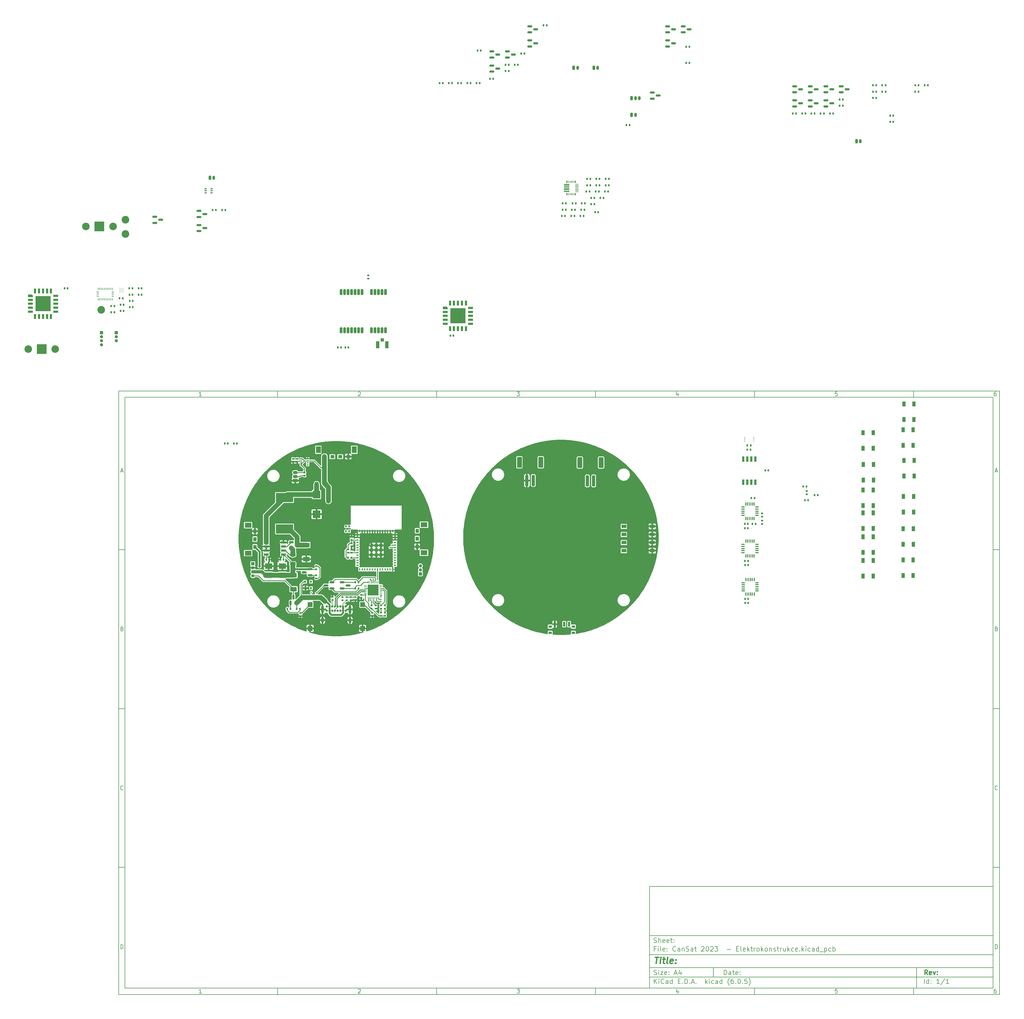
<source format=gbr>
%TF.GenerationSoftware,KiCad,Pcbnew,(6.0.5)*%
%TF.CreationDate,2022-11-07T11:26:13+01:00*%
%TF.ProjectId,CanSat 2023  - Elektrokonstrukce,43616e53-6174-4203-9230-323320202d20,rev?*%
%TF.SameCoordinates,Original*%
%TF.FileFunction,Copper,L1,Top*%
%TF.FilePolarity,Positive*%
%FSLAX46Y46*%
G04 Gerber Fmt 4.6, Leading zero omitted, Abs format (unit mm)*
G04 Created by KiCad (PCBNEW (6.0.5)) date 2022-11-07 11:26:13*
%MOMM*%
%LPD*%
G01*
G04 APERTURE LIST*
G04 Aperture macros list*
%AMRoundRect*
0 Rectangle with rounded corners*
0 $1 Rounding radius*
0 $2 $3 $4 $5 $6 $7 $8 $9 X,Y pos of 4 corners*
0 Add a 4 corners polygon primitive as box body*
4,1,4,$2,$3,$4,$5,$6,$7,$8,$9,$2,$3,0*
0 Add four circle primitives for the rounded corners*
1,1,$1+$1,$2,$3*
1,1,$1+$1,$4,$5*
1,1,$1+$1,$6,$7*
1,1,$1+$1,$8,$9*
0 Add four rect primitives between the rounded corners*
20,1,$1+$1,$2,$3,$4,$5,0*
20,1,$1+$1,$4,$5,$6,$7,0*
20,1,$1+$1,$6,$7,$8,$9,0*
20,1,$1+$1,$8,$9,$2,$3,0*%
%AMOutline5P*
0 Free polygon, 5 corners , with rotation*
0 The origin of the aperture is its center*
0 number of corners: always 5*
0 $1 to $10 corner X, Y*
0 $11 Rotation angle, in degrees counterclockwise*
0 create outline with 5 corners*
4,1,5,$1,$2,$3,$4,$5,$6,$7,$8,$9,$10,$1,$2,$11*%
%AMOutline6P*
0 Free polygon, 6 corners , with rotation*
0 The origin of the aperture is its center*
0 number of corners: always 6*
0 $1 to $12 corner X, Y*
0 $13 Rotation angle, in degrees counterclockwise*
0 create outline with 6 corners*
4,1,6,$1,$2,$3,$4,$5,$6,$7,$8,$9,$10,$11,$12,$1,$2,$13*%
%AMOutline7P*
0 Free polygon, 7 corners , with rotation*
0 The origin of the aperture is its center*
0 number of corners: always 7*
0 $1 to $14 corner X, Y*
0 $15 Rotation angle, in degrees counterclockwise*
0 create outline with 7 corners*
4,1,7,$1,$2,$3,$4,$5,$6,$7,$8,$9,$10,$11,$12,$13,$14,$1,$2,$15*%
%AMOutline8P*
0 Free polygon, 8 corners , with rotation*
0 The origin of the aperture is its center*
0 number of corners: always 8*
0 $1 to $16 corner X, Y*
0 $17 Rotation angle, in degrees counterclockwise*
0 create outline with 8 corners*
4,1,8,$1,$2,$3,$4,$5,$6,$7,$8,$9,$10,$11,$12,$13,$14,$15,$16,$1,$2,$17*%
%AMFreePoly0*
4,1,14,0.503536,0.403536,0.753536,0.153536,0.755000,0.150000,0.755000,-0.400000,0.753536,-0.403536,0.750000,-0.405000,-0.750000,-0.405000,-0.753536,-0.403536,-0.755000,-0.400000,-0.755000,0.400000,-0.753536,0.403536,-0.750000,0.405000,0.500000,0.405001,0.503536,0.403536,0.503536,0.403536,$1*%
G04 Aperture macros list end*
%ADD10C,0.100000*%
%ADD11C,0.150000*%
%ADD12C,0.300000*%
%ADD13C,0.400000*%
%TA.AperFunction,SMDPad,CuDef*%
%ADD14R,1.500000X1.500000*%
%TD*%
%TA.AperFunction,SMDPad,CuDef*%
%ADD15R,0.254000X0.675000*%
%TD*%
%TA.AperFunction,SMDPad,CuDef*%
%ADD16R,0.675000X0.254000*%
%TD*%
%TA.AperFunction,SMDPad,CuDef*%
%ADD17R,1.000000X1.500000*%
%TD*%
%TA.AperFunction,SMDPad,CuDef*%
%ADD18RoundRect,0.135000X-0.135000X-0.185000X0.135000X-0.185000X0.135000X0.185000X-0.135000X0.185000X0*%
%TD*%
%TA.AperFunction,SMDPad,CuDef*%
%ADD19RoundRect,0.135000X0.135000X0.185000X-0.135000X0.185000X-0.135000X-0.185000X0.135000X-0.185000X0*%
%TD*%
%TA.AperFunction,SMDPad,CuDef*%
%ADD20FreePoly0,0.000000*%
%TD*%
%TA.AperFunction,SMDPad,CuDef*%
%ADD21R,1.500000X0.800000*%
%TD*%
%TA.AperFunction,SMDPad,CuDef*%
%ADD22R,0.800000X1.500000*%
%TD*%
%TA.AperFunction,SMDPad,CuDef*%
%ADD23R,4.800000X4.800000*%
%TD*%
%TA.AperFunction,SMDPad,CuDef*%
%ADD24R,1.300000X1.000000*%
%TD*%
%TA.AperFunction,SMDPad,CuDef*%
%ADD25R,1.500000X2.150000*%
%TD*%
%TA.AperFunction,SMDPad,CuDef*%
%ADD26RoundRect,0.140000X-0.170000X0.140000X-0.170000X-0.140000X0.170000X-0.140000X0.170000X0.140000X0*%
%TD*%
%TA.AperFunction,SMDPad,CuDef*%
%ADD27RoundRect,0.150000X-0.587500X-0.150000X0.587500X-0.150000X0.587500X0.150000X-0.587500X0.150000X0*%
%TD*%
%TA.AperFunction,ComponentPad*%
%ADD28R,1.000000X1.000000*%
%TD*%
%TA.AperFunction,ComponentPad*%
%ADD29O,1.000000X1.000000*%
%TD*%
%TA.AperFunction,ComponentPad*%
%ADD30RoundRect,0.200000X-0.200000X-0.450000X0.200000X-0.450000X0.200000X0.450000X-0.200000X0.450000X0*%
%TD*%
%TA.AperFunction,ComponentPad*%
%ADD31O,0.800000X1.300000*%
%TD*%
%TA.AperFunction,SMDPad,CuDef*%
%ADD32RoundRect,0.250000X0.250000X1.500000X-0.250000X1.500000X-0.250000X-1.500000X0.250000X-1.500000X0*%
%TD*%
%TA.AperFunction,SMDPad,CuDef*%
%ADD33RoundRect,0.250001X0.499999X1.449999X-0.499999X1.449999X-0.499999X-1.449999X0.499999X-1.449999X0*%
%TD*%
%TA.AperFunction,SMDPad,CuDef*%
%ADD34RoundRect,0.135000X-0.185000X0.135000X-0.185000X-0.135000X0.185000X-0.135000X0.185000X0.135000X0*%
%TD*%
%TA.AperFunction,SMDPad,CuDef*%
%ADD35RoundRect,0.140000X0.170000X-0.140000X0.170000X0.140000X-0.170000X0.140000X-0.170000X-0.140000X0*%
%TD*%
%TA.AperFunction,SMDPad,CuDef*%
%ADD36RoundRect,0.140000X-0.140000X-0.170000X0.140000X-0.170000X0.140000X0.170000X-0.140000X0.170000X0*%
%TD*%
%TA.AperFunction,SMDPad,CuDef*%
%ADD37R,0.800000X0.400000*%
%TD*%
%TA.AperFunction,SMDPad,CuDef*%
%ADD38R,0.400000X0.800000*%
%TD*%
%TA.AperFunction,SMDPad,CuDef*%
%ADD39R,1.000000X1.000000*%
%TD*%
%TA.AperFunction,SMDPad,CuDef*%
%ADD40Outline5P,-0.500000X0.000000X0.000000X0.500000X0.500000X0.500000X0.500000X-0.500000X-0.500000X-0.500000X0.000000*%
%TD*%
%TA.AperFunction,SMDPad,CuDef*%
%ADD41R,1.500000X1.100000*%
%TD*%
%TA.AperFunction,SMDPad,CuDef*%
%ADD42R,1.525000X0.650000*%
%TD*%
%TA.AperFunction,SMDPad,CuDef*%
%ADD43RoundRect,0.150000X0.587500X0.150000X-0.587500X0.150000X-0.587500X-0.150000X0.587500X-0.150000X0*%
%TD*%
%TA.AperFunction,ComponentPad*%
%ADD44R,1.500000X1.050000*%
%TD*%
%TA.AperFunction,ComponentPad*%
%ADD45O,1.500000X1.050000*%
%TD*%
%TA.AperFunction,SMDPad,CuDef*%
%ADD46R,1.000000X1.050000*%
%TD*%
%TA.AperFunction,SMDPad,CuDef*%
%ADD47R,1.050000X2.200000*%
%TD*%
%TA.AperFunction,ComponentPad*%
%ADD48C,2.400000*%
%TD*%
%TA.AperFunction,SMDPad,CuDef*%
%ADD49RoundRect,0.140000X0.140000X0.170000X-0.140000X0.170000X-0.140000X-0.170000X0.140000X-0.170000X0*%
%TD*%
%TA.AperFunction,SMDPad,CuDef*%
%ADD50R,2.100000X1.400000*%
%TD*%
%TA.AperFunction,SMDPad,CuDef*%
%ADD51RoundRect,0.250000X0.625000X-0.312500X0.625000X0.312500X-0.625000X0.312500X-0.625000X-0.312500X0*%
%TD*%
%TA.AperFunction,ComponentPad*%
%ADD52C,2.380000*%
%TD*%
%TA.AperFunction,SMDPad,CuDef*%
%ADD53R,3.170000X3.170000*%
%TD*%
%TA.AperFunction,SMDPad,CuDef*%
%ADD54RoundRect,0.147500X0.172500X-0.147500X0.172500X0.147500X-0.172500X0.147500X-0.172500X-0.147500X0*%
%TD*%
%TA.AperFunction,SMDPad,CuDef*%
%ADD55RoundRect,0.135000X0.185000X-0.135000X0.185000X0.135000X-0.185000X0.135000X-0.185000X-0.135000X0*%
%TD*%
%TA.AperFunction,SMDPad,CuDef*%
%ADD56R,0.650000X0.400000*%
%TD*%
%TA.AperFunction,SMDPad,CuDef*%
%ADD57R,0.500000X0.350000*%
%TD*%
%TA.AperFunction,SMDPad,CuDef*%
%ADD58RoundRect,0.147500X-0.147500X-0.172500X0.147500X-0.172500X0.147500X0.172500X-0.147500X0.172500X0*%
%TD*%
%TA.AperFunction,SMDPad,CuDef*%
%ADD59R,1.000000X1.300000*%
%TD*%
%TA.AperFunction,SMDPad,CuDef*%
%ADD60R,2.150000X1.500000*%
%TD*%
%TA.AperFunction,SMDPad,CuDef*%
%ADD61R,1.100000X0.300000*%
%TD*%
%TA.AperFunction,SMDPad,CuDef*%
%ADD62R,0.300000X1.100000*%
%TD*%
%TA.AperFunction,SMDPad,CuDef*%
%ADD63C,0.200000*%
%TD*%
%TA.AperFunction,SMDPad,CuDef*%
%ADD64RoundRect,0.150000X0.150000X-0.587500X0.150000X0.587500X-0.150000X0.587500X-0.150000X-0.587500X0*%
%TD*%
%TA.AperFunction,SMDPad,CuDef*%
%ADD65R,1.000000X0.700000*%
%TD*%
%TA.AperFunction,SMDPad,CuDef*%
%ADD66R,0.600000X0.700000*%
%TD*%
%TA.AperFunction,SMDPad,CuDef*%
%ADD67RoundRect,0.147500X-0.172500X0.147500X-0.172500X-0.147500X0.172500X-0.147500X0.172500X0.147500X0*%
%TD*%
%TA.AperFunction,ComponentPad*%
%ADD68C,0.700000*%
%TD*%
%TA.AperFunction,ComponentPad*%
%ADD69O,0.900000X2.400000*%
%TD*%
%TA.AperFunction,ComponentPad*%
%ADD70O,0.900000X1.700000*%
%TD*%
%TA.AperFunction,SMDPad,CuDef*%
%ADD71R,1.800000X0.300000*%
%TD*%
%TA.AperFunction,SMDPad,CuDef*%
%ADD72R,0.300000X0.700000*%
%TD*%
%TA.AperFunction,SMDPad,CuDef*%
%ADD73R,0.200000X0.700000*%
%TD*%
%TA.AperFunction,SMDPad,CuDef*%
%ADD74R,1.050000X0.200000*%
%TD*%
%TA.AperFunction,SMDPad,CuDef*%
%ADD75R,2.300000X1.800000*%
%TD*%
%TA.AperFunction,SMDPad,CuDef*%
%ADD76R,0.700000X1.500000*%
%TD*%
%TA.AperFunction,SMDPad,CuDef*%
%ADD77R,1.000000X0.800000*%
%TD*%
%TA.AperFunction,SMDPad,CuDef*%
%ADD78RoundRect,0.147500X0.147500X0.172500X-0.147500X0.172500X-0.147500X-0.172500X0.147500X-0.172500X0*%
%TD*%
%TA.AperFunction,SMDPad,CuDef*%
%ADD79R,2.450000X2.350000*%
%TD*%
%TA.AperFunction,SMDPad,CuDef*%
%ADD80RoundRect,0.250000X-0.312500X-0.625000X0.312500X-0.625000X0.312500X0.625000X-0.312500X0.625000X0*%
%TD*%
%TA.AperFunction,SMDPad,CuDef*%
%ADD81R,5.400000X2.900000*%
%TD*%
%TA.AperFunction,SMDPad,CuDef*%
%ADD82R,0.400000X0.250000*%
%TD*%
%TA.AperFunction,SMDPad,CuDef*%
%ADD83R,0.650000X1.700000*%
%TD*%
%TA.AperFunction,SMDPad,CuDef*%
%ADD84RoundRect,0.200000X0.200000X-0.700000X0.200000X0.700000X-0.200000X0.700000X-0.200000X-0.700000X0*%
%TD*%
%TA.AperFunction,SMDPad,CuDef*%
%ADD85RoundRect,0.062500X-0.337500X-0.062500X0.337500X-0.062500X0.337500X0.062500X-0.337500X0.062500X0*%
%TD*%
%TA.AperFunction,SMDPad,CuDef*%
%ADD86RoundRect,0.062500X-0.062500X-0.337500X0.062500X-0.337500X0.062500X0.337500X-0.062500X0.337500X0*%
%TD*%
%TA.AperFunction,SMDPad,CuDef*%
%ADD87R,3.350000X3.350000*%
%TD*%
%TA.AperFunction,ViaPad*%
%ADD88C,0.400000*%
%TD*%
%TA.AperFunction,ViaPad*%
%ADD89C,1.000000*%
%TD*%
%TA.AperFunction,ViaPad*%
%ADD90C,0.800000*%
%TD*%
%TA.AperFunction,Conductor*%
%ADD91C,1.500000*%
%TD*%
%TA.AperFunction,Conductor*%
%ADD92C,0.250000*%
%TD*%
%TA.AperFunction,Conductor*%
%ADD93C,1.000000*%
%TD*%
%TA.AperFunction,Conductor*%
%ADD94C,0.600000*%
%TD*%
%TA.AperFunction,Conductor*%
%ADD95C,0.300000*%
%TD*%
%TA.AperFunction,Conductor*%
%ADD96C,0.200000*%
%TD*%
%TA.AperFunction,Conductor*%
%ADD97C,0.400000*%
%TD*%
G04 APERTURE END LIST*
D10*
D11*
X177002200Y-166007200D02*
X177002200Y-198007200D01*
X285002200Y-198007200D01*
X285002200Y-166007200D01*
X177002200Y-166007200D01*
D10*
D11*
X10000000Y-10000000D02*
X10000000Y-200007200D01*
X287002200Y-200007200D01*
X287002200Y-10000000D01*
X10000000Y-10000000D01*
D10*
D11*
X12000000Y-12000000D02*
X12000000Y-198007200D01*
X285002200Y-198007200D01*
X285002200Y-12000000D01*
X12000000Y-12000000D01*
D10*
D11*
X60000000Y-12000000D02*
X60000000Y-10000000D01*
D10*
D11*
X110000000Y-12000000D02*
X110000000Y-10000000D01*
D10*
D11*
X160000000Y-12000000D02*
X160000000Y-10000000D01*
D10*
D11*
X210000000Y-12000000D02*
X210000000Y-10000000D01*
D10*
D11*
X260000000Y-12000000D02*
X260000000Y-10000000D01*
D10*
D11*
X36065476Y-11588095D02*
X35322619Y-11588095D01*
X35694047Y-11588095D02*
X35694047Y-10288095D01*
X35570238Y-10473809D01*
X35446428Y-10597619D01*
X35322619Y-10659523D01*
D10*
D11*
X85322619Y-10411904D02*
X85384523Y-10350000D01*
X85508333Y-10288095D01*
X85817857Y-10288095D01*
X85941666Y-10350000D01*
X86003571Y-10411904D01*
X86065476Y-10535714D01*
X86065476Y-10659523D01*
X86003571Y-10845238D01*
X85260714Y-11588095D01*
X86065476Y-11588095D01*
D10*
D11*
X135260714Y-10288095D02*
X136065476Y-10288095D01*
X135632142Y-10783333D01*
X135817857Y-10783333D01*
X135941666Y-10845238D01*
X136003571Y-10907142D01*
X136065476Y-11030952D01*
X136065476Y-11340476D01*
X136003571Y-11464285D01*
X135941666Y-11526190D01*
X135817857Y-11588095D01*
X135446428Y-11588095D01*
X135322619Y-11526190D01*
X135260714Y-11464285D01*
D10*
D11*
X185941666Y-10721428D02*
X185941666Y-11588095D01*
X185632142Y-10226190D02*
X185322619Y-11154761D01*
X186127380Y-11154761D01*
D10*
D11*
X236003571Y-10288095D02*
X235384523Y-10288095D01*
X235322619Y-10907142D01*
X235384523Y-10845238D01*
X235508333Y-10783333D01*
X235817857Y-10783333D01*
X235941666Y-10845238D01*
X236003571Y-10907142D01*
X236065476Y-11030952D01*
X236065476Y-11340476D01*
X236003571Y-11464285D01*
X235941666Y-11526190D01*
X235817857Y-11588095D01*
X235508333Y-11588095D01*
X235384523Y-11526190D01*
X235322619Y-11464285D01*
D10*
D11*
X285941666Y-10288095D02*
X285694047Y-10288095D01*
X285570238Y-10350000D01*
X285508333Y-10411904D01*
X285384523Y-10597619D01*
X285322619Y-10845238D01*
X285322619Y-11340476D01*
X285384523Y-11464285D01*
X285446428Y-11526190D01*
X285570238Y-11588095D01*
X285817857Y-11588095D01*
X285941666Y-11526190D01*
X286003571Y-11464285D01*
X286065476Y-11340476D01*
X286065476Y-11030952D01*
X286003571Y-10907142D01*
X285941666Y-10845238D01*
X285817857Y-10783333D01*
X285570238Y-10783333D01*
X285446428Y-10845238D01*
X285384523Y-10907142D01*
X285322619Y-11030952D01*
D10*
D11*
X60000000Y-198007200D02*
X60000000Y-200007200D01*
D10*
D11*
X110000000Y-198007200D02*
X110000000Y-200007200D01*
D10*
D11*
X160000000Y-198007200D02*
X160000000Y-200007200D01*
D10*
D11*
X210000000Y-198007200D02*
X210000000Y-200007200D01*
D10*
D11*
X260000000Y-198007200D02*
X260000000Y-200007200D01*
D10*
D11*
X36065476Y-199595295D02*
X35322619Y-199595295D01*
X35694047Y-199595295D02*
X35694047Y-198295295D01*
X35570238Y-198481009D01*
X35446428Y-198604819D01*
X35322619Y-198666723D01*
D10*
D11*
X85322619Y-198419104D02*
X85384523Y-198357200D01*
X85508333Y-198295295D01*
X85817857Y-198295295D01*
X85941666Y-198357200D01*
X86003571Y-198419104D01*
X86065476Y-198542914D01*
X86065476Y-198666723D01*
X86003571Y-198852438D01*
X85260714Y-199595295D01*
X86065476Y-199595295D01*
D10*
D11*
X135260714Y-198295295D02*
X136065476Y-198295295D01*
X135632142Y-198790533D01*
X135817857Y-198790533D01*
X135941666Y-198852438D01*
X136003571Y-198914342D01*
X136065476Y-199038152D01*
X136065476Y-199347676D01*
X136003571Y-199471485D01*
X135941666Y-199533390D01*
X135817857Y-199595295D01*
X135446428Y-199595295D01*
X135322619Y-199533390D01*
X135260714Y-199471485D01*
D10*
D11*
X185941666Y-198728628D02*
X185941666Y-199595295D01*
X185632142Y-198233390D02*
X185322619Y-199161961D01*
X186127380Y-199161961D01*
D10*
D11*
X236003571Y-198295295D02*
X235384523Y-198295295D01*
X235322619Y-198914342D01*
X235384523Y-198852438D01*
X235508333Y-198790533D01*
X235817857Y-198790533D01*
X235941666Y-198852438D01*
X236003571Y-198914342D01*
X236065476Y-199038152D01*
X236065476Y-199347676D01*
X236003571Y-199471485D01*
X235941666Y-199533390D01*
X235817857Y-199595295D01*
X235508333Y-199595295D01*
X235384523Y-199533390D01*
X235322619Y-199471485D01*
D10*
D11*
X285941666Y-198295295D02*
X285694047Y-198295295D01*
X285570238Y-198357200D01*
X285508333Y-198419104D01*
X285384523Y-198604819D01*
X285322619Y-198852438D01*
X285322619Y-199347676D01*
X285384523Y-199471485D01*
X285446428Y-199533390D01*
X285570238Y-199595295D01*
X285817857Y-199595295D01*
X285941666Y-199533390D01*
X286003571Y-199471485D01*
X286065476Y-199347676D01*
X286065476Y-199038152D01*
X286003571Y-198914342D01*
X285941666Y-198852438D01*
X285817857Y-198790533D01*
X285570238Y-198790533D01*
X285446428Y-198852438D01*
X285384523Y-198914342D01*
X285322619Y-199038152D01*
D10*
D11*
X10000000Y-60000000D02*
X12000000Y-60000000D01*
D10*
D11*
X10000000Y-110000000D02*
X12000000Y-110000000D01*
D10*
D11*
X10000000Y-160000000D02*
X12000000Y-160000000D01*
D10*
D11*
X10690476Y-35216666D02*
X11309523Y-35216666D01*
X10566666Y-35588095D02*
X11000000Y-34288095D01*
X11433333Y-35588095D01*
D10*
D11*
X11092857Y-84907142D02*
X11278571Y-84969047D01*
X11340476Y-85030952D01*
X11402380Y-85154761D01*
X11402380Y-85340476D01*
X11340476Y-85464285D01*
X11278571Y-85526190D01*
X11154761Y-85588095D01*
X10659523Y-85588095D01*
X10659523Y-84288095D01*
X11092857Y-84288095D01*
X11216666Y-84350000D01*
X11278571Y-84411904D01*
X11340476Y-84535714D01*
X11340476Y-84659523D01*
X11278571Y-84783333D01*
X11216666Y-84845238D01*
X11092857Y-84907142D01*
X10659523Y-84907142D01*
D10*
D11*
X11402380Y-135464285D02*
X11340476Y-135526190D01*
X11154761Y-135588095D01*
X11030952Y-135588095D01*
X10845238Y-135526190D01*
X10721428Y-135402380D01*
X10659523Y-135278571D01*
X10597619Y-135030952D01*
X10597619Y-134845238D01*
X10659523Y-134597619D01*
X10721428Y-134473809D01*
X10845238Y-134350000D01*
X11030952Y-134288095D01*
X11154761Y-134288095D01*
X11340476Y-134350000D01*
X11402380Y-134411904D01*
D10*
D11*
X10659523Y-185588095D02*
X10659523Y-184288095D01*
X10969047Y-184288095D01*
X11154761Y-184350000D01*
X11278571Y-184473809D01*
X11340476Y-184597619D01*
X11402380Y-184845238D01*
X11402380Y-185030952D01*
X11340476Y-185278571D01*
X11278571Y-185402380D01*
X11154761Y-185526190D01*
X10969047Y-185588095D01*
X10659523Y-185588095D01*
D10*
D11*
X287002200Y-60000000D02*
X285002200Y-60000000D01*
D10*
D11*
X287002200Y-110000000D02*
X285002200Y-110000000D01*
D10*
D11*
X287002200Y-160000000D02*
X285002200Y-160000000D01*
D10*
D11*
X285692676Y-35216666D02*
X286311723Y-35216666D01*
X285568866Y-35588095D02*
X286002200Y-34288095D01*
X286435533Y-35588095D01*
D10*
D11*
X286095057Y-84907142D02*
X286280771Y-84969047D01*
X286342676Y-85030952D01*
X286404580Y-85154761D01*
X286404580Y-85340476D01*
X286342676Y-85464285D01*
X286280771Y-85526190D01*
X286156961Y-85588095D01*
X285661723Y-85588095D01*
X285661723Y-84288095D01*
X286095057Y-84288095D01*
X286218866Y-84350000D01*
X286280771Y-84411904D01*
X286342676Y-84535714D01*
X286342676Y-84659523D01*
X286280771Y-84783333D01*
X286218866Y-84845238D01*
X286095057Y-84907142D01*
X285661723Y-84907142D01*
D10*
D11*
X286404580Y-135464285D02*
X286342676Y-135526190D01*
X286156961Y-135588095D01*
X286033152Y-135588095D01*
X285847438Y-135526190D01*
X285723628Y-135402380D01*
X285661723Y-135278571D01*
X285599819Y-135030952D01*
X285599819Y-134845238D01*
X285661723Y-134597619D01*
X285723628Y-134473809D01*
X285847438Y-134350000D01*
X286033152Y-134288095D01*
X286156961Y-134288095D01*
X286342676Y-134350000D01*
X286404580Y-134411904D01*
D10*
D11*
X285661723Y-185588095D02*
X285661723Y-184288095D01*
X285971247Y-184288095D01*
X286156961Y-184350000D01*
X286280771Y-184473809D01*
X286342676Y-184597619D01*
X286404580Y-184845238D01*
X286404580Y-185030952D01*
X286342676Y-185278571D01*
X286280771Y-185402380D01*
X286156961Y-185526190D01*
X285971247Y-185588095D01*
X285661723Y-185588095D01*
D10*
D11*
X200434342Y-193785771D02*
X200434342Y-192285771D01*
X200791485Y-192285771D01*
X201005771Y-192357200D01*
X201148628Y-192500057D01*
X201220057Y-192642914D01*
X201291485Y-192928628D01*
X201291485Y-193142914D01*
X201220057Y-193428628D01*
X201148628Y-193571485D01*
X201005771Y-193714342D01*
X200791485Y-193785771D01*
X200434342Y-193785771D01*
X202577200Y-193785771D02*
X202577200Y-193000057D01*
X202505771Y-192857200D01*
X202362914Y-192785771D01*
X202077200Y-192785771D01*
X201934342Y-192857200D01*
X202577200Y-193714342D02*
X202434342Y-193785771D01*
X202077200Y-193785771D01*
X201934342Y-193714342D01*
X201862914Y-193571485D01*
X201862914Y-193428628D01*
X201934342Y-193285771D01*
X202077200Y-193214342D01*
X202434342Y-193214342D01*
X202577200Y-193142914D01*
X203077200Y-192785771D02*
X203648628Y-192785771D01*
X203291485Y-192285771D02*
X203291485Y-193571485D01*
X203362914Y-193714342D01*
X203505771Y-193785771D01*
X203648628Y-193785771D01*
X204720057Y-193714342D02*
X204577200Y-193785771D01*
X204291485Y-193785771D01*
X204148628Y-193714342D01*
X204077200Y-193571485D01*
X204077200Y-193000057D01*
X204148628Y-192857200D01*
X204291485Y-192785771D01*
X204577200Y-192785771D01*
X204720057Y-192857200D01*
X204791485Y-193000057D01*
X204791485Y-193142914D01*
X204077200Y-193285771D01*
X205434342Y-193642914D02*
X205505771Y-193714342D01*
X205434342Y-193785771D01*
X205362914Y-193714342D01*
X205434342Y-193642914D01*
X205434342Y-193785771D01*
X205434342Y-192857200D02*
X205505771Y-192928628D01*
X205434342Y-193000057D01*
X205362914Y-192928628D01*
X205434342Y-192857200D01*
X205434342Y-193000057D01*
D10*
D11*
X177002200Y-194507200D02*
X285002200Y-194507200D01*
D10*
D11*
X178434342Y-196585771D02*
X178434342Y-195085771D01*
X179291485Y-196585771D02*
X178648628Y-195728628D01*
X179291485Y-195085771D02*
X178434342Y-195942914D01*
X179934342Y-196585771D02*
X179934342Y-195585771D01*
X179934342Y-195085771D02*
X179862914Y-195157200D01*
X179934342Y-195228628D01*
X180005771Y-195157200D01*
X179934342Y-195085771D01*
X179934342Y-195228628D01*
X181505771Y-196442914D02*
X181434342Y-196514342D01*
X181220057Y-196585771D01*
X181077200Y-196585771D01*
X180862914Y-196514342D01*
X180720057Y-196371485D01*
X180648628Y-196228628D01*
X180577200Y-195942914D01*
X180577200Y-195728628D01*
X180648628Y-195442914D01*
X180720057Y-195300057D01*
X180862914Y-195157200D01*
X181077200Y-195085771D01*
X181220057Y-195085771D01*
X181434342Y-195157200D01*
X181505771Y-195228628D01*
X182791485Y-196585771D02*
X182791485Y-195800057D01*
X182720057Y-195657200D01*
X182577200Y-195585771D01*
X182291485Y-195585771D01*
X182148628Y-195657200D01*
X182791485Y-196514342D02*
X182648628Y-196585771D01*
X182291485Y-196585771D01*
X182148628Y-196514342D01*
X182077200Y-196371485D01*
X182077200Y-196228628D01*
X182148628Y-196085771D01*
X182291485Y-196014342D01*
X182648628Y-196014342D01*
X182791485Y-195942914D01*
X184148628Y-196585771D02*
X184148628Y-195085771D01*
X184148628Y-196514342D02*
X184005771Y-196585771D01*
X183720057Y-196585771D01*
X183577200Y-196514342D01*
X183505771Y-196442914D01*
X183434342Y-196300057D01*
X183434342Y-195871485D01*
X183505771Y-195728628D01*
X183577200Y-195657200D01*
X183720057Y-195585771D01*
X184005771Y-195585771D01*
X184148628Y-195657200D01*
X186005771Y-195800057D02*
X186505771Y-195800057D01*
X186720057Y-196585771D02*
X186005771Y-196585771D01*
X186005771Y-195085771D01*
X186720057Y-195085771D01*
X187362914Y-196442914D02*
X187434342Y-196514342D01*
X187362914Y-196585771D01*
X187291485Y-196514342D01*
X187362914Y-196442914D01*
X187362914Y-196585771D01*
X188077200Y-196585771D02*
X188077200Y-195085771D01*
X188434342Y-195085771D01*
X188648628Y-195157200D01*
X188791485Y-195300057D01*
X188862914Y-195442914D01*
X188934342Y-195728628D01*
X188934342Y-195942914D01*
X188862914Y-196228628D01*
X188791485Y-196371485D01*
X188648628Y-196514342D01*
X188434342Y-196585771D01*
X188077200Y-196585771D01*
X189577200Y-196442914D02*
X189648628Y-196514342D01*
X189577200Y-196585771D01*
X189505771Y-196514342D01*
X189577200Y-196442914D01*
X189577200Y-196585771D01*
X190220057Y-196157200D02*
X190934342Y-196157200D01*
X190077200Y-196585771D02*
X190577200Y-195085771D01*
X191077200Y-196585771D01*
X191577200Y-196442914D02*
X191648628Y-196514342D01*
X191577200Y-196585771D01*
X191505771Y-196514342D01*
X191577200Y-196442914D01*
X191577200Y-196585771D01*
X194577200Y-196585771D02*
X194577200Y-195085771D01*
X194720057Y-196014342D02*
X195148628Y-196585771D01*
X195148628Y-195585771D02*
X194577200Y-196157200D01*
X195791485Y-196585771D02*
X195791485Y-195585771D01*
X195791485Y-195085771D02*
X195720057Y-195157200D01*
X195791485Y-195228628D01*
X195862914Y-195157200D01*
X195791485Y-195085771D01*
X195791485Y-195228628D01*
X197148628Y-196514342D02*
X197005771Y-196585771D01*
X196720057Y-196585771D01*
X196577200Y-196514342D01*
X196505771Y-196442914D01*
X196434342Y-196300057D01*
X196434342Y-195871485D01*
X196505771Y-195728628D01*
X196577200Y-195657200D01*
X196720057Y-195585771D01*
X197005771Y-195585771D01*
X197148628Y-195657200D01*
X198434342Y-196585771D02*
X198434342Y-195800057D01*
X198362914Y-195657200D01*
X198220057Y-195585771D01*
X197934342Y-195585771D01*
X197791485Y-195657200D01*
X198434342Y-196514342D02*
X198291485Y-196585771D01*
X197934342Y-196585771D01*
X197791485Y-196514342D01*
X197720057Y-196371485D01*
X197720057Y-196228628D01*
X197791485Y-196085771D01*
X197934342Y-196014342D01*
X198291485Y-196014342D01*
X198434342Y-195942914D01*
X199791485Y-196585771D02*
X199791485Y-195085771D01*
X199791485Y-196514342D02*
X199648628Y-196585771D01*
X199362914Y-196585771D01*
X199220057Y-196514342D01*
X199148628Y-196442914D01*
X199077200Y-196300057D01*
X199077200Y-195871485D01*
X199148628Y-195728628D01*
X199220057Y-195657200D01*
X199362914Y-195585771D01*
X199648628Y-195585771D01*
X199791485Y-195657200D01*
X202077200Y-197157200D02*
X202005771Y-197085771D01*
X201862914Y-196871485D01*
X201791485Y-196728628D01*
X201720057Y-196514342D01*
X201648628Y-196157200D01*
X201648628Y-195871485D01*
X201720057Y-195514342D01*
X201791485Y-195300057D01*
X201862914Y-195157200D01*
X202005771Y-194942914D01*
X202077200Y-194871485D01*
X203291485Y-195085771D02*
X203005771Y-195085771D01*
X202862914Y-195157200D01*
X202791485Y-195228628D01*
X202648628Y-195442914D01*
X202577200Y-195728628D01*
X202577200Y-196300057D01*
X202648628Y-196442914D01*
X202720057Y-196514342D01*
X202862914Y-196585771D01*
X203148628Y-196585771D01*
X203291485Y-196514342D01*
X203362914Y-196442914D01*
X203434342Y-196300057D01*
X203434342Y-195942914D01*
X203362914Y-195800057D01*
X203291485Y-195728628D01*
X203148628Y-195657200D01*
X202862914Y-195657200D01*
X202720057Y-195728628D01*
X202648628Y-195800057D01*
X202577200Y-195942914D01*
X204077200Y-196442914D02*
X204148628Y-196514342D01*
X204077200Y-196585771D01*
X204005771Y-196514342D01*
X204077200Y-196442914D01*
X204077200Y-196585771D01*
X205077200Y-195085771D02*
X205220057Y-195085771D01*
X205362914Y-195157200D01*
X205434342Y-195228628D01*
X205505771Y-195371485D01*
X205577200Y-195657200D01*
X205577200Y-196014342D01*
X205505771Y-196300057D01*
X205434342Y-196442914D01*
X205362914Y-196514342D01*
X205220057Y-196585771D01*
X205077200Y-196585771D01*
X204934342Y-196514342D01*
X204862914Y-196442914D01*
X204791485Y-196300057D01*
X204720057Y-196014342D01*
X204720057Y-195657200D01*
X204791485Y-195371485D01*
X204862914Y-195228628D01*
X204934342Y-195157200D01*
X205077200Y-195085771D01*
X206220057Y-196442914D02*
X206291485Y-196514342D01*
X206220057Y-196585771D01*
X206148628Y-196514342D01*
X206220057Y-196442914D01*
X206220057Y-196585771D01*
X207648628Y-195085771D02*
X206934342Y-195085771D01*
X206862914Y-195800057D01*
X206934342Y-195728628D01*
X207077200Y-195657200D01*
X207434342Y-195657200D01*
X207577200Y-195728628D01*
X207648628Y-195800057D01*
X207720057Y-195942914D01*
X207720057Y-196300057D01*
X207648628Y-196442914D01*
X207577200Y-196514342D01*
X207434342Y-196585771D01*
X207077200Y-196585771D01*
X206934342Y-196514342D01*
X206862914Y-196442914D01*
X208220057Y-197157200D02*
X208291485Y-197085771D01*
X208434342Y-196871485D01*
X208505771Y-196728628D01*
X208577200Y-196514342D01*
X208648628Y-196157200D01*
X208648628Y-195871485D01*
X208577200Y-195514342D01*
X208505771Y-195300057D01*
X208434342Y-195157200D01*
X208291485Y-194942914D01*
X208220057Y-194871485D01*
D10*
D11*
X177002200Y-191507200D02*
X285002200Y-191507200D01*
D10*
D12*
X264411485Y-193785771D02*
X263911485Y-193071485D01*
X263554342Y-193785771D02*
X263554342Y-192285771D01*
X264125771Y-192285771D01*
X264268628Y-192357200D01*
X264340057Y-192428628D01*
X264411485Y-192571485D01*
X264411485Y-192785771D01*
X264340057Y-192928628D01*
X264268628Y-193000057D01*
X264125771Y-193071485D01*
X263554342Y-193071485D01*
X265625771Y-193714342D02*
X265482914Y-193785771D01*
X265197200Y-193785771D01*
X265054342Y-193714342D01*
X264982914Y-193571485D01*
X264982914Y-193000057D01*
X265054342Y-192857200D01*
X265197200Y-192785771D01*
X265482914Y-192785771D01*
X265625771Y-192857200D01*
X265697200Y-193000057D01*
X265697200Y-193142914D01*
X264982914Y-193285771D01*
X266197200Y-192785771D02*
X266554342Y-193785771D01*
X266911485Y-192785771D01*
X267482914Y-193642914D02*
X267554342Y-193714342D01*
X267482914Y-193785771D01*
X267411485Y-193714342D01*
X267482914Y-193642914D01*
X267482914Y-193785771D01*
X267482914Y-192857200D02*
X267554342Y-192928628D01*
X267482914Y-193000057D01*
X267411485Y-192928628D01*
X267482914Y-192857200D01*
X267482914Y-193000057D01*
D10*
D11*
X178362914Y-193714342D02*
X178577200Y-193785771D01*
X178934342Y-193785771D01*
X179077200Y-193714342D01*
X179148628Y-193642914D01*
X179220057Y-193500057D01*
X179220057Y-193357200D01*
X179148628Y-193214342D01*
X179077200Y-193142914D01*
X178934342Y-193071485D01*
X178648628Y-193000057D01*
X178505771Y-192928628D01*
X178434342Y-192857200D01*
X178362914Y-192714342D01*
X178362914Y-192571485D01*
X178434342Y-192428628D01*
X178505771Y-192357200D01*
X178648628Y-192285771D01*
X179005771Y-192285771D01*
X179220057Y-192357200D01*
X179862914Y-193785771D02*
X179862914Y-192785771D01*
X179862914Y-192285771D02*
X179791485Y-192357200D01*
X179862914Y-192428628D01*
X179934342Y-192357200D01*
X179862914Y-192285771D01*
X179862914Y-192428628D01*
X180434342Y-192785771D02*
X181220057Y-192785771D01*
X180434342Y-193785771D01*
X181220057Y-193785771D01*
X182362914Y-193714342D02*
X182220057Y-193785771D01*
X181934342Y-193785771D01*
X181791485Y-193714342D01*
X181720057Y-193571485D01*
X181720057Y-193000057D01*
X181791485Y-192857200D01*
X181934342Y-192785771D01*
X182220057Y-192785771D01*
X182362914Y-192857200D01*
X182434342Y-193000057D01*
X182434342Y-193142914D01*
X181720057Y-193285771D01*
X183077200Y-193642914D02*
X183148628Y-193714342D01*
X183077200Y-193785771D01*
X183005771Y-193714342D01*
X183077200Y-193642914D01*
X183077200Y-193785771D01*
X183077200Y-192857200D02*
X183148628Y-192928628D01*
X183077200Y-193000057D01*
X183005771Y-192928628D01*
X183077200Y-192857200D01*
X183077200Y-193000057D01*
X184862914Y-193357200D02*
X185577200Y-193357200D01*
X184720057Y-193785771D02*
X185220057Y-192285771D01*
X185720057Y-193785771D01*
X186862914Y-192785771D02*
X186862914Y-193785771D01*
X186505771Y-192214342D02*
X186148628Y-193285771D01*
X187077200Y-193285771D01*
D10*
D11*
X263434342Y-196585771D02*
X263434342Y-195085771D01*
X264791485Y-196585771D02*
X264791485Y-195085771D01*
X264791485Y-196514342D02*
X264648628Y-196585771D01*
X264362914Y-196585771D01*
X264220057Y-196514342D01*
X264148628Y-196442914D01*
X264077200Y-196300057D01*
X264077200Y-195871485D01*
X264148628Y-195728628D01*
X264220057Y-195657200D01*
X264362914Y-195585771D01*
X264648628Y-195585771D01*
X264791485Y-195657200D01*
X265505771Y-196442914D02*
X265577200Y-196514342D01*
X265505771Y-196585771D01*
X265434342Y-196514342D01*
X265505771Y-196442914D01*
X265505771Y-196585771D01*
X265505771Y-195657200D02*
X265577200Y-195728628D01*
X265505771Y-195800057D01*
X265434342Y-195728628D01*
X265505771Y-195657200D01*
X265505771Y-195800057D01*
X268148628Y-196585771D02*
X267291485Y-196585771D01*
X267720057Y-196585771D02*
X267720057Y-195085771D01*
X267577200Y-195300057D01*
X267434342Y-195442914D01*
X267291485Y-195514342D01*
X269862914Y-195014342D02*
X268577200Y-196942914D01*
X271148628Y-196585771D02*
X270291485Y-196585771D01*
X270720057Y-196585771D02*
X270720057Y-195085771D01*
X270577200Y-195300057D01*
X270434342Y-195442914D01*
X270291485Y-195514342D01*
D10*
D11*
X177002200Y-187507200D02*
X285002200Y-187507200D01*
D10*
D13*
X178714580Y-188211961D02*
X179857438Y-188211961D01*
X179036009Y-190211961D02*
X179286009Y-188211961D01*
X180274104Y-190211961D02*
X180440771Y-188878628D01*
X180524104Y-188211961D02*
X180416961Y-188307200D01*
X180500295Y-188402438D01*
X180607438Y-188307200D01*
X180524104Y-188211961D01*
X180500295Y-188402438D01*
X181107438Y-188878628D02*
X181869342Y-188878628D01*
X181476485Y-188211961D02*
X181262200Y-189926247D01*
X181333628Y-190116723D01*
X181512200Y-190211961D01*
X181702676Y-190211961D01*
X182655057Y-190211961D02*
X182476485Y-190116723D01*
X182405057Y-189926247D01*
X182619342Y-188211961D01*
X184190771Y-190116723D02*
X183988390Y-190211961D01*
X183607438Y-190211961D01*
X183428866Y-190116723D01*
X183357438Y-189926247D01*
X183452676Y-189164342D01*
X183571723Y-188973866D01*
X183774104Y-188878628D01*
X184155057Y-188878628D01*
X184333628Y-188973866D01*
X184405057Y-189164342D01*
X184381247Y-189354819D01*
X183405057Y-189545295D01*
X185155057Y-190021485D02*
X185238390Y-190116723D01*
X185131247Y-190211961D01*
X185047914Y-190116723D01*
X185155057Y-190021485D01*
X185131247Y-190211961D01*
X185286009Y-188973866D02*
X185369342Y-189069104D01*
X185262200Y-189164342D01*
X185178866Y-189069104D01*
X185286009Y-188973866D01*
X185262200Y-189164342D01*
D10*
D11*
X178934342Y-185600057D02*
X178434342Y-185600057D01*
X178434342Y-186385771D02*
X178434342Y-184885771D01*
X179148628Y-184885771D01*
X179720057Y-186385771D02*
X179720057Y-185385771D01*
X179720057Y-184885771D02*
X179648628Y-184957200D01*
X179720057Y-185028628D01*
X179791485Y-184957200D01*
X179720057Y-184885771D01*
X179720057Y-185028628D01*
X180648628Y-186385771D02*
X180505771Y-186314342D01*
X180434342Y-186171485D01*
X180434342Y-184885771D01*
X181791485Y-186314342D02*
X181648628Y-186385771D01*
X181362914Y-186385771D01*
X181220057Y-186314342D01*
X181148628Y-186171485D01*
X181148628Y-185600057D01*
X181220057Y-185457200D01*
X181362914Y-185385771D01*
X181648628Y-185385771D01*
X181791485Y-185457200D01*
X181862914Y-185600057D01*
X181862914Y-185742914D01*
X181148628Y-185885771D01*
X182505771Y-186242914D02*
X182577200Y-186314342D01*
X182505771Y-186385771D01*
X182434342Y-186314342D01*
X182505771Y-186242914D01*
X182505771Y-186385771D01*
X182505771Y-185457200D02*
X182577200Y-185528628D01*
X182505771Y-185600057D01*
X182434342Y-185528628D01*
X182505771Y-185457200D01*
X182505771Y-185600057D01*
X185220057Y-186242914D02*
X185148628Y-186314342D01*
X184934342Y-186385771D01*
X184791485Y-186385771D01*
X184577200Y-186314342D01*
X184434342Y-186171485D01*
X184362914Y-186028628D01*
X184291485Y-185742914D01*
X184291485Y-185528628D01*
X184362914Y-185242914D01*
X184434342Y-185100057D01*
X184577200Y-184957200D01*
X184791485Y-184885771D01*
X184934342Y-184885771D01*
X185148628Y-184957200D01*
X185220057Y-185028628D01*
X186505771Y-186385771D02*
X186505771Y-185600057D01*
X186434342Y-185457200D01*
X186291485Y-185385771D01*
X186005771Y-185385771D01*
X185862914Y-185457200D01*
X186505771Y-186314342D02*
X186362914Y-186385771D01*
X186005771Y-186385771D01*
X185862914Y-186314342D01*
X185791485Y-186171485D01*
X185791485Y-186028628D01*
X185862914Y-185885771D01*
X186005771Y-185814342D01*
X186362914Y-185814342D01*
X186505771Y-185742914D01*
X187220057Y-185385771D02*
X187220057Y-186385771D01*
X187220057Y-185528628D02*
X187291485Y-185457200D01*
X187434342Y-185385771D01*
X187648628Y-185385771D01*
X187791485Y-185457200D01*
X187862914Y-185600057D01*
X187862914Y-186385771D01*
X188505771Y-186314342D02*
X188720057Y-186385771D01*
X189077200Y-186385771D01*
X189220057Y-186314342D01*
X189291485Y-186242914D01*
X189362914Y-186100057D01*
X189362914Y-185957200D01*
X189291485Y-185814342D01*
X189220057Y-185742914D01*
X189077200Y-185671485D01*
X188791485Y-185600057D01*
X188648628Y-185528628D01*
X188577200Y-185457200D01*
X188505771Y-185314342D01*
X188505771Y-185171485D01*
X188577200Y-185028628D01*
X188648628Y-184957200D01*
X188791485Y-184885771D01*
X189148628Y-184885771D01*
X189362914Y-184957200D01*
X190648628Y-186385771D02*
X190648628Y-185600057D01*
X190577200Y-185457200D01*
X190434342Y-185385771D01*
X190148628Y-185385771D01*
X190005771Y-185457200D01*
X190648628Y-186314342D02*
X190505771Y-186385771D01*
X190148628Y-186385771D01*
X190005771Y-186314342D01*
X189934342Y-186171485D01*
X189934342Y-186028628D01*
X190005771Y-185885771D01*
X190148628Y-185814342D01*
X190505771Y-185814342D01*
X190648628Y-185742914D01*
X191148628Y-185385771D02*
X191720057Y-185385771D01*
X191362914Y-184885771D02*
X191362914Y-186171485D01*
X191434342Y-186314342D01*
X191577200Y-186385771D01*
X191720057Y-186385771D01*
X193291485Y-185028628D02*
X193362914Y-184957200D01*
X193505771Y-184885771D01*
X193862914Y-184885771D01*
X194005771Y-184957200D01*
X194077200Y-185028628D01*
X194148628Y-185171485D01*
X194148628Y-185314342D01*
X194077200Y-185528628D01*
X193220057Y-186385771D01*
X194148628Y-186385771D01*
X195077200Y-184885771D02*
X195220057Y-184885771D01*
X195362914Y-184957200D01*
X195434342Y-185028628D01*
X195505771Y-185171485D01*
X195577200Y-185457200D01*
X195577200Y-185814342D01*
X195505771Y-186100057D01*
X195434342Y-186242914D01*
X195362914Y-186314342D01*
X195220057Y-186385771D01*
X195077200Y-186385771D01*
X194934342Y-186314342D01*
X194862914Y-186242914D01*
X194791485Y-186100057D01*
X194720057Y-185814342D01*
X194720057Y-185457200D01*
X194791485Y-185171485D01*
X194862914Y-185028628D01*
X194934342Y-184957200D01*
X195077200Y-184885771D01*
X196148628Y-185028628D02*
X196220057Y-184957200D01*
X196362914Y-184885771D01*
X196720057Y-184885771D01*
X196862914Y-184957200D01*
X196934342Y-185028628D01*
X197005771Y-185171485D01*
X197005771Y-185314342D01*
X196934342Y-185528628D01*
X196077200Y-186385771D01*
X197005771Y-186385771D01*
X197505771Y-184885771D02*
X198434342Y-184885771D01*
X197934342Y-185457200D01*
X198148628Y-185457200D01*
X198291485Y-185528628D01*
X198362914Y-185600057D01*
X198434342Y-185742914D01*
X198434342Y-186100057D01*
X198362914Y-186242914D01*
X198291485Y-186314342D01*
X198148628Y-186385771D01*
X197720057Y-186385771D01*
X197577200Y-186314342D01*
X197505771Y-186242914D01*
X201362914Y-185814342D02*
X202505771Y-185814342D01*
X204362914Y-185600057D02*
X204862914Y-185600057D01*
X205077200Y-186385771D02*
X204362914Y-186385771D01*
X204362914Y-184885771D01*
X205077200Y-184885771D01*
X205934342Y-186385771D02*
X205791485Y-186314342D01*
X205720057Y-186171485D01*
X205720057Y-184885771D01*
X207077200Y-186314342D02*
X206934342Y-186385771D01*
X206648628Y-186385771D01*
X206505771Y-186314342D01*
X206434342Y-186171485D01*
X206434342Y-185600057D01*
X206505771Y-185457200D01*
X206648628Y-185385771D01*
X206934342Y-185385771D01*
X207077200Y-185457200D01*
X207148628Y-185600057D01*
X207148628Y-185742914D01*
X206434342Y-185885771D01*
X207791485Y-186385771D02*
X207791485Y-184885771D01*
X207934342Y-185814342D02*
X208362914Y-186385771D01*
X208362914Y-185385771D02*
X207791485Y-185957200D01*
X208791485Y-185385771D02*
X209362914Y-185385771D01*
X209005771Y-184885771D02*
X209005771Y-186171485D01*
X209077200Y-186314342D01*
X209220057Y-186385771D01*
X209362914Y-186385771D01*
X209862914Y-186385771D02*
X209862914Y-185385771D01*
X209862914Y-185671485D02*
X209934342Y-185528628D01*
X210005771Y-185457200D01*
X210148628Y-185385771D01*
X210291485Y-185385771D01*
X211005771Y-186385771D02*
X210862914Y-186314342D01*
X210791485Y-186242914D01*
X210720057Y-186100057D01*
X210720057Y-185671485D01*
X210791485Y-185528628D01*
X210862914Y-185457200D01*
X211005771Y-185385771D01*
X211220057Y-185385771D01*
X211362914Y-185457200D01*
X211434342Y-185528628D01*
X211505771Y-185671485D01*
X211505771Y-186100057D01*
X211434342Y-186242914D01*
X211362914Y-186314342D01*
X211220057Y-186385771D01*
X211005771Y-186385771D01*
X212148628Y-186385771D02*
X212148628Y-184885771D01*
X212291485Y-185814342D02*
X212720057Y-186385771D01*
X212720057Y-185385771D02*
X212148628Y-185957200D01*
X213577200Y-186385771D02*
X213434342Y-186314342D01*
X213362914Y-186242914D01*
X213291485Y-186100057D01*
X213291485Y-185671485D01*
X213362914Y-185528628D01*
X213434342Y-185457200D01*
X213577200Y-185385771D01*
X213791485Y-185385771D01*
X213934342Y-185457200D01*
X214005771Y-185528628D01*
X214077200Y-185671485D01*
X214077200Y-186100057D01*
X214005771Y-186242914D01*
X213934342Y-186314342D01*
X213791485Y-186385771D01*
X213577200Y-186385771D01*
X214720057Y-185385771D02*
X214720057Y-186385771D01*
X214720057Y-185528628D02*
X214791485Y-185457200D01*
X214934342Y-185385771D01*
X215148628Y-185385771D01*
X215291485Y-185457200D01*
X215362914Y-185600057D01*
X215362914Y-186385771D01*
X216005771Y-186314342D02*
X216148628Y-186385771D01*
X216434342Y-186385771D01*
X216577200Y-186314342D01*
X216648628Y-186171485D01*
X216648628Y-186100057D01*
X216577200Y-185957200D01*
X216434342Y-185885771D01*
X216220057Y-185885771D01*
X216077200Y-185814342D01*
X216005771Y-185671485D01*
X216005771Y-185600057D01*
X216077200Y-185457200D01*
X216220057Y-185385771D01*
X216434342Y-185385771D01*
X216577200Y-185457200D01*
X217077200Y-185385771D02*
X217648628Y-185385771D01*
X217291485Y-184885771D02*
X217291485Y-186171485D01*
X217362914Y-186314342D01*
X217505771Y-186385771D01*
X217648628Y-186385771D01*
X218148628Y-186385771D02*
X218148628Y-185385771D01*
X218148628Y-185671485D02*
X218220057Y-185528628D01*
X218291485Y-185457200D01*
X218434342Y-185385771D01*
X218577200Y-185385771D01*
X219720057Y-185385771D02*
X219720057Y-186385771D01*
X219077200Y-185385771D02*
X219077200Y-186171485D01*
X219148628Y-186314342D01*
X219291485Y-186385771D01*
X219505771Y-186385771D01*
X219648628Y-186314342D01*
X219720057Y-186242914D01*
X220434342Y-186385771D02*
X220434342Y-184885771D01*
X220577200Y-185814342D02*
X221005771Y-186385771D01*
X221005771Y-185385771D02*
X220434342Y-185957200D01*
X222291485Y-186314342D02*
X222148628Y-186385771D01*
X221862914Y-186385771D01*
X221720057Y-186314342D01*
X221648628Y-186242914D01*
X221577200Y-186100057D01*
X221577200Y-185671485D01*
X221648628Y-185528628D01*
X221720057Y-185457200D01*
X221862914Y-185385771D01*
X222148628Y-185385771D01*
X222291485Y-185457200D01*
X223505771Y-186314342D02*
X223362914Y-186385771D01*
X223077200Y-186385771D01*
X222934342Y-186314342D01*
X222862914Y-186171485D01*
X222862914Y-185600057D01*
X222934342Y-185457200D01*
X223077200Y-185385771D01*
X223362914Y-185385771D01*
X223505771Y-185457200D01*
X223577200Y-185600057D01*
X223577200Y-185742914D01*
X222862914Y-185885771D01*
X224220057Y-186242914D02*
X224291485Y-186314342D01*
X224220057Y-186385771D01*
X224148628Y-186314342D01*
X224220057Y-186242914D01*
X224220057Y-186385771D01*
X224934342Y-186385771D02*
X224934342Y-184885771D01*
X225077200Y-185814342D02*
X225505771Y-186385771D01*
X225505771Y-185385771D02*
X224934342Y-185957200D01*
X226148628Y-186385771D02*
X226148628Y-185385771D01*
X226148628Y-184885771D02*
X226077200Y-184957200D01*
X226148628Y-185028628D01*
X226220057Y-184957200D01*
X226148628Y-184885771D01*
X226148628Y-185028628D01*
X227505771Y-186314342D02*
X227362914Y-186385771D01*
X227077200Y-186385771D01*
X226934342Y-186314342D01*
X226862914Y-186242914D01*
X226791485Y-186100057D01*
X226791485Y-185671485D01*
X226862914Y-185528628D01*
X226934342Y-185457200D01*
X227077200Y-185385771D01*
X227362914Y-185385771D01*
X227505771Y-185457200D01*
X228791485Y-186385771D02*
X228791485Y-185600057D01*
X228720057Y-185457200D01*
X228577200Y-185385771D01*
X228291485Y-185385771D01*
X228148628Y-185457200D01*
X228791485Y-186314342D02*
X228648628Y-186385771D01*
X228291485Y-186385771D01*
X228148628Y-186314342D01*
X228077200Y-186171485D01*
X228077200Y-186028628D01*
X228148628Y-185885771D01*
X228291485Y-185814342D01*
X228648628Y-185814342D01*
X228791485Y-185742914D01*
X230148628Y-186385771D02*
X230148628Y-184885771D01*
X230148628Y-186314342D02*
X230005771Y-186385771D01*
X229720057Y-186385771D01*
X229577200Y-186314342D01*
X229505771Y-186242914D01*
X229434342Y-186100057D01*
X229434342Y-185671485D01*
X229505771Y-185528628D01*
X229577200Y-185457200D01*
X229720057Y-185385771D01*
X230005771Y-185385771D01*
X230148628Y-185457200D01*
X230505771Y-186528628D02*
X231648628Y-186528628D01*
X232005771Y-185385771D02*
X232005771Y-186885771D01*
X232005771Y-185457200D02*
X232148628Y-185385771D01*
X232434342Y-185385771D01*
X232577200Y-185457200D01*
X232648628Y-185528628D01*
X232720057Y-185671485D01*
X232720057Y-186100057D01*
X232648628Y-186242914D01*
X232577200Y-186314342D01*
X232434342Y-186385771D01*
X232148628Y-186385771D01*
X232005771Y-186314342D01*
X234005771Y-186314342D02*
X233862914Y-186385771D01*
X233577200Y-186385771D01*
X233434342Y-186314342D01*
X233362914Y-186242914D01*
X233291485Y-186100057D01*
X233291485Y-185671485D01*
X233362914Y-185528628D01*
X233434342Y-185457200D01*
X233577200Y-185385771D01*
X233862914Y-185385771D01*
X234005771Y-185457200D01*
X234648628Y-186385771D02*
X234648628Y-184885771D01*
X234648628Y-185457200D02*
X234791485Y-185385771D01*
X235077200Y-185385771D01*
X235220057Y-185457200D01*
X235291485Y-185528628D01*
X235362914Y-185671485D01*
X235362914Y-186100057D01*
X235291485Y-186242914D01*
X235220057Y-186314342D01*
X235077200Y-186385771D01*
X234791485Y-186385771D01*
X234648628Y-186314342D01*
D10*
D11*
X177002200Y-181507200D02*
X285002200Y-181507200D01*
D10*
D11*
X178362914Y-183614342D02*
X178577200Y-183685771D01*
X178934342Y-183685771D01*
X179077200Y-183614342D01*
X179148628Y-183542914D01*
X179220057Y-183400057D01*
X179220057Y-183257200D01*
X179148628Y-183114342D01*
X179077200Y-183042914D01*
X178934342Y-182971485D01*
X178648628Y-182900057D01*
X178505771Y-182828628D01*
X178434342Y-182757200D01*
X178362914Y-182614342D01*
X178362914Y-182471485D01*
X178434342Y-182328628D01*
X178505771Y-182257200D01*
X178648628Y-182185771D01*
X179005771Y-182185771D01*
X179220057Y-182257200D01*
X179862914Y-183685771D02*
X179862914Y-182185771D01*
X180505771Y-183685771D02*
X180505771Y-182900057D01*
X180434342Y-182757200D01*
X180291485Y-182685771D01*
X180077200Y-182685771D01*
X179934342Y-182757200D01*
X179862914Y-182828628D01*
X181791485Y-183614342D02*
X181648628Y-183685771D01*
X181362914Y-183685771D01*
X181220057Y-183614342D01*
X181148628Y-183471485D01*
X181148628Y-182900057D01*
X181220057Y-182757200D01*
X181362914Y-182685771D01*
X181648628Y-182685771D01*
X181791485Y-182757200D01*
X181862914Y-182900057D01*
X181862914Y-183042914D01*
X181148628Y-183185771D01*
X183077200Y-183614342D02*
X182934342Y-183685771D01*
X182648628Y-183685771D01*
X182505771Y-183614342D01*
X182434342Y-183471485D01*
X182434342Y-182900057D01*
X182505771Y-182757200D01*
X182648628Y-182685771D01*
X182934342Y-182685771D01*
X183077200Y-182757200D01*
X183148628Y-182900057D01*
X183148628Y-183042914D01*
X182434342Y-183185771D01*
X183577200Y-182685771D02*
X184148628Y-182685771D01*
X183791485Y-182185771D02*
X183791485Y-183471485D01*
X183862914Y-183614342D01*
X184005771Y-183685771D01*
X184148628Y-183685771D01*
X184648628Y-183542914D02*
X184720057Y-183614342D01*
X184648628Y-183685771D01*
X184577200Y-183614342D01*
X184648628Y-183542914D01*
X184648628Y-183685771D01*
X184648628Y-182757200D02*
X184720057Y-182828628D01*
X184648628Y-182900057D01*
X184577200Y-182828628D01*
X184648628Y-182757200D01*
X184648628Y-182900057D01*
D10*
D12*
D10*
D11*
D10*
D11*
D10*
D11*
D10*
D11*
D10*
D11*
X197002200Y-191507200D02*
X197002200Y-194507200D01*
D10*
D11*
X261002200Y-191507200D02*
X261002200Y-198007200D01*
D14*
%TO.P,SW301,1,1*%
%TO.N,/Control Unit/GND*%
X86712500Y-84750000D03*
%TO.P,SW301,2,2*%
%TO.N,/Control Unit/IO0*%
X86712500Y-77250000D03*
%TD*%
D15*
%TO.P,U1803,1,PIN1*%
%TO.N,unconnected-(U1803-Pad1)*%
X3540000Y22167839D03*
D16*
%TO.P,U1803,2,GND*%
%TO.N,/Power Unit/GND*%
X3402500Y21255339D03*
%TO.P,U1803,3,VDD*%
%TO.N,Net-(C1805-Pad1)*%
X3402500Y20755339D03*
%TO.P,U1803,4,~{BOOT_LOAD_PIN}*%
%TO.N,Net-(J1801-Pad1)*%
X3402500Y20255339D03*
%TO.P,U1803,5,PS1*%
%TO.N,/Power Unit/GND*%
X3402500Y19755339D03*
D15*
%TO.P,U1803,6,PS0*%
X3540000Y18842839D03*
%TO.P,U1803,7,PIN7*%
%TO.N,unconnected-(U1803-Pad7)*%
X4040000Y18842839D03*
%TO.P,U1803,8,PIN8*%
%TO.N,unconnected-(U1803-Pad8)*%
X4540000Y18842839D03*
%TO.P,U1803,9,CAP*%
%TO.N,Net-(C1808-Pad1)*%
X5040000Y18842839D03*
%TO.P,U1803,10,BL_IND*%
%TO.N,unconnected-(U1803-Pad10)*%
X5540000Y18842839D03*
%TO.P,U1803,11,~{RESET}*%
%TO.N,/Power Unit/IMU unit/RESET*%
X6040000Y18842839D03*
%TO.P,U1803,12,PIN12*%
%TO.N,unconnected-(U1803-Pad12)*%
X6540000Y18842839D03*
%TO.P,U1803,13,PIN13*%
%TO.N,unconnected-(U1803-Pad13)*%
X7040000Y18842839D03*
%TO.P,U1803,14,INT*%
%TO.N,/Power Unit/IMU unit/INT*%
X7540000Y18842839D03*
%TO.P,U1803,15,GNDIO*%
%TO.N,/Power Unit/GND*%
X8040000Y18842839D03*
D16*
%TO.P,U1803,16,GNDIO*%
X8177500Y19755339D03*
%TO.P,U1803,17,COM3*%
X8177500Y20255339D03*
%TO.P,U1803,18,COM2*%
X8177500Y20755339D03*
%TO.P,U1803,19,COM1*%
%TO.N,/Power Unit/IMU unit/SCL*%
X8177500Y21255339D03*
D15*
%TO.P,U1803,20,COM0*%
%TO.N,/Power Unit/IMU unit/SDA*%
X8040000Y22167839D03*
%TO.P,U1803,21,PIN21*%
%TO.N,unconnected-(U1803-Pad21)*%
X7540000Y22167839D03*
%TO.P,U1803,22,PIN22*%
%TO.N,unconnected-(U1803-Pad22)*%
X7040000Y22167839D03*
%TO.P,U1803,23,PIN23*%
%TO.N,unconnected-(U1803-Pad23)*%
X6540000Y22167839D03*
%TO.P,U1803,24,PIN24*%
%TO.N,unconnected-(U1803-Pad24)*%
X6040000Y22167839D03*
%TO.P,U1803,25,GNDIO*%
%TO.N,/Power Unit/GND*%
X5540000Y22167839D03*
%TO.P,U1803,26,XOUT32*%
%TO.N,unconnected-(U1803-Pad26)*%
X5040000Y22167839D03*
%TO.P,U1803,27,XIN32*%
%TO.N,unconnected-(U1803-Pad27)*%
X4540000Y22167839D03*
%TO.P,U1803,28,VDDIO*%
%TO.N,Net-(C1805-Pad1)*%
X4040000Y22167839D03*
%TD*%
D17*
%TO.P,D1403,1,VDD*%
%TO.N,/Side Units/Panel 2/VCC_5V*%
X256850000Y-48100000D03*
%TO.P,D1403,2,DOUT*%
%TO.N,Net-(D1403-Pad2)*%
X260050000Y-48100000D03*
%TO.P,D1403,3,VSS*%
%TO.N,/Side Units/Panel 2/GND*%
X260050000Y-43200000D03*
%TO.P,D1403,4,DIN*%
%TO.N,Net-(D1402-Pad2)*%
X256850000Y-43200000D03*
%TD*%
D18*
%TO.P,R210,1*%
%TO.N,/Power Unit/BAT_SENSE*%
X260580000Y86210000D03*
%TO.P,R210,2*%
%TO.N,/Power Unit/GND*%
X261600000Y86210000D03*
%TD*%
D19*
%TO.P,R316,1*%
%TO.N,/Control Unit/DO_DEBUG*%
X83160000Y-62500000D03*
%TO.P,R316,2*%
%TO.N,/Control Unit/VCC*%
X82140000Y-62500000D03*
%TD*%
D20*
%TO.P,U2201,1,DNC*%
%TO.N,unconnected-(U2201-Pad1)*%
X-17782000Y19955339D03*
D21*
%TO.P,U2201,2,DNC*%
%TO.N,unconnected-(U2201-Pad2)*%
X-17782000Y18705339D03*
%TO.P,U2201,3,DNC*%
%TO.N,unconnected-(U2201-Pad3)*%
X-17782000Y17455339D03*
%TO.P,U2201,4,DNC*%
%TO.N,unconnected-(U2201-Pad4)*%
X-17782000Y16205339D03*
%TO.P,U2201,5,DNC*%
%TO.N,unconnected-(U2201-Pad5)*%
X-17782000Y14955339D03*
D22*
%TO.P,U2201,6,GND*%
%TO.N,/Power Unit/GND*%
X-16282000Y13455339D03*
%TO.P,U2201,7,VDD*%
%TO.N,/Power Unit/VCC*%
X-15032000Y13455339D03*
%TO.P,U2201,8,DNC*%
%TO.N,unconnected-(U2201-Pad8)*%
X-13782000Y13455339D03*
%TO.P,U2201,9,SCL*%
%TO.N,/Power Unit/SCD41/SCL*%
X-12532000Y13455339D03*
%TO.P,U2201,10,SDA*%
%TO.N,/Power Unit/SCD41/SDA*%
X-11282000Y13455339D03*
D21*
%TO.P,U2201,11,DNC*%
%TO.N,unconnected-(U2201-Pad11)*%
X-9782000Y14955339D03*
%TO.P,U2201,12,DNC*%
%TO.N,unconnected-(U2201-Pad12)*%
X-9782000Y16205339D03*
%TO.P,U2201,13,DNC*%
%TO.N,unconnected-(U2201-Pad13)*%
X-9782000Y17455339D03*
%TO.P,U2201,14,DNC*%
%TO.N,unconnected-(U2201-Pad14)*%
X-9782000Y18705339D03*
%TO.P,U2201,15,DNC*%
%TO.N,unconnected-(U2201-Pad15)*%
X-9782000Y19955339D03*
D22*
%TO.P,U2201,16,DNC*%
%TO.N,unconnected-(U2201-Pad16)*%
X-11282000Y21455339D03*
%TO.P,U2201,17,DNC*%
%TO.N,unconnected-(U2201-Pad17)*%
X-12532000Y21455339D03*
%TO.P,U2201,18,DNC*%
%TO.N,unconnected-(U2201-Pad18)*%
X-13782000Y21455339D03*
%TO.P,U2201,19,VDDH*%
%TO.N,/Power Unit/VCC*%
X-15032000Y21455339D03*
%TO.P,U2201,20,GND*%
%TO.N,/Power Unit/GND*%
X-16282000Y21455339D03*
D23*
%TO.P,U2201,21,GND*%
X-13782000Y17455339D03*
%TD*%
D18*
%TO.P,R208,1*%
%TO.N,Net-(Q210-Pad1)*%
X122845000Y97155000D03*
%TO.P,R208,2*%
%TO.N,/Power Unit/M_SWITCH*%
X123865000Y97155000D03*
%TD*%
%TO.P,R511,1*%
%TO.N,/Power Unit/CURRENT_SENSE*%
X158585000Y50785000D03*
%TO.P,R511,2*%
%TO.N,/Power Unit/GND*%
X159605000Y50785000D03*
%TD*%
D24*
%TO.P,J404,1,Pin_1*%
%TO.N,/Control Unit/GND*%
X82200000Y-30650000D03*
%TO.P,J404,2,Pin_2*%
%TO.N,/Control Unit/SCL*%
X79700000Y-30650000D03*
%TO.P,J404,3,Pin_3*%
%TO.N,/Control Unit/SDA*%
X77200000Y-30650000D03*
%TO.P,J404,4,Pin_4*%
%TO.N,/Control Unit/VCC*%
X74700000Y-30650000D03*
D25*
%TO.P,J404,MP1*%
%TO.N,N/C*%
X84100000Y-28500000D03*
%TO.P,J404,MP2*%
X72800000Y-28500000D03*
%TD*%
D26*
%TO.P,C306,1*%
%TO.N,/Control Unit/VCC*%
X83262500Y-57950000D03*
%TO.P,C306,2*%
%TO.N,/Control Unit/GND*%
X83262500Y-58910000D03*
%TD*%
D27*
%TO.P,Q602,1,B*%
%TO.N,Net-(Q602-Pad1)*%
X35272500Y42225339D03*
%TO.P,Q602,2,E*%
%TO.N,/Power Unit/GND*%
X35272500Y40325339D03*
%TO.P,Q602,3,C*%
%TO.N,Net-(Q602-Pad3)*%
X37147500Y41275339D03*
%TD*%
D18*
%TO.P,R512,1*%
%TO.N,/Power Unit/Switch-mode battery charger1/VNTC*%
X163145000Y54765000D03*
%TO.P,R512,2*%
%TO.N,Net-(D502-Pad2)*%
X164165000Y54765000D03*
%TD*%
D17*
%TO.P,D1402,1,VDD*%
%TO.N,/Side Units/Panel 2/VCC_5V*%
X256750000Y-58300000D03*
%TO.P,D1402,2,DOUT*%
%TO.N,Net-(D1402-Pad2)*%
X259950000Y-58300000D03*
%TO.P,D1402,3,VSS*%
%TO.N,/Side Units/Panel 2/GND*%
X259950000Y-53400000D03*
%TO.P,D1402,4,DIN*%
%TO.N,Net-(D1401-Pad2)*%
X256750000Y-53400000D03*
%TD*%
D18*
%TO.P,R521,1*%
%TO.N,Net-(Q504-Pad1)*%
X222050000Y77310000D03*
%TO.P,R521,2*%
%TO.N,/Power Unit/CHR1*%
X223070000Y77310000D03*
%TD*%
D28*
%TO.P,J103,1,Pin_1*%
%TO.N,/Power Unit/VCC*%
X4610000Y8315339D03*
D29*
%TO.P,J103,2,Pin_2*%
%TO.N,/Power Unit/GND*%
X4610000Y7045339D03*
%TO.P,J103,3,Pin_3*%
%TO.N,/Power Unit/VCC_5V*%
X4610000Y5775339D03*
%TO.P,J103,4,Pin_4*%
%TO.N,/Power Unit/IS_USB*%
X4610000Y4505339D03*
%TD*%
D30*
%TO.P,J702,1,Pin_1*%
%TO.N,/Power Unit/Camera transmit1/VIDEO*%
X171285000Y82145000D03*
D31*
%TO.P,J702,2,Pin_2*%
%TO.N,/Power Unit/GND*%
X172535000Y82145000D03*
%TO.P,J702,3,Pin_3*%
%TO.N,/Power Unit/Camera1/V_IN*%
X173785000Y82145000D03*
%TD*%
D32*
%TO.P,BT601,1,+*%
%TO.N,/Power Unit/Battery Pack1/BAT+*%
X159400000Y-38300000D03*
%TO.P,BT601,2,-*%
%TO.N,/Power Unit/Battery Pack1/BAT_M*%
X157400000Y-38300000D03*
D33*
%TO.P,BT601,MP*%
%TO.N,N/C*%
X161750000Y-32550000D03*
X155050000Y-32550000D03*
%TD*%
D18*
%TO.P,R502,1*%
%TO.N,Net-(Q505-Pad3)*%
X163145000Y56755000D03*
%TO.P,R502,2*%
%TO.N,Net-(Q503-Pad3)*%
X164165000Y56755000D03*
%TD*%
D27*
%TO.P,Q701,1,B*%
%TO.N,Net-(Q701-Pad1)*%
X177817500Y83945000D03*
%TO.P,Q701,2,E*%
%TO.N,Net-(J703-Pad1)*%
X177817500Y82045000D03*
%TO.P,Q701,3,C*%
%TO.N,Net-(J703-Pad2)*%
X179692500Y82995000D03*
%TD*%
D18*
%TO.P,R515,1*%
%TO.N,/Power Unit/Switch-mode battery charger1/VNTC*%
X158585000Y48795000D03*
%TO.P,R515,2*%
%TO.N,Net-(D505-Pad2)*%
X159605000Y48795000D03*
%TD*%
D34*
%TO.P,R304,1*%
%TO.N,Net-(R304-Pad1)*%
X90837500Y-77490000D03*
%TO.P,R304,2*%
%TO.N,/Control Unit/GND*%
X90837500Y-78510000D03*
%TD*%
D35*
%TO.P,C307,1*%
%TO.N,/Control Unit/ESP_RST*%
X83262500Y-60900000D03*
%TO.P,C307,2*%
%TO.N,/Control Unit/GND*%
X83262500Y-59940000D03*
%TD*%
D36*
%TO.P,C2201,1*%
%TO.N,/Power Unit/GND*%
X-7010000Y22295339D03*
%TO.P,C2201,2*%
%TO.N,/Power Unit/VCC*%
X-6050000Y22295339D03*
%TD*%
D37*
%TO.P,U302,1,GND*%
%TO.N,/Control Unit/GND*%
X85100000Y-55300000D03*
%TO.P,U302,2,GND*%
X85100000Y-56100000D03*
%TO.P,U302,3,3v3*%
%TO.N,/Control Unit/VCC*%
X85100000Y-56900000D03*
%TO.P,U302,4,I36*%
%TO.N,unconnected-(U302-Pad4)*%
X85100000Y-57700000D03*
%TO.P,U302,5,I37*%
%TO.N,/Control Unit/BAT_SENSE*%
X85100000Y-58500000D03*
%TO.P,U302,6,I38*%
%TO.N,/Control Unit/CURRENT_SENSE*%
X85100000Y-59300000D03*
%TO.P,U302,7,I39*%
%TO.N,unconnected-(U302-Pad7)*%
X85100000Y-60100000D03*
%TO.P,U302,8,EN*%
%TO.N,/Control Unit/ESP_RST*%
X85100000Y-60900000D03*
%TO.P,U302,9,I34*%
%TO.N,/Control Unit/VBUS_SENSE*%
X85100000Y-61700000D03*
%TO.P,U302,10,I35*%
%TO.N,/Control Unit/DO_DEBUG*%
X85100000Y-62500000D03*
%TO.P,U302,11,IO32*%
%TO.N,unconnected-(U302-Pad11)*%
X85100000Y-63300000D03*
%TO.P,U302,12,IO33*%
%TO.N,unconnected-(U302-Pad12)*%
X85100000Y-64100000D03*
%TO.P,U302,13,IO25*%
%TO.N,unconnected-(U302-Pad13)*%
X85100000Y-64900000D03*
D38*
%TO.P,U302,14,IO26*%
%TO.N,unconnected-(U302-Pad14)*%
X85800000Y-66150000D03*
%TO.P,U302,15,IO27*%
%TO.N,unconnected-(U302-Pad15)*%
X86600000Y-66150000D03*
%TO.P,U302,16,IO14*%
%TO.N,unconnected-(U302-Pad16)*%
X87400000Y-66150000D03*
%TO.P,U302,17,IO12*%
%TO.N,unconnected-(U302-Pad17)*%
X88200000Y-66150000D03*
%TO.P,U302,18,IO13*%
%TO.N,unconnected-(U302-Pad18)*%
X89000000Y-66150000D03*
%TO.P,U302,19,IO15*%
%TO.N,unconnected-(U302-Pad19)*%
X89800000Y-66150000D03*
%TO.P,U302,20,IO2*%
%TO.N,unconnected-(U302-Pad20)*%
X90600000Y-66150000D03*
%TO.P,U302,21,IO0*%
%TO.N,/Control Unit/IO0*%
X91400000Y-66150000D03*
%TO.P,U302,22,I04*%
%TO.N,unconnected-(U302-Pad22)*%
X92200000Y-66150000D03*
%TO.P,U302,23,NC*%
%TO.N,unconnected-(U302-Pad23)*%
X93000000Y-66150000D03*
%TO.P,U302,24,NC*%
%TO.N,unconnected-(U302-Pad24)*%
X93800000Y-66150000D03*
%TO.P,U302,25,IO9*%
%TO.N,unconnected-(U302-Pad25)*%
X94600000Y-66150000D03*
%TO.P,U302,26,IO10*%
%TO.N,unconnected-(U302-Pad26)*%
X95400000Y-66150000D03*
%TO.P,U302,27,GND*%
%TO.N,/Control Unit/GND*%
X96200000Y-66150000D03*
D37*
%TO.P,U302,28,NC*%
%TO.N,unconnected-(U302-Pad28)*%
X96900000Y-64900000D03*
%TO.P,U302,29,IO5*%
%TO.N,unconnected-(U302-Pad29)*%
X96900000Y-64100000D03*
%TO.P,U302,30,IO18*%
%TO.N,unconnected-(U302-Pad30)*%
X96900000Y-63300000D03*
%TO.P,U302,31,IO23*%
%TO.N,unconnected-(U302-Pad31)*%
X96900000Y-62500000D03*
%TO.P,U302,32,IO19*%
%TO.N,unconnected-(U302-Pad32)*%
X96900000Y-61700000D03*
%TO.P,U302,33,IO22*%
%TO.N,unconnected-(U302-Pad33)*%
X96900000Y-60900000D03*
%TO.P,U302,34,IO21*%
%TO.N,unconnected-(U302-Pad34)*%
X96900000Y-60100000D03*
%TO.P,U302,35,RXD0*%
%TO.N,/Control Unit/TXD*%
X96900000Y-59300000D03*
%TO.P,U302,36,TXD0*%
%TO.N,/Control Unit/RXD*%
X96900000Y-58500000D03*
%TO.P,U302,37,NC*%
%TO.N,unconnected-(U302-Pad37)*%
X96900000Y-57700000D03*
%TO.P,U302,38,GND*%
%TO.N,/Control Unit/GND*%
X96900000Y-56900000D03*
%TO.P,U302,39,GND*%
X96900000Y-56100000D03*
%TO.P,U302,40,GND*%
X96900000Y-55300000D03*
D38*
%TO.P,U302,41,GND*%
X96200000Y-54050000D03*
%TO.P,U302,42,GND*%
X95400000Y-54050000D03*
%TO.P,U302,43,GND*%
X94600000Y-54050000D03*
%TO.P,U302,44,GND*%
X93800000Y-54050000D03*
%TO.P,U302,45,GND*%
X93000000Y-54050000D03*
%TO.P,U302,46,GND*%
X92200000Y-54050000D03*
%TO.P,U302,47,GND*%
X91400000Y-54050000D03*
%TO.P,U302,48,GND*%
X90600000Y-54050000D03*
%TO.P,U302,49,GND*%
X89800000Y-54050000D03*
%TO.P,U302,50,GND*%
X89000000Y-54050000D03*
%TO.P,U302,51,GND*%
X88200000Y-54050000D03*
%TO.P,U302,52,GND*%
X87400000Y-54050000D03*
%TO.P,U302,53,GND*%
X86600000Y-54050000D03*
%TO.P,U302,54,GND*%
X85800000Y-54050000D03*
D39*
%TO.P,U302,55,EPAD*%
X91000000Y-60100000D03*
X92500000Y-58600000D03*
X92500000Y-61600000D03*
X89500000Y-60100000D03*
X89500000Y-61600000D03*
X92500000Y-60100000D03*
D40*
X89500000Y-58600000D03*
D39*
X91000000Y-61600000D03*
X91000000Y-58600000D03*
%TD*%
D41*
%TO.P,SW202,1*%
%TO.N,/Power Unit/SW_TRANSMIT*%
X168900000Y-52640000D03*
%TO.P,SW202,2*%
%TO.N,/Power Unit/SW_CAMERA*%
X168900000Y-55180000D03*
%TO.P,SW202,3*%
%TO.N,/Power Unit/SW_CHARGE*%
X168900000Y-57720000D03*
%TO.P,SW202,4*%
%TO.N,/Power Unit/CHRAUTO*%
X168900000Y-60260000D03*
%TO.P,SW202,5*%
%TO.N,/Power Unit/GND*%
X177800000Y-60260000D03*
%TO.P,SW202,6*%
X177800000Y-57720000D03*
%TO.P,SW202,7*%
X177800000Y-55180000D03*
%TO.P,SW202,8*%
X177800000Y-52640000D03*
%TD*%
D18*
%TO.P,R802,1*%
%TO.N,/Power Unit/GND*%
X247260000Y82230000D03*
%TO.P,R802,2*%
%TO.N,/Power Unit/D delay/OUT*%
X248280000Y82230000D03*
%TD*%
%TO.P,R519,1*%
%TO.N,Net-(Q502-Pad1)*%
X227870000Y77310000D03*
%TO.P,R519,2*%
%TO.N,/Power Unit/CHRAUTO*%
X228890000Y77310000D03*
%TD*%
D42*
%TO.P,IC1001,1,OUT*%
%TO.N,Net-(C1005-Pad1)*%
X56382000Y-57659000D03*
%TO.P,IC1001,2,~{_3}/5*%
%TO.N,/Control Unit/GND*%
X56382000Y-58929000D03*
%TO.P,IC1001,3,SHDN*%
X56382000Y-60199000D03*
%TO.P,IC1001,4,REF*%
%TO.N,Net-(C1004-Pad1)*%
X56382000Y-61469000D03*
%TO.P,IC1001,5,V+*%
%TO.N,/Control Unit/VBUS*%
X61806000Y-61469000D03*
%TO.P,IC1001,6,CS*%
%TO.N,Net-(IC1001-Pad6)*%
X61806000Y-60199000D03*
%TO.P,IC1001,7,EXT*%
%TO.N,Net-(IC1001-Pad7)*%
X61806000Y-58929000D03*
%TO.P,IC1001,8,GND*%
%TO.N,/Control Unit/GND*%
X61806000Y-57659000D03*
%TD*%
D19*
%TO.P,R1205,1*%
%TO.N,Net-(D1201-Pad1)*%
X210310000Y-51825000D03*
%TO.P,R1205,2*%
%TO.N,Net-(R1205-Pad2)*%
X209290000Y-51825000D03*
%TD*%
D27*
%TO.P,Q506,1,B*%
%TO.N,Net-(Q506-Pad1)*%
X227502500Y81480000D03*
%TO.P,Q506,2,E*%
%TO.N,Net-(IC501-Pad12)*%
X227502500Y79580000D03*
%TO.P,Q506,3,C*%
%TO.N,/Power Unit/Battery Pack1/BAT_M*%
X229377500Y80530000D03*
%TD*%
D26*
%TO.P,C302,1*%
%TO.N,/Control Unit/VBUS_SENSE*%
X84437500Y-74840000D03*
%TO.P,C302,2*%
%TO.N,/Control Unit/GND*%
X84437500Y-75800000D03*
%TD*%
D17*
%TO.P,D1404,1,VDD*%
%TO.N,/Side Units/Panel 2/VCC_5V*%
X257000000Y-36750000D03*
%TO.P,D1404,2,DOUT*%
%TO.N,Net-(D1404-Pad2)*%
X260200000Y-36750000D03*
%TO.P,D1404,3,VSS*%
%TO.N,/Side Units/Panel 2/GND*%
X260200000Y-31850000D03*
%TO.P,D1404,4,DIN*%
%TO.N,Net-(D1403-Pad2)*%
X257000000Y-31850000D03*
%TD*%
D27*
%TO.P,Q504,1,B*%
%TO.N,Net-(Q504-Pad1)*%
X222612500Y85930000D03*
%TO.P,Q504,2,E*%
%TO.N,/Power Unit/GND*%
X222612500Y84030000D03*
%TO.P,Q504,3,C*%
%TO.N,Net-(Q504-Pad3)*%
X224487500Y84980000D03*
%TD*%
D18*
%TO.P,R1701,1*%
%TO.N,Net-(R1701-Pad1)*%
X78940000Y3700000D03*
%TO.P,R1701,2*%
%TO.N,Net-(D1701-Pad2)*%
X79960000Y3700000D03*
%TD*%
D17*
%TO.P,D1503,1,VDD*%
%TO.N,/Side Units/Panel 3/VCC_5V*%
X244150000Y-53300000D03*
%TO.P,D1503,2,DOUT*%
%TO.N,Net-(D1503-Pad2)*%
X247350000Y-53300000D03*
%TO.P,D1503,3,VSS*%
%TO.N,/Side Units/Panel 3/GND*%
X247350000Y-48400000D03*
%TO.P,D1503,4,DIN*%
%TO.N,Net-(D1502-Pad2)*%
X244150000Y-48400000D03*
%TD*%
D18*
%TO.P,R1801,1*%
%TO.N,/Power Unit/VCC*%
X7680000Y14745339D03*
%TO.P,R1801,2*%
%TO.N,/Power Unit/IMU unit/ASCK*%
X8700000Y14745339D03*
%TD*%
D32*
%TO.P,BT602,1,+*%
%TO.N,/Power Unit/Battery Pack1/BAT_M*%
X140400000Y-38200000D03*
%TO.P,BT602,2,-*%
%TO.N,/Power Unit/GND*%
X138400000Y-38200000D03*
D33*
%TO.P,BT602,MP*%
%TO.N,N/C*%
X142750000Y-32450000D03*
X136050000Y-32450000D03*
%TD*%
D30*
%TO.P,J703,1,Pin_1*%
%TO.N,Net-(J703-Pad1)*%
X171285000Y76895000D03*
D31*
%TO.P,J703,2,Pin_2*%
%TO.N,Net-(J703-Pad2)*%
X172535000Y76895000D03*
%TD*%
D35*
%TO.P,C303,1*%
%TO.N,/Control Unit/GND*%
X89737500Y-80810000D03*
%TO.P,C303,2*%
%TO.N,/Control Unit/IO0*%
X89737500Y-79850000D03*
%TD*%
D17*
%TO.P,D1504,1,VDD*%
%TO.N,/Side Units/Panel 3/VCC_5V*%
X244200000Y-38050000D03*
%TO.P,D1504,2,DOUT*%
%TO.N,Net-(D1504-Pad2)*%
X247400000Y-38050000D03*
%TO.P,D1504,3,VSS*%
%TO.N,/Side Units/Panel 3/GND*%
X247400000Y-33150000D03*
%TO.P,D1504,4,DIN*%
%TO.N,Net-(D1503-Pad2)*%
X244200000Y-33150000D03*
%TD*%
D43*
%TO.P,Q401,1,G*%
%TO.N,Net-(Q401-Pad1)*%
X70200000Y-68000000D03*
%TO.P,Q401,2,S*%
%TO.N,/Control Unit/VBUS*%
X70200000Y-66100000D03*
%TO.P,Q401,3,D*%
%TO.N,Net-(J405-Pad3)*%
X68325000Y-67050000D03*
%TD*%
D18*
%TO.P,R805,1*%
%TO.N,/Power Unit/M_SWITCH*%
X250170000Y86210000D03*
%TO.P,R805,2*%
%TO.N,Net-(Q803-Pad1)*%
X251190000Y86210000D03*
%TD*%
%TO.P,R313,1*%
%TO.N,/Control Unit/VCC*%
X81490000Y-54150000D03*
%TO.P,R313,2*%
%TO.N,/Control Unit/SCL*%
X82510000Y-54150000D03*
%TD*%
%TO.P,R214,1*%
%TO.N,/Power Unit/VCC_5V*%
X131685000Y90715000D03*
%TO.P,R214,2*%
%TO.N,/Power Unit/SW_TRANSMIT*%
X132705000Y90715000D03*
%TD*%
%TO.P,R207,1*%
%TO.N,Net-(Q201-Pad3)*%
X260580000Y84220000D03*
%TO.P,R207,2*%
%TO.N,/Power Unit/BAT_SENSE*%
X261600000Y84220000D03*
%TD*%
%TO.P,R506,1*%
%TO.N,/Power Unit/Switch-mode battery charger1/VL*%
X160005000Y52775000D03*
%TO.P,R506,2*%
%TO.N,/Power Unit/Switch-mode battery charger1/VLIM*%
X161025000Y52775000D03*
%TD*%
D44*
%TO.P,U1601,1,GND*%
%TO.N,/Control Unit/GND*%
X65560000Y-38220000D03*
D45*
%TO.P,U1601,2,DQ*%
%TO.N,/Control Unit/BME280/DQ*%
X65560000Y-36950000D03*
%TO.P,U1601,3,VDD*%
%TO.N,/Control Unit/VCC*%
X65560000Y-35680000D03*
%TD*%
D18*
%TO.P,R206,1*%
%TO.N,Net-(Q201-Pad1)*%
X116715000Y86905000D03*
%TO.P,R206,2*%
%TO.N,/Power Unit/M_SWITCH*%
X117735000Y86905000D03*
%TD*%
D34*
%TO.P,R302,1*%
%TO.N,/Control Unit/VBUS_SENSE*%
X81737500Y-74840000D03*
%TO.P,R302,2*%
%TO.N,/Control Unit/IS_USB*%
X81737500Y-75860000D03*
%TD*%
D18*
%TO.P,R520,1*%
%TO.N,Net-(Q503-Pad1)*%
X233690000Y77310000D03*
%TO.P,R520,2*%
%TO.N,/Power Unit/CHR0*%
X234710000Y77310000D03*
%TD*%
D17*
%TO.P,D1401,1,VDD*%
%TO.N,/Side Units/Panel 2/VCC_5V*%
X256700000Y-68100000D03*
%TO.P,D1401,2,DOUT*%
%TO.N,Net-(D1401-Pad2)*%
X259900000Y-68100000D03*
%TO.P,D1401,3,VSS*%
%TO.N,/Side Units/Panel 2/GND*%
X259900000Y-63200000D03*
%TO.P,D1401,4,DIN*%
%TO.N,/Side Units/Panel 2/DIN*%
X256700000Y-63200000D03*
%TD*%
D46*
%TO.P,AE1701,1,A*%
%TO.N,Net-(AE1701-Pad1)*%
X92900000Y6050000D03*
D47*
%TO.P,AE1701,2,Shield*%
%TO.N,/Power Unit/GND*%
X94375000Y4525000D03*
X91425000Y4525000D03*
%TD*%
D30*
%TO.P,TH602,1*%
%TO.N,/Power Unit/Battery Pack1/NTC*%
X153115000Y91775000D03*
D31*
%TO.P,TH602,2*%
%TO.N,Net-(Q602-Pad3)*%
X154365000Y91775000D03*
%TD*%
D18*
%TO.P,R804,1*%
%TO.N,/Power Unit/M_SWITCH*%
X247260000Y84220000D03*
%TO.P,R804,2*%
%TO.N,Net-(Q801-Pad1)*%
X248280000Y84220000D03*
%TD*%
D48*
%TO.P,J1801,1,Pin_1*%
%TO.N,Net-(J1801-Pad1)*%
X4510000Y15505339D03*
%TD*%
D27*
%TO.P,Q505,1,B*%
%TO.N,Net-(Q505-Pad1)*%
X222612500Y81480000D03*
%TO.P,Q505,2,E*%
%TO.N,/Power Unit/Switch-mode battery charger1/ILIM*%
X222612500Y79580000D03*
%TO.P,Q505,3,C*%
%TO.N,Net-(Q505-Pad3)*%
X224487500Y80530000D03*
%TD*%
D26*
%TO.P,C1601,1*%
%TO.N,/Control Unit/VCC*%
X64855000Y-31355000D03*
%TO.P,C1601,2*%
%TO.N,/Control Unit/GND*%
X64855000Y-32315000D03*
%TD*%
D27*
%TO.P,Q801,1,B*%
%TO.N,Net-(Q801-Pad1)*%
X187537500Y104825000D03*
%TO.P,Q801,2,E*%
%TO.N,/Power Unit/D delay/VCC*%
X187537500Y102925000D03*
%TO.P,Q801,3,C*%
%TO.N,Net-(Q801-Pad3)*%
X189412500Y103875000D03*
%TD*%
D36*
%TO.P,C1805,1*%
%TO.N,Net-(C1805-Pad1)*%
X10600000Y15225339D03*
%TO.P,C1805,2*%
%TO.N,/Power Unit/GND*%
X11560000Y15225339D03*
%TD*%
D49*
%TO.P,C1003,1*%
%TO.N,/Control Unit/VBUS*%
X61850000Y-63100000D03*
%TO.P,C1003,2*%
%TO.N,/Control Unit/GND*%
X60890000Y-63100000D03*
%TD*%
D35*
%TO.P,C305,1*%
%TO.N,/Control Unit/VCC*%
X83262500Y-56900000D03*
%TO.P,C305,2*%
%TO.N,/Control Unit/GND*%
X83262500Y-55940000D03*
%TD*%
D18*
%TO.P,R509,1*%
%TO.N,/Power Unit/Switch-mode battery charger1/OLIM*%
X155445000Y47065000D03*
%TO.P,R509,2*%
%TO.N,/Power Unit/GND*%
X156465000Y47065000D03*
%TD*%
D49*
%TO.P,C1207,1*%
%TO.N,/Side Units/Panel 1/VCC*%
X207980000Y-75500000D03*
%TO.P,C1207,2*%
%TO.N,/Side Units/Panel 1/GND*%
X207020000Y-75500000D03*
%TD*%
D27*
%TO.P,Q203,1,B*%
%TO.N,Net-(Q203-Pad1)*%
X127357500Y92425000D03*
%TO.P,Q203,2,E*%
%TO.N,/Power Unit/GND*%
X127357500Y90525000D03*
%TO.P,Q203,3,C*%
%TO.N,/Power Unit/Switch-mode battery charger1/~{PB}*%
X129232500Y91475000D03*
%TD*%
D50*
%TO.P,D301,1,K*%
%TO.N,/Control Unit/VBUS*%
X64975000Y-68000000D03*
%TO.P,D301,2,A*%
%TO.N,/Control Unit/IS_USB_CHARGE*%
X64975000Y-72400000D03*
%TD*%
D18*
%TO.P,R516,1*%
%TO.N,/Power Unit/Switch-mode battery charger1/VNTC*%
X152305000Y45075000D03*
%TO.P,R516,2*%
%TO.N,Net-(D506-Pad2)*%
X153325000Y45075000D03*
%TD*%
D36*
%TO.P,C308,1*%
%TO.N,/Control Unit/GND*%
X46250000Y-26510000D03*
%TO.P,C308,2*%
%TO.N,/Control Unit/VCC*%
X47210000Y-26510000D03*
%TD*%
%TO.P,C1803,1*%
%TO.N,/Power Unit/VCC*%
X13470000Y18335339D03*
%TO.P,C1803,2*%
%TO.N,/Power Unit/GND*%
X14430000Y18335339D03*
%TD*%
D49*
%TO.P,C1204,1*%
%TO.N,/Side Units/Panel 1/VCC*%
X207950000Y-63550000D03*
%TO.P,C1204,2*%
%TO.N,/Side Units/Panel 1/GND*%
X206990000Y-63550000D03*
%TD*%
D17*
%TO.P,D1505,1,VDD*%
%TO.N,/Side Units/Panel 3/VCC_5V*%
X244150000Y-28050000D03*
%TO.P,D1505,2,DOUT*%
%TO.N,Net-(D1505-Pad2)*%
X247350000Y-28050000D03*
%TO.P,D1505,3,VSS*%
%TO.N,/Side Units/Panel 3/GND*%
X247350000Y-23150000D03*
%TO.P,D1505,4,DIN*%
%TO.N,Net-(D1504-Pad2)*%
X244150000Y-23150000D03*
%TD*%
D27*
%TO.P,Q204,1,B*%
%TO.N,Net-(Q204-Pad1)*%
X139307500Y104825000D03*
%TO.P,Q204,2,E*%
%TO.N,/Power Unit/GND*%
X139307500Y102925000D03*
%TO.P,Q204,3,C*%
%TO.N,/Power Unit/Switch-mode battery charger1/MODE*%
X141182500Y103875000D03*
%TD*%
D51*
%TO.P,R1001,1*%
%TO.N,/Control Unit/VBUS*%
X64775000Y-64412500D03*
%TO.P,R1001,2*%
%TO.N,Net-(IC1001-Pad6)*%
X64775000Y-61487500D03*
%TD*%
D17*
%TO.P,D1405,1,VDD*%
%TO.N,/Side Units/Panel 2/VCC_5V*%
X256700000Y-27100000D03*
%TO.P,D1405,2,DOUT*%
%TO.N,Net-(D1405-Pad2)*%
X259900000Y-27100000D03*
%TO.P,D1405,3,VSS*%
%TO.N,/Side Units/Panel 2/GND*%
X259900000Y-22200000D03*
%TO.P,D1405,4,DIN*%
%TO.N,Net-(D1404-Pad2)*%
X256700000Y-22200000D03*
%TD*%
D52*
%TO.P,BT2101,1,+*%
%TO.N,unconnected-(BT2101-Pad1)*%
X-9935000Y3202500D03*
X-18465000Y3197500D03*
D53*
%TO.P,BT2101,2,-*%
%TO.N,unconnected-(BT2101-Pad2)*%
X-14200000Y3200000D03*
%TD*%
D54*
%TO.P,D1201,1,K*%
%TO.N,Net-(D1201-Pad1)*%
X212400000Y-51835000D03*
%TO.P,D1201,2,A*%
%TO.N,/Side Units/Panel 1/VCC*%
X212400000Y-50865000D03*
%TD*%
D18*
%TO.P,R1802,1*%
%TO.N,/Power Unit/VCC*%
X13350000Y22285339D03*
%TO.P,R1802,2*%
%TO.N,/Power Unit/IMU unit/ASDA*%
X14370000Y22285339D03*
%TD*%
D55*
%TO.P,R301,1*%
%TO.N,/Control Unit/VCC*%
X89537500Y-78500000D03*
%TO.P,R301,2*%
%TO.N,Net-(R301-Pad2)*%
X89537500Y-77480000D03*
%TD*%
D18*
%TO.P,R312,1*%
%TO.N,/Control Unit/VCC*%
X81490000Y-52650000D03*
%TO.P,R312,2*%
%TO.N,/Control Unit/SDA*%
X82510000Y-52650000D03*
%TD*%
D35*
%TO.P,C304,1*%
%TO.N,/Control Unit/GND*%
X67200000Y-80850000D03*
%TO.P,C304,2*%
%TO.N,/Control Unit/ESP_RST*%
X67200000Y-79890000D03*
%TD*%
D56*
%TO.P,U701,1,VDD*%
%TO.N,/Power Unit/Camera1/V_IN*%
X37340000Y53675339D03*
%TO.P,U701,2,VSS*%
%TO.N,/Power Unit/GND*%
X37340000Y53025339D03*
%TO.P,U701,3,SCL*%
%TO.N,/Power Unit/SCL*%
X37340000Y52375339D03*
%TO.P,U701,4,SDA*%
%TO.N,/Power Unit/SDA*%
X39240000Y52375339D03*
%TO.P,U701,5,B*%
%TO.N,Net-(J704-Pad1)*%
X39240000Y53025339D03*
%TO.P,U701,6,W*%
%TO.N,Net-(J704-Pad2)*%
X39240000Y53675339D03*
%TD*%
D26*
%TO.P,C301,1*%
%TO.N,/Control Unit/VCC*%
X86287500Y-74200000D03*
%TO.P,C301,2*%
%TO.N,/Control Unit/GND*%
X86287500Y-75160000D03*
%TD*%
D57*
%TO.P,U1602,1,GND*%
%TO.N,/Control Unit/GND*%
X69470000Y-31365000D03*
%TO.P,U1602,2,CSB*%
%TO.N,/Control Unit/VCC*%
X69470000Y-32015000D03*
%TO.P,U1602,3,SDI*%
%TO.N,/Control Unit/SDA*%
X69470000Y-32665000D03*
%TO.P,U1602,4,SCK*%
%TO.N,/Control Unit/SCL*%
X69470000Y-33315000D03*
%TO.P,U1602,5,SDO*%
%TO.N,/Control Unit/VCC*%
X67420000Y-33315000D03*
%TO.P,U1602,6,VDDIO*%
X67420000Y-32665000D03*
%TO.P,U1602,7,GND*%
%TO.N,/Control Unit/GND*%
X67420000Y-32015000D03*
%TO.P,U1602,8,VDD*%
%TO.N,/Control Unit/VCC*%
X67420000Y-31365000D03*
%TD*%
D58*
%TO.P,D504,1,K*%
%TO.N,Net-(D504-Pad1)*%
X152795000Y49055000D03*
%TO.P,D504,2,A*%
%TO.N,Net-(D504-Pad2)*%
X153765000Y49055000D03*
%TD*%
D18*
%TO.P,R524,1*%
%TO.N,Net-(Q507-Pad1)*%
X230780000Y77310000D03*
%TO.P,R524,2*%
%TO.N,/Power Unit/Switch-mode battery charger1/MODE*%
X231800000Y77310000D03*
%TD*%
D59*
%TO.P,J406,1,Pin_1*%
%TO.N,/Control Unit/GND*%
X52863000Y-54142000D03*
%TO.P,J406,2,Pin_2*%
%TO.N,/Control Unit/LED_DATA2*%
X52863000Y-56642000D03*
%TO.P,J406,3,Pin_3*%
%TO.N,Net-(J405-Pad3)*%
X52863000Y-59142000D03*
D60*
%TO.P,J406,MP1*%
%TO.N,N/C*%
X50713000Y-52242000D03*
%TO.P,J406,MP2*%
X50713000Y-61042000D03*
%TD*%
D18*
%TO.P,R315,1*%
%TO.N,/Control Unit/BAT-USB*%
X63050000Y-78600000D03*
%TO.P,R315,2*%
%TO.N,Net-(Q303-Pad1)*%
X64070000Y-78600000D03*
%TD*%
D27*
%TO.P,Q802,1,B*%
%TO.N,Net-(Q802-Pad1)*%
X182647500Y100375000D03*
%TO.P,Q802,2,E*%
%TO.N,Net-(Q801-Pad3)*%
X182647500Y98475000D03*
%TO.P,Q802,3,C*%
%TO.N,/Power Unit/D delay/OUT*%
X184522500Y99425000D03*
%TD*%
D36*
%TO.P,C1808,1*%
%TO.N,Net-(C1808-Pad1)*%
X16270000Y20325339D03*
%TO.P,C1808,2*%
%TO.N,/Power Unit/GND*%
X17230000Y20325339D03*
%TD*%
D27*
%TO.P,Q501,1,B*%
%TO.N,Net-(Q501-Pad1)*%
X227502500Y85930000D03*
%TO.P,Q501,2,E*%
%TO.N,/Power Unit/GND*%
X227502500Y84030000D03*
%TO.P,Q501,3,C*%
%TO.N,Net-(Q501-Pad3)*%
X229377500Y84980000D03*
%TD*%
D30*
%TO.P,TH601,1*%
%TO.N,Net-(Q601-Pad3)*%
X159415000Y91775000D03*
D31*
%TO.P,TH601,2*%
%TO.N,/Power Unit/GND*%
X160665000Y91775000D03*
%TD*%
D36*
%TO.P,C1302,1*%
%TO.N,/Side Units/Panel 1/VCC*%
X252670000Y76670000D03*
%TO.P,C1302,2*%
%TO.N,/Side Units/Panel 1/GND*%
X253630000Y76670000D03*
%TD*%
D18*
%TO.P,R701,1*%
%TO.N,/Power Unit/CAM_CONTROL*%
X169705000Y73725000D03*
%TO.P,R701,2*%
%TO.N,Net-(Q701-Pad1)*%
X170725000Y73725000D03*
%TD*%
%TO.P,R1204,1*%
%TO.N,/Side Units/Panel 1/VCC*%
X225790000Y-44400000D03*
%TO.P,R1204,2*%
%TO.N,/Side Units/Panel 1/Spectroscope Unit/SCL_S*%
X226810000Y-44400000D03*
%TD*%
D61*
%TO.P,U1202,1,NC*%
%TO.N,unconnected-(U1202-Pad1)*%
X210750000Y-60900000D03*
%TO.P,U1202,2,~{RES}*%
%TO.N,/Side Units/Panel 1/Spectroscope Unit/~{SLV1_RES}*%
X210750000Y-60250000D03*
%TO.P,U1202,3,NC*%
%TO.N,unconnected-(U1202-Pad3)*%
X210750000Y-59600000D03*
%TO.P,U1202,4,NC*%
%TO.N,unconnected-(U1202-Pad4)*%
X210750000Y-58950000D03*
%TO.P,U1202,5,NC*%
%TO.N,unconnected-(U1202-Pad5)*%
X210750000Y-58300000D03*
D62*
%TO.P,U1202,6,NC*%
%TO.N,unconnected-(U1202-Pad6)*%
X209850000Y-57300000D03*
%TO.P,U1202,7,NC*%
%TO.N,unconnected-(U1202-Pad7)*%
X209200000Y-57300000D03*
%TO.P,U1202,8,NC*%
%TO.N,unconnected-(U1202-Pad8)*%
X208550000Y-57300000D03*
%TO.P,U1202,9,SCL_S*%
%TO.N,/Side Units/Panel 1/Spectroscope Unit/SCL_S*%
X207900000Y-57300000D03*
%TO.P,U1202,10,SDA_S*%
%TO.N,/Side Units/Panel 1/Spectroscope Unit/SDA_S*%
X207250000Y-57300000D03*
D61*
%TO.P,U1202,11,NC*%
%TO.N,unconnected-(U1202-Pad11)*%
X206350000Y-58300000D03*
%TO.P,U1202,12,NC*%
%TO.N,unconnected-(U1202-Pad12)*%
X206350000Y-58950000D03*
%TO.P,U1202,13,INT*%
%TO.N,unconnected-(U1202-Pad13)*%
X206350000Y-59600000D03*
%TO.P,U1202,14,VDD2*%
%TO.N,/Side Units/Panel 1/VCC*%
X206350000Y-60250000D03*
%TO.P,U1202,15,LED_DRV*%
%TO.N,unconnected-(U1202-Pad15)*%
X206350000Y-60900000D03*
D62*
%TO.P,U1202,16,GND*%
%TO.N,/Side Units/Panel 1/GND*%
X207250000Y-61900000D03*
%TO.P,U1202,17,VDD1*%
%TO.N,/Side Units/Panel 1/VCC*%
X207900000Y-61900000D03*
%TO.P,U1202,18,LED_IND*%
%TO.N,unconnected-(U1202-Pad18)*%
X208550000Y-61900000D03*
%TO.P,U1202,19,NC*%
%TO.N,unconnected-(U1202-Pad19)*%
X209200000Y-61900000D03*
%TO.P,U1202,20,NC*%
%TO.N,unconnected-(U1202-Pad20)*%
X209850000Y-61900000D03*
%TD*%
D26*
%TO.P,C1602,1*%
%TO.N,/Control Unit/VCC*%
X66155000Y-31360000D03*
%TO.P,C1602,2*%
%TO.N,/Control Unit/GND*%
X66155000Y-32320000D03*
%TD*%
D27*
%TO.P,Q201,1,B*%
%TO.N,Net-(Q201-Pad1)*%
X132247500Y96875000D03*
%TO.P,Q201,2,E*%
%TO.N,/Power Unit/Battery Pack1/BAT+*%
X132247500Y94975000D03*
%TO.P,Q201,3,C*%
%TO.N,Net-(Q201-Pad3)*%
X134122500Y95925000D03*
%TD*%
D36*
%TO.P,C1004,1*%
%TO.N,Net-(C1004-Pad1)*%
X56374000Y-63114000D03*
%TO.P,C1004,2*%
%TO.N,/Control Unit/GND*%
X57334000Y-63114000D03*
%TD*%
D58*
%TO.P,D503,1,K*%
%TO.N,Net-(D503-Pad1)*%
X149655000Y49055000D03*
%TO.P,D503,2,A*%
%TO.N,Net-(D503-Pad2)*%
X150625000Y49055000D03*
%TD*%
D27*
%TO.P,Q202,1,B*%
%TO.N,Net-(Q202-Pad1)*%
X139307500Y100375000D03*
%TO.P,Q202,2,E*%
%TO.N,/Power Unit/GND*%
X139307500Y98475000D03*
%TO.P,Q202,3,C*%
%TO.N,/Power Unit/Switch-mode battery charger1/~{PB}*%
X141182500Y99425000D03*
%TD*%
D36*
%TO.P,C504,1*%
%TO.N,/Power Unit/D delay/VCC*%
X159870000Y46250000D03*
%TO.P,C504,2*%
%TO.N,/Power Unit/GND*%
X160830000Y46250000D03*
%TD*%
D49*
%TO.P,C1203,1*%
%TO.N,/Side Units/Panel 1/VCC*%
X207980000Y-64825000D03*
%TO.P,C1203,2*%
%TO.N,/Side Units/Panel 1/GND*%
X207020000Y-64825000D03*
%TD*%
D19*
%TO.P,R1201,1*%
%TO.N,/Side Units/Panel 1/VCC*%
X226310000Y-40050000D03*
%TO.P,R1201,2*%
%TO.N,/Side Units/Panel 1/Spectroscope Unit/~{SLV2_RES}*%
X225290000Y-40050000D03*
%TD*%
D36*
%TO.P,C201,1*%
%TO.N,Net-(C201-Pad1)*%
X188520000Y98380000D03*
%TO.P,C201,2*%
%TO.N,Net-(C201-Pad2)*%
X189480000Y98380000D03*
%TD*%
D63*
%TO.P,U1802,A1,PS*%
%TO.N,/Power Unit/VCC*%
X10284000Y22291339D03*
%TO.P,U1802,A3,SCK*%
%TO.N,/Power Unit/IMU unit/ASCK*%
X10850000Y22291339D03*
%TO.P,U1802,A5,CSB*%
%TO.N,/Power Unit/GND*%
X11416000Y22291339D03*
%TO.P,U1802,B2,VDDIO*%
%TO.N,/Power Unit/VCC*%
X10567000Y22008339D03*
%TO.P,U1802,B4,SDI*%
%TO.N,/Power Unit/IMU unit/ASDA*%
X11133000Y22008339D03*
%TO.P,U1802,C1,SDO*%
%TO.N,/Power Unit/GND*%
X10284000Y21725339D03*
%TO.P,U1802,C5,GND*%
X11416000Y21725339D03*
%TO.P,U1802,D2,INT*%
%TO.N,/Power Unit/IMU unit/GPIO2*%
X10567000Y21442339D03*
%TO.P,U1802,D4,DRDY*%
%TO.N,unconnected-(U1802-PadD4)*%
X11133000Y21442339D03*
%TO.P,U1802,E1,GND*%
%TO.N,/Power Unit/GND*%
X10284000Y21159339D03*
%TO.P,U1802,E3,GND*%
X10850000Y21159339D03*
%TO.P,U1802,E5,VDD*%
%TO.N,/Power Unit/VCC*%
X11416000Y21159339D03*
%TD*%
D18*
%TO.P,R518,1*%
%TO.N,Net-(Q501-Pad1)*%
X224960000Y77310000D03*
%TO.P,R518,2*%
%TO.N,/Power Unit/CHREN*%
X225980000Y77310000D03*
%TD*%
D61*
%TO.P,U1203,1,NC*%
%TO.N,unconnected-(U1203-Pad1)*%
X210800000Y-72950000D03*
%TO.P,U1203,2,~{RES}*%
%TO.N,/Side Units/Panel 1/Spectroscope Unit/~{SLV2_RES}*%
X210800000Y-72300000D03*
%TO.P,U1203,3,NC*%
%TO.N,unconnected-(U1203-Pad3)*%
X210800000Y-71650000D03*
%TO.P,U1203,4,NC*%
%TO.N,unconnected-(U1203-Pad4)*%
X210800000Y-71000000D03*
%TO.P,U1203,5,NC*%
%TO.N,unconnected-(U1203-Pad5)*%
X210800000Y-70350000D03*
D62*
%TO.P,U1203,6,NC*%
%TO.N,unconnected-(U1203-Pad6)*%
X209900000Y-69350000D03*
%TO.P,U1203,7,NC*%
%TO.N,unconnected-(U1203-Pad7)*%
X209250000Y-69350000D03*
%TO.P,U1203,8,NC*%
%TO.N,unconnected-(U1203-Pad8)*%
X208600000Y-69350000D03*
%TO.P,U1203,9,SCL_S*%
%TO.N,/Side Units/Panel 1/Spectroscope Unit/SCL_S*%
X207950000Y-69350000D03*
%TO.P,U1203,10,SDA_S*%
%TO.N,/Side Units/Panel 1/Spectroscope Unit/SDA_S*%
X207300000Y-69350000D03*
D61*
%TO.P,U1203,11,NC*%
%TO.N,unconnected-(U1203-Pad11)*%
X206400000Y-70350000D03*
%TO.P,U1203,12,NC*%
%TO.N,unconnected-(U1203-Pad12)*%
X206400000Y-71000000D03*
%TO.P,U1203,13,INT*%
%TO.N,unconnected-(U1203-Pad13)*%
X206400000Y-71650000D03*
%TO.P,U1203,14,VDD2*%
%TO.N,/Side Units/Panel 1/VCC*%
X206400000Y-72300000D03*
%TO.P,U1203,15,LED_DRV*%
%TO.N,unconnected-(U1203-Pad15)*%
X206400000Y-72950000D03*
D62*
%TO.P,U1203,16,GND*%
%TO.N,/Side Units/Panel 1/GND*%
X207300000Y-73950000D03*
%TO.P,U1203,17,VDD1*%
%TO.N,/Side Units/Panel 1/VCC*%
X207950000Y-73950000D03*
%TO.P,U1203,18,LED_IND*%
%TO.N,unconnected-(U1203-Pad18)*%
X208600000Y-73950000D03*
%TO.P,U1203,19,NC*%
%TO.N,unconnected-(U1203-Pad19)*%
X209250000Y-73950000D03*
%TO.P,U1203,20,NC*%
%TO.N,unconnected-(U1203-Pad20)*%
X209900000Y-73950000D03*
%TD*%
D64*
%TO.P,Q303,1,G*%
%TO.N,Net-(Q303-Pad1)*%
X64050000Y-76737500D03*
%TO.P,Q303,2,S*%
%TO.N,/Control Unit/IS_USB*%
X65950000Y-76737500D03*
%TO.P,Q303,3,D*%
%TO.N,/Control Unit/IS_USB_CHARGE*%
X65000000Y-74862500D03*
%TD*%
D36*
%TO.P,C1802,1*%
%TO.N,/Power Unit/VCC*%
X16270000Y22295339D03*
%TO.P,C1802,2*%
%TO.N,/Power Unit/GND*%
X17230000Y22295339D03*
%TD*%
D18*
%TO.P,R501,1*%
%TO.N,Net-(Q505-Pad3)*%
X161495000Y50785000D03*
%TO.P,R501,2*%
%TO.N,Net-(Q504-Pad3)*%
X162515000Y50785000D03*
%TD*%
D65*
%TO.P,D304,1,A*%
%TO.N,/Control Unit/GND*%
X68800000Y-72065000D03*
D66*
%TO.P,D304,2,K*%
%TO.N,/Control Unit/D+*%
X70500000Y-72065000D03*
%TO.P,D304,3,K*%
%TO.N,/Control Unit/D-*%
X70500000Y-70065000D03*
%TO.P,D304,4,K*%
%TO.N,/Control Unit/IS_USB*%
X68600000Y-70065000D03*
%TD*%
D27*
%TO.P,Q803,1,B*%
%TO.N,Net-(Q803-Pad1)*%
X182647500Y104825000D03*
%TO.P,Q803,2,E*%
%TO.N,/Power Unit/GND*%
X182647500Y102925000D03*
%TO.P,Q803,3,C*%
%TO.N,Net-(Q802-Pad1)*%
X184522500Y103875000D03*
%TD*%
D18*
%TO.P,R801,1*%
%TO.N,Net-(Q801-Pad3)*%
X250170000Y84220000D03*
%TO.P,R801,2*%
%TO.N,Net-(C801-Pad1)*%
X251190000Y84220000D03*
%TD*%
%TO.P,R508,1*%
%TO.N,/Power Unit/Switch-mode battery charger1/ISET*%
X155215000Y45075000D03*
%TO.P,R508,2*%
%TO.N,/Power Unit/GND*%
X156235000Y45075000D03*
%TD*%
D36*
%TO.P,C1804,1*%
%TO.N,Net-(C1804-Pad1)*%
X10600000Y17195339D03*
%TO.P,C1804,2*%
%TO.N,/Power Unit/GND*%
X11560000Y17195339D03*
%TD*%
D14*
%TO.P,SW302,1,1*%
%TO.N,/Control Unit/GND*%
X70205000Y-84750000D03*
%TO.P,SW302,2,2*%
%TO.N,/Control Unit/ESP_RST*%
X70205000Y-77250000D03*
%TD*%
D18*
%TO.P,R601,1*%
%TO.N,/Power Unit/NTC_SWITCH*%
X39600000Y46955339D03*
%TO.P,R601,2*%
%TO.N,Net-(Q601-Pad1)*%
X40620000Y46955339D03*
%TD*%
D55*
%TO.P,R306,1*%
%TO.N,Net-(D303-Pad1)*%
X93750000Y-78510000D03*
%TO.P,R306,2*%
%TO.N,Net-(R306-Pad2)*%
X93750000Y-77490000D03*
%TD*%
D67*
%TO.P,D302,1,K*%
%TO.N,Net-(D302-Pad1)*%
X92450000Y-79830000D03*
%TO.P,D302,2,A*%
%TO.N,/Control Unit/VCC*%
X92450000Y-80800000D03*
%TD*%
D18*
%TO.P,R309,1*%
%TO.N,/Control Unit/~{DTR}*%
X84467500Y-72150000D03*
%TO.P,R309,2*%
%TO.N,Net-(Q301-Pad1)*%
X85487500Y-72150000D03*
%TD*%
D28*
%TO.P,J104,1,Pin_1*%
%TO.N,/Power Unit/CHREN*%
X9210000Y8315339D03*
D29*
%TO.P,J104,2,Pin_2*%
%TO.N,/Power Unit/CHR0*%
X9210000Y7045339D03*
%TO.P,J104,3,Pin_3*%
%TO.N,/Power Unit/CHR1*%
X9210000Y5775339D03*
%TD*%
D20*
%TO.P,U1801,1,DNC*%
%TO.N,unconnected-(U1801-Pad1)*%
X112700000Y16150000D03*
D21*
%TO.P,U1801,2,DNC*%
%TO.N,unconnected-(U1801-Pad2)*%
X112700000Y14900000D03*
%TO.P,U1801,3,DNC*%
%TO.N,unconnected-(U1801-Pad3)*%
X112700000Y13650000D03*
%TO.P,U1801,4,DNC*%
%TO.N,unconnected-(U1801-Pad4)*%
X112700000Y12400000D03*
%TO.P,U1801,5,DNC*%
%TO.N,unconnected-(U1801-Pad5)*%
X112700000Y11150000D03*
D22*
%TO.P,U1801,6,GND*%
%TO.N,/SCD41/GND*%
X114200000Y9650000D03*
%TO.P,U1801,7,VDD*%
%TO.N,/SCD41/VDD*%
X115450000Y9650000D03*
%TO.P,U1801,8,DNC*%
%TO.N,unconnected-(U1801-Pad8)*%
X116700000Y9650000D03*
%TO.P,U1801,9,SCL*%
%TO.N,/SCD41/SCL*%
X117950000Y9650000D03*
%TO.P,U1801,10,SDA*%
%TO.N,/SCD41/SDA*%
X119200000Y9650000D03*
D21*
%TO.P,U1801,11,DNC*%
%TO.N,unconnected-(U1801-Pad11)*%
X120700000Y11150000D03*
%TO.P,U1801,12,DNC*%
%TO.N,unconnected-(U1801-Pad12)*%
X120700000Y12400000D03*
%TO.P,U1801,13,DNC*%
%TO.N,unconnected-(U1801-Pad13)*%
X120700000Y13650000D03*
%TO.P,U1801,14,DNC*%
%TO.N,unconnected-(U1801-Pad14)*%
X120700000Y14900000D03*
%TO.P,U1801,15,DNC*%
%TO.N,unconnected-(U1801-Pad15)*%
X120700000Y16150000D03*
D22*
%TO.P,U1801,16,DNC*%
%TO.N,unconnected-(U1801-Pad16)*%
X119200000Y17650000D03*
%TO.P,U1801,17,DNC*%
%TO.N,unconnected-(U1801-Pad17)*%
X117950000Y17650000D03*
%TO.P,U1801,18,DNC*%
%TO.N,unconnected-(U1801-Pad18)*%
X116700000Y17650000D03*
%TO.P,U1801,19,VDDH*%
%TO.N,/SCD41/VDD*%
X115450000Y17650000D03*
%TO.P,U1801,20,GND*%
%TO.N,/SCD41/GND*%
X114200000Y17650000D03*
D23*
%TO.P,U1801,21,GND*%
X116700000Y13650000D03*
%TD*%
D36*
%TO.P,C801,1*%
%TO.N,Net-(C801-Pad1)*%
X188520000Y93250000D03*
%TO.P,C801,2*%
%TO.N,/Power Unit/D delay/OUT*%
X189480000Y93250000D03*
%TD*%
D17*
%TO.P,D1406,1,VDD*%
%TO.N,/Side Units/Panel 2/VCC_5V*%
X256950000Y-19000000D03*
%TO.P,D1406,2,DOUT*%
%TO.N,unconnected-(D1406-Pad2)*%
X260150000Y-19000000D03*
%TO.P,D1406,3,VSS*%
%TO.N,/Side Units/Panel 2/GND*%
X260150000Y-14100000D03*
%TO.P,D1406,4,DIN*%
%TO.N,Net-(D1405-Pad2)*%
X256950000Y-14100000D03*
%TD*%
D18*
%TO.P,R314,1*%
%TO.N,/Control Unit/IS_USB*%
X65950000Y-78600000D03*
%TO.P,R314,2*%
%TO.N,/Control Unit/BAT-USB*%
X66970000Y-78600000D03*
%TD*%
%TO.P,R215,1*%
%TO.N,Net-(Q208-Pad1)*%
X113805000Y86905000D03*
%TO.P,R215,2*%
%TO.N,/Power Unit/SW_CAMERA*%
X114825000Y86905000D03*
%TD*%
D43*
%TO.P,Q301,1,B*%
%TO.N,Net-(Q301-Pad1)*%
X77062500Y-72150000D03*
%TO.P,Q301,2,E*%
%TO.N,/Control Unit/~{RTS}*%
X77062500Y-70250000D03*
%TO.P,Q301,3,C*%
%TO.N,/Control Unit/ESP_RST*%
X75187500Y-71200000D03*
%TD*%
D50*
%TO.P,D1001,1,K*%
%TO.N,Net-(D1001-Pad1)*%
X69025000Y-58500000D03*
%TO.P,D1001,2,A*%
%TO.N,/Control Unit/GND*%
X69025000Y-62900000D03*
%TD*%
D55*
%TO.P,R305,1*%
%TO.N,Net-(D302-Pad1)*%
X92450000Y-78510000D03*
%TO.P,R305,2*%
%TO.N,Net-(R305-Pad2)*%
X92450000Y-77490000D03*
%TD*%
%TO.P,R401,1*%
%TO.N,/Control Unit/VBUS*%
X72112500Y-66120000D03*
%TO.P,R401,2*%
%TO.N,/Control Unit/SW_LEDPAN*%
X72112500Y-65100000D03*
%TD*%
D36*
%TO.P,C1301,1*%
%TO.N,/Side Units/Panel 1/GND*%
X252670000Y74700000D03*
%TO.P,C1301,2*%
%TO.N,/Side Units/Panel 1/VCC*%
X253630000Y74700000D03*
%TD*%
D58*
%TO.P,D506,1,K*%
%TO.N,/Power Unit/Switch-mode battery charger1/~{CHG}*%
X149655000Y47065000D03*
%TO.P,D506,2,A*%
%TO.N,Net-(D506-Pad2)*%
X150625000Y47065000D03*
%TD*%
D18*
%TO.P,R513,1*%
%TO.N,/Power Unit/Switch-mode battery charger1/VNTC*%
X152535000Y47065000D03*
%TO.P,R513,2*%
%TO.N,Net-(D503-Pad2)*%
X153555000Y47065000D03*
%TD*%
D34*
%TO.P,R1202,1*%
%TO.N,/Side Units/Panel 1/VCC*%
X226400000Y-41480000D03*
%TO.P,R1202,2*%
%TO.N,/Side Units/Panel 1/Spectroscope Unit/~{SLV1_RES}*%
X226400000Y-42500000D03*
%TD*%
D17*
%TO.P,D1501,1,VDD*%
%TO.N,/Side Units/Panel 3/VCC_5V*%
X244100000Y-68250000D03*
%TO.P,D1501,2,DOUT*%
%TO.N,Net-(D1501-Pad2)*%
X247300000Y-68250000D03*
%TO.P,D1501,3,VSS*%
%TO.N,/Side Units/Panel 3/GND*%
X247300000Y-63350000D03*
%TO.P,D1501,4,DIN*%
%TO.N,/Side Units/Panel 3/DIN*%
X244100000Y-63350000D03*
%TD*%
D18*
%TO.P,R201,1*%
%TO.N,/Power Unit/VCC*%
X126795000Y88255000D03*
%TO.P,R201,2*%
%TO.N,/Power Unit/SDA*%
X127815000Y88255000D03*
%TD*%
%TO.P,R202,1*%
%TO.N,/Power Unit/VCC*%
X122535000Y86905000D03*
%TO.P,R202,2*%
%TO.N,/Power Unit/SCL*%
X123555000Y86905000D03*
%TD*%
%TO.P,R205,1*%
%TO.N,Net-(Q203-Pad1)*%
X134595000Y92705000D03*
%TO.P,R205,2*%
%TO.N,/Power Unit/D delay/OUT*%
X135615000Y92705000D03*
%TD*%
D27*
%TO.P,Q206,1,B*%
%TO.N,Net-(Q206-Pad1)*%
X127357500Y96875000D03*
%TO.P,Q206,2,E*%
%TO.N,/Power Unit/IS_USB*%
X127357500Y94975000D03*
%TO.P,Q206,3,C*%
%TO.N,Net-(Q204-Pad1)*%
X129232500Y95925000D03*
%TD*%
D18*
%TO.P,R507,1*%
%TO.N,/Power Unit/Battery Pack1/NTC*%
X162915000Y52775000D03*
%TO.P,R507,2*%
%TO.N,/Power Unit/Switch-mode battery charger1/VNTC*%
X163935000Y52775000D03*
%TD*%
D49*
%TO.P,C1201,1*%
%TO.N,/Side Units/Panel 1/VCC*%
X207900000Y-53175000D03*
%TO.P,C1201,2*%
%TO.N,/Side Units/Panel 1/GND*%
X206940000Y-53175000D03*
%TD*%
D18*
%TO.P,R209,1*%
%TO.N,/Power Unit/SW_CHARGE*%
X143635000Y105105000D03*
%TO.P,R209,2*%
%TO.N,Net-(Q206-Pad1)*%
X144655000Y105105000D03*
%TD*%
D19*
%TO.P,R1206,1*%
%TO.N,/Side Units/Panel 1/VCC*%
X210000000Y-43725000D03*
%TO.P,R1206,2*%
%TO.N,Net-(R1206-Pad2)*%
X208980000Y-43725000D03*
%TD*%
%TO.P,R1203,1*%
%TO.N,/Side Units/Panel 1/VCC*%
X229885000Y-42825000D03*
%TO.P,R1203,2*%
%TO.N,/Side Units/Panel 1/Spectroscope Unit/SDA_S*%
X228865000Y-42825000D03*
%TD*%
D17*
%TO.P,D1502,1,VDD*%
%TO.N,/Side Units/Panel 3/VCC_5V*%
X244150000Y-60800000D03*
%TO.P,D1502,2,DOUT*%
%TO.N,Net-(D1502-Pad2)*%
X247350000Y-60800000D03*
%TO.P,D1502,3,VSS*%
%TO.N,/Side Units/Panel 3/GND*%
X247350000Y-55900000D03*
%TO.P,D1502,4,DIN*%
%TO.N,Net-(D1501-Pad2)*%
X244150000Y-55900000D03*
%TD*%
D27*
%TO.P,Q503,1,B*%
%TO.N,Net-(Q503-Pad1)*%
X232392500Y85930000D03*
%TO.P,Q503,2,E*%
%TO.N,/Power Unit/GND*%
X232392500Y84030000D03*
%TO.P,Q503,3,C*%
%TO.N,Net-(Q503-Pad3)*%
X234267500Y84980000D03*
%TD*%
D59*
%TO.P,J405,1,Pin_1*%
%TO.N,/Control Unit/GND*%
X103875000Y-59015000D03*
%TO.P,J405,2,Pin_2*%
%TO.N,/Control Unit/LED_DATA*%
X103875000Y-56515000D03*
%TO.P,J405,3,Pin_3*%
%TO.N,Net-(J405-Pad3)*%
X103875000Y-54015000D03*
D60*
%TO.P,J405,MP1*%
%TO.N,N/C*%
X106025000Y-60915000D03*
%TO.P,J405,MP2*%
X106025000Y-52115000D03*
%TD*%
D27*
%TO.P,Q502,1,B*%
%TO.N,Net-(Q502-Pad1)*%
X237282500Y85930000D03*
%TO.P,Q502,2,E*%
%TO.N,/Power Unit/GND*%
X237282500Y84030000D03*
%TO.P,Q502,3,C*%
%TO.N,Net-(Q502-Pad3)*%
X239157500Y84980000D03*
%TD*%
D68*
%TO.P,J301,A1,GND*%
%TO.N,/Control Unit/GND*%
X75475000Y-77825000D03*
%TO.P,J301,A4,VBUS*%
%TO.N,/Control Unit/IS_USB*%
X76325000Y-77825000D03*
%TO.P,J301,A5,CC1*%
%TO.N,Net-(J301-PadA5)*%
X77175000Y-77825000D03*
%TO.P,J301,A6,D+*%
%TO.N,/Control Unit/D+*%
X78025000Y-77825000D03*
%TO.P,J301,A7,D-*%
%TO.N,/Control Unit/D-*%
X78875000Y-77825000D03*
%TO.P,J301,A8,SBU1*%
%TO.N,unconnected-(J301-PadA8)*%
X79725000Y-77825000D03*
%TO.P,J301,A9,VBUS*%
%TO.N,/Control Unit/IS_USB*%
X80575000Y-77825000D03*
%TO.P,J301,A12,GND*%
%TO.N,/Control Unit/GND*%
X81425000Y-77825000D03*
%TO.P,J301,B1,GND*%
X81425000Y-79175000D03*
%TO.P,J301,B4,VBUS*%
%TO.N,/Control Unit/IS_USB*%
X80575000Y-79175000D03*
%TO.P,J301,B5,CC2*%
%TO.N,Net-(J301-PadB5)*%
X79725000Y-79175000D03*
%TO.P,J301,B6,D+*%
%TO.N,/Control Unit/D+*%
X78875000Y-79175000D03*
%TO.P,J301,B7,D-*%
%TO.N,/Control Unit/D-*%
X78025000Y-79175000D03*
%TO.P,J301,B8,SBU2*%
%TO.N,unconnected-(J301-PadB8)*%
X77175000Y-79175000D03*
%TO.P,J301,B9,VBUS*%
%TO.N,/Control Unit/IS_USB*%
X76325000Y-79175000D03*
%TO.P,J301,B12,GND*%
%TO.N,/Control Unit/GND*%
X75475000Y-79175000D03*
D69*
%TO.P,J301,S1,SHIELD*%
X74125000Y-78805000D03*
X82775000Y-78805000D03*
D70*
X74125000Y-82185000D03*
X82775000Y-82185000D03*
%TD*%
D71*
%TO.P,IC501,1,VL*%
%TO.N,/Power Unit/Switch-mode battery charger1/VL*%
X150900000Y55000000D03*
%TO.P,IC501,2,LX*%
%TO.N,/Power Unit/Switch-mode battery charger1/LX*%
X150900000Y54450000D03*
%TO.P,IC501,3,VH*%
%TO.N,/Power Unit/Battery Pack1/BAT+*%
X150900000Y53900000D03*
%TO.P,IC501,4,SW*%
%TO.N,/Power Unit/Switch-mode battery charger1/SW*%
X150900000Y53350000D03*
%TO.P,IC501,5,PGND*%
%TO.N,/Power Unit/GND*%
X150900000Y52800000D03*
D72*
%TO.P,IC501,6,BST*%
%TO.N,/Power Unit/Switch-mode battery charger1/BST*%
X151000000Y51950000D03*
D73*
%TO.P,IC501,7,~{PB}*%
%TO.N,/Power Unit/Switch-mode battery charger1/~{PB}*%
X151500000Y51950000D03*
%TO.P,IC501,8,MODE*%
%TO.N,/Power Unit/Switch-mode battery charger1/MODE*%
X151900000Y51950000D03*
%TO.P,IC501,9,VCC*%
%TO.N,/Power Unit/D delay/VCC*%
X152300000Y51950000D03*
%TO.P,IC501,10,AGND*%
%TO.N,/Power Unit/GND*%
X152700000Y51950000D03*
%TO.P,IC501,11,TMR*%
%TO.N,/Power Unit/Switch-mode battery charger1/TMR*%
X153100000Y51950000D03*
D72*
%TO.P,IC501,12,MIND*%
%TO.N,Net-(IC501-Pad12)*%
X153600000Y51950000D03*
D74*
%TO.P,IC501,13,LED1*%
%TO.N,Net-(D502-Pad1)*%
X154075000Y52700000D03*
%TO.P,IC501,14,LED2*%
%TO.N,Net-(D503-Pad1)*%
X154075000Y53100000D03*
%TO.P,IC501,15,LED3*%
%TO.N,Net-(D504-Pad1)*%
X154075000Y53500000D03*
%TO.P,IC501,16,LED4*%
%TO.N,Net-(D505-Pad1)*%
X154075000Y53900000D03*
%TO.P,IC501,17,FB*%
%TO.N,/Power Unit/Switch-mode battery charger1/FB*%
X154075000Y54300000D03*
%TO.P,IC501,18,VLIM*%
%TO.N,/Power Unit/Switch-mode battery charger1/VLIM*%
X154075000Y54700000D03*
%TO.P,IC501,19,VNTC*%
%TO.N,/Power Unit/Switch-mode battery charger1/VNTC*%
X154075000Y55100000D03*
D72*
%TO.P,IC501,20,NTC*%
%TO.N,/Power Unit/Battery Pack1/NTC*%
X153600000Y55850000D03*
D73*
%TO.P,IC501,21,IB*%
%TO.N,/Power Unit/CURRENT_SENSE*%
X153100000Y55850000D03*
%TO.P,IC501,22,OLIM*%
%TO.N,/Power Unit/Switch-mode battery charger1/OLIM*%
X152700000Y55850000D03*
%TO.P,IC501,23,ISET*%
%TO.N,/Power Unit/Switch-mode battery charger1/ISET*%
X152300000Y55850000D03*
%TO.P,IC501,24,ILIM*%
%TO.N,/Power Unit/Switch-mode battery charger1/ILIM*%
X151900000Y55850000D03*
%TO.P,IC501,25,~{ACLK}*%
%TO.N,/Power Unit/Switch-mode battery charger1/~{ACLK}*%
X151500000Y55850000D03*
D72*
%TO.P,IC501,26,~{CHG}*%
%TO.N,/Power Unit/Switch-mode battery charger1/~{CHG}*%
X151000000Y55850000D03*
%TD*%
D75*
%TO.P,C1001,1*%
%TO.N,/Control Unit/VBUS*%
X57200000Y-68000000D03*
%TO.P,C1001,2*%
%TO.N,/Control Unit/GND*%
X57200000Y-65100000D03*
%TD*%
D27*
%TO.P,Q210,1,B*%
%TO.N,Net-(Q210-Pad1)*%
X21322500Y44825339D03*
%TO.P,Q210,2,E*%
%TO.N,Net-(C201-Pad2)*%
X21322500Y42925339D03*
%TO.P,Q210,3,C*%
%TO.N,/Power Unit/GND*%
X23197500Y43875339D03*
%TD*%
D61*
%TO.P,U1201,1,~{SLV1_RES}*%
%TO.N,/Side Units/Panel 1/Spectroscope Unit/~{SLV1_RES}*%
X210750000Y-49150000D03*
%TO.P,U1201,2,~{RES}*%
%TO.N,/Side Units/Panel 1/Spectroscope Unit/~{RES}*%
X210750000Y-48500000D03*
%TO.P,U1201,3,SCK*%
%TO.N,/Side Units/Panel 1/Spectroscope Unit/SCK*%
X210750000Y-47850000D03*
%TO.P,U1201,4,MOSI*%
%TO.N,/Side Units/Panel 1/Spectroscope Unit/MOSI*%
X210750000Y-47200000D03*
%TO.P,U1201,5,MISO*%
%TO.N,/Side Units/Panel 1/Spectroscope Unit/MISO*%
X210750000Y-46550000D03*
D62*
%TO.P,U1201,6,~{CS}*%
%TO.N,/Side Units/Panel 1/Spectroscope Unit/~{CS}*%
X209850000Y-45550000D03*
%TO.P,U1201,7,NC*%
%TO.N,unconnected-(U1201-Pad7)*%
X209200000Y-45550000D03*
%TO.P,U1201,8,I2C_ENB*%
%TO.N,Net-(R1206-Pad2)*%
X208550000Y-45550000D03*
%TO.P,U1201,9,SCL_M*%
%TO.N,/Side Units/Panel 1/Spectroscope Unit/SCL_S*%
X207900000Y-45550000D03*
%TO.P,U1201,10,SDA_M*%
%TO.N,/Side Units/Panel 1/Spectroscope Unit/SDA_S*%
X207250000Y-45550000D03*
D61*
%TO.P,U1201,11,RX/SCL_S*%
%TO.N,/Side Units/Panel 1/SCL*%
X206350000Y-46550000D03*
%TO.P,U1201,12,TX/SDA_S*%
%TO.N,/Side Units/Panel 1/SDA*%
X206350000Y-47200000D03*
%TO.P,U1201,13,INT*%
%TO.N,unconnected-(U1201-Pad13)*%
X206350000Y-47850000D03*
%TO.P,U1201,14,VDD2*%
%TO.N,/Side Units/Panel 1/VCC*%
X206350000Y-48500000D03*
%TO.P,U1201,15,LED_DRV*%
%TO.N,unconnected-(U1201-Pad15)*%
X206350000Y-49150000D03*
D62*
%TO.P,U1201,16,GND*%
%TO.N,/Side Units/Panel 1/GND*%
X207250000Y-50150000D03*
%TO.P,U1201,17,VDD1*%
%TO.N,/Side Units/Panel 1/VCC*%
X207900000Y-50150000D03*
%TO.P,U1201,18,LED_IND*%
%TO.N,Net-(R1205-Pad2)*%
X208550000Y-50150000D03*
%TO.P,U1201,19,NC*%
%TO.N,unconnected-(U1201-Pad19)*%
X209200000Y-50150000D03*
%TO.P,U1201,20,~{SLV2_RES}*%
%TO.N,/Side Units/Panel 1/Spectroscope Unit/~{SLV2_RES}*%
X209850000Y-50150000D03*
%TD*%
D18*
%TO.P,R803,1*%
%TO.N,/Power Unit/M_SWITCH*%
X247260000Y86210000D03*
%TO.P,R803,2*%
%TO.N,/Power Unit/D delay/VCC*%
X248280000Y86210000D03*
%TD*%
D27*
%TO.P,Q507,1,B*%
%TO.N,Net-(Q507-Pad1)*%
X232392500Y81480000D03*
%TO.P,Q507,2,E*%
%TO.N,/Power Unit/GND*%
X232392500Y79580000D03*
%TO.P,Q507,3,C*%
%TO.N,Net-(IC501-Pad12)*%
X234267500Y80530000D03*
%TD*%
D18*
%TO.P,R1102,1*%
%TO.N,/Side Units/Panel 1/VCC*%
X207750000Y-27100000D03*
%TO.P,R1102,2*%
%TO.N,/Side Units/Panel 1/SCL*%
X208770000Y-27100000D03*
%TD*%
%TO.P,R514,1*%
%TO.N,/Power Unit/Switch-mode battery charger1/VNTC*%
X149395000Y45075000D03*
%TO.P,R514,2*%
%TO.N,Net-(D504-Pad2)*%
X150415000Y45075000D03*
%TD*%
%TO.P,R213,1*%
%TO.N,/Power Unit/VCC_5V*%
X119625000Y86905000D03*
%TO.P,R213,2*%
%TO.N,/Power Unit/SW_CAMERA*%
X120645000Y86905000D03*
%TD*%
D48*
%TO.P,J1701,1,Pin_1*%
%TO.N,Net-(J1701-Pad1)*%
X12130000Y43875339D03*
%TD*%
D30*
%TO.P,J701,1,Pin_1*%
%TO.N,/Power Unit/Camera transmit1/VIDEO*%
X242050000Y68640000D03*
D31*
%TO.P,J701,2,Pin_2*%
%TO.N,/Power Unit/GND*%
X243300000Y68640000D03*
%TD*%
D18*
%TO.P,R523,1*%
%TO.N,Net-(Q506-Pad1)*%
X236720000Y81760000D03*
%TO.P,R523,2*%
%TO.N,/Power Unit/Switch-mode battery charger1/MODE*%
X237740000Y81760000D03*
%TD*%
D76*
%TO.P,SW201,1,A*%
%TO.N,/Power Unit/GND*%
X147150000Y-83400000D03*
%TO.P,SW201,2,B*%
%TO.N,/Power Unit/M_SWITCH*%
X150150000Y-83400000D03*
%TO.P,SW201,3,C*%
%TO.N,unconnected-(SW201-Pad3)*%
X151650000Y-83400000D03*
D77*
%TO.P,SW201,MP*%
%TO.N,N/C*%
X145750000Y-84185000D03*
X153050000Y-86115000D03*
X153050000Y-84185000D03*
X145750000Y-86115000D03*
%TD*%
D78*
%TO.P,D1701,1,K*%
%TO.N,/Power Unit/GND*%
X82260000Y3700000D03*
%TO.P,D1701,2,A*%
%TO.N,Net-(D1701-Pad2)*%
X81290000Y3700000D03*
%TD*%
D18*
%TO.P,R522,1*%
%TO.N,Net-(Q505-Pad1)*%
X236720000Y79770000D03*
%TO.P,R522,2*%
%TO.N,/Power Unit/CHRAUTO*%
X237740000Y79770000D03*
%TD*%
D36*
%TO.P,C309,1*%
%TO.N,/Control Unit/GND*%
X43380000Y-26510000D03*
%TO.P,C309,2*%
%TO.N,/Control Unit/VCC*%
X44340000Y-26510000D03*
%TD*%
D75*
%TO.P,C1002,1*%
%TO.N,/Control Unit/VBUS*%
X61450000Y-68000000D03*
%TO.P,C1002,2*%
%TO.N,/Control Unit/GND*%
X61450000Y-65100000D03*
%TD*%
D49*
%TO.P,C1202,1*%
%TO.N,/Side Units/Panel 1/VCC*%
X207900000Y-51825000D03*
%TO.P,C1202,2*%
%TO.N,/Side Units/Panel 1/GND*%
X206940000Y-51825000D03*
%TD*%
D34*
%TO.P,R1601,1*%
%TO.N,/Control Unit/VCC*%
X68450000Y-35675000D03*
%TO.P,R1601,2*%
%TO.N,/Control Unit/BME280/DQ*%
X68450000Y-36695000D03*
%TD*%
%TO.P,R303,1*%
%TO.N,/Control Unit/VBUS_SENSE*%
X83037500Y-74840000D03*
%TO.P,R303,2*%
%TO.N,/Control Unit/GND*%
X83037500Y-75860000D03*
%TD*%
%TO.P,R402,1*%
%TO.N,Net-(Q401-Pad1)*%
X72112500Y-68000000D03*
%TO.P,R402,2*%
%TO.N,/Control Unit/SW_LEDPAN*%
X72112500Y-69020000D03*
%TD*%
D67*
%TO.P,D303,1,K*%
%TO.N,Net-(D303-Pad1)*%
X93750000Y-79830000D03*
%TO.P,D303,2,A*%
%TO.N,/Control Unit/VCC*%
X93750000Y-80800000D03*
%TD*%
D30*
%TO.P,J704,1,Pin_1*%
%TO.N,Net-(J704-Pad1)*%
X38690000Y57125339D03*
D31*
%TO.P,J704,2,Pin_2*%
%TO.N,Net-(J704-Pad2)*%
X39940000Y57125339D03*
%TD*%
D79*
%TO.P,C1005,1*%
%TO.N,Net-(C1005-Pad1)*%
X72240000Y-42600000D03*
%TO.P,C1005,2*%
%TO.N,/Control Unit/GND*%
X72240000Y-48800000D03*
%TD*%
D58*
%TO.P,D502,1,K*%
%TO.N,Net-(D502-Pad1)*%
X157355000Y56755000D03*
%TO.P,D502,2,A*%
%TO.N,Net-(D502-Pad2)*%
X158325000Y56755000D03*
%TD*%
D36*
%TO.P,C1801,1*%
%TO.N,/Power Unit/VCC*%
X114290000Y7450000D03*
%TO.P,C1801,2*%
%TO.N,/Power Unit/GND*%
X115250000Y7450000D03*
%TD*%
D27*
%TO.P,Q302,1,B*%
%TO.N,Net-(Q302-Pad1)*%
X80300000Y-70250000D03*
%TO.P,Q302,2,E*%
%TO.N,/Control Unit/~{DTR}*%
X80300000Y-72150000D03*
%TO.P,Q302,3,C*%
%TO.N,/Control Unit/IO0*%
X82175000Y-71200000D03*
%TD*%
D17*
%TO.P,D1506,1,VDD*%
%TO.N,/Side Units/Panel 3/VCC_5V*%
X244150000Y-46050000D03*
%TO.P,D1506,2,DOUT*%
%TO.N,unconnected-(D1506-Pad2)*%
X247350000Y-46050000D03*
%TO.P,D1506,3,VSS*%
%TO.N,/Side Units/Panel 3/GND*%
X247350000Y-41150000D03*
%TO.P,D1506,4,DIN*%
%TO.N,Net-(D1505-Pad2)*%
X244150000Y-41150000D03*
%TD*%
D36*
%TO.P,C1205,1*%
%TO.N,/Side Units/Panel 1/VCC*%
X213350000Y-35000000D03*
%TO.P,C1205,2*%
%TO.N,/Side Units/Panel 1/GND*%
X214310000Y-35000000D03*
%TD*%
D55*
%TO.P,R307,1*%
%TO.N,Net-(J301-PadB5)*%
X80387500Y-75860000D03*
%TO.P,R307,2*%
%TO.N,/Control Unit/GND*%
X80387500Y-74840000D03*
%TD*%
D58*
%TO.P,D505,1,K*%
%TO.N,Net-(D505-Pad1)*%
X157355000Y54765000D03*
%TO.P,D505,2,A*%
%TO.N,Net-(D505-Pad2)*%
X158325000Y54765000D03*
%TD*%
D18*
%TO.P,R211,1*%
%TO.N,Net-(C201-Pad1)*%
X263490000Y86210000D03*
%TO.P,R211,2*%
%TO.N,Net-(C201-Pad2)*%
X264510000Y86210000D03*
%TD*%
%TO.P,R505,1*%
%TO.N,/Power Unit/Switch-mode battery charger1/VL*%
X157095000Y52775000D03*
%TO.P,R505,2*%
%TO.N,/Power Unit/Switch-mode battery charger1/FB*%
X158115000Y52775000D03*
%TD*%
D80*
%TO.P,R1002,1*%
%TO.N,Net-(C1005-Pad1)*%
X72245000Y-39530000D03*
%TO.P,R1002,2*%
%TO.N,/Control Unit/VCC*%
X75170000Y-39530000D03*
%TD*%
D48*
%TO.P,J1702,1,Pin_1*%
%TO.N,Net-(J1702-Pad1)*%
X12130000Y39425339D03*
%TD*%
D81*
%TO.P,L1001,1*%
%TO.N,Net-(D1001-Pad1)*%
X62180000Y-53450000D03*
%TO.P,L1001,2*%
%TO.N,Net-(C1005-Pad1)*%
X62180000Y-43550000D03*
%TD*%
D82*
%TO.P,U1301,1,VCC*%
%TO.N,/Side Units/Panel 1/VCC*%
X206825000Y-24705000D03*
%TO.P,U1301,2,INT*%
%TO.N,/Side Units/Panel 1/GND*%
X206825000Y-25205000D03*
%TO.P,U1301,3,GND*%
X206825000Y-25805000D03*
%TO.P,U1301,4,SDA*%
%TO.N,/Side Units/Panel 1/SDA*%
X209725000Y-25805000D03*
%TO.P,U1301,5,DVI*%
%TO.N,/Side Units/Panel 1/VCC*%
X209725000Y-25205000D03*
%TO.P,U1301,6,SCL*%
%TO.N,/Side Units/Panel 1/SCL*%
X209725000Y-24705000D03*
%TD*%
D27*
%TO.P,Q601,1,B*%
%TO.N,Net-(Q601-Pad1)*%
X35272500Y46675339D03*
%TO.P,Q601,2,E*%
%TO.N,/Power Unit/Battery Pack1/NTC*%
X35272500Y44775339D03*
%TO.P,Q601,3,C*%
%TO.N,Net-(Q601-Pad3)*%
X37147500Y45725339D03*
%TD*%
D18*
%TO.P,R204,1*%
%TO.N,/Power Unit/BATT_INT*%
X131685000Y92705000D03*
%TO.P,R204,2*%
%TO.N,Net-(Q202-Pad1)*%
X132705000Y92705000D03*
%TD*%
D34*
%TO.P,R311,1*%
%TO.N,/Control Unit/VCC*%
X82150000Y-59890000D03*
%TO.P,R311,2*%
%TO.N,/Control Unit/ESP_RST*%
X82150000Y-60910000D03*
%TD*%
D18*
%TO.P,R602,1*%
%TO.N,Net-(Q602-Pad1)*%
X42510000Y46955339D03*
%TO.P,R602,2*%
%TO.N,/Power Unit/NTC_SWITCH*%
X43530000Y46955339D03*
%TD*%
D52*
%TO.P,BT1701,1,+*%
%TO.N,Net-(BT1701-Pad1)*%
X8215000Y41802500D03*
X-315000Y41797500D03*
D53*
%TO.P,BT1701,2,-*%
%TO.N,/Power Unit/GND*%
X3950000Y41800000D03*
%TD*%
D36*
%TO.P,C1807,1*%
%TO.N,Net-(C1805-Pad1)*%
X13470000Y16365339D03*
%TO.P,C1807,2*%
%TO.N,/Power Unit/GND*%
X14430000Y16365339D03*
%TD*%
D49*
%TO.P,C1206,1*%
%TO.N,/Side Units/Panel 1/VCC*%
X207985000Y-76725000D03*
%TO.P,C1206,2*%
%TO.N,/Side Units/Panel 1/GND*%
X207025000Y-76725000D03*
%TD*%
D18*
%TO.P,R216,1*%
%TO.N,Net-(Q209-Pad1)*%
X110895000Y86905000D03*
%TO.P,R216,2*%
%TO.N,/Power Unit/SW_TRANSMIT*%
X111915000Y86905000D03*
%TD*%
D83*
%TO.P,IC1201,1,~{CS}*%
%TO.N,/Side Units/Panel 1/Spectroscope Unit/~{CS}*%
X206445000Y-38750000D03*
%TO.P,IC1201,2,SO_(IO1_)*%
%TO.N,/Side Units/Panel 1/Spectroscope Unit/MISO*%
X207715000Y-38750000D03*
%TO.P,IC1201,3,~{WP_(IO2_})*%
%TO.N,/Side Units/Panel 1/VCC*%
X208985000Y-38750000D03*
%TO.P,IC1201,4,GND*%
%TO.N,/Side Units/Panel 1/GND*%
X210255000Y-38750000D03*
%TO.P,IC1201,5,SI_(IO0_)*%
%TO.N,/Side Units/Panel 1/Spectroscope Unit/MOSI*%
X210255000Y-31450000D03*
%TO.P,IC1201,6,SCK*%
%TO.N,/Side Units/Panel 1/Spectroscope Unit/SCK*%
X208985000Y-31450000D03*
%TO.P,IC1201,7,~{HOLD_(IO3_})*%
%TO.N,/Side Units/Panel 1/VCC*%
X207715000Y-31450000D03*
%TO.P,IC1201,8,VCC*%
X206445000Y-31450000D03*
%TD*%
D84*
%TO.P,U1701,1,~{SAFEBOOT}*%
%TO.N,unconnected-(U1701-Pad1)*%
X79950000Y9150000D03*
%TO.P,U1701,2,D_SEL*%
%TO.N,unconnected-(U1701-Pad2)*%
X81050000Y9150000D03*
%TO.P,U1701,3,TIMEPULSE*%
%TO.N,Net-(R1701-Pad1)*%
X82150000Y9150000D03*
%TO.P,U1701,4,EXTINT*%
%TO.N,/Power Unit/GPS Unit/EXTINT*%
X83250000Y9150000D03*
%TO.P,U1701,5,USB_DM*%
%TO.N,Net-(J1701-Pad1)*%
X84350000Y9150000D03*
%TO.P,U1701,6,USB_DP*%
%TO.N,Net-(J1702-Pad1)*%
X85450000Y9150000D03*
%TO.P,U1701,7,VDD_USB*%
%TO.N,/Power Unit/GND*%
X86550000Y9150000D03*
%TO.P,U1701,8,~{RESET}*%
%TO.N,unconnected-(U1701-Pad8)*%
X89550000Y9150000D03*
%TO.P,U1701,9,VCC_RF*%
%TO.N,unconnected-(U1701-Pad9)*%
X90650000Y9150000D03*
%TO.P,U1701,10,GND*%
%TO.N,/Power Unit/GND*%
X91750000Y9150000D03*
%TO.P,U1701,11,RF_IN*%
%TO.N,Net-(AE1701-Pad1)*%
X92850000Y9150000D03*
%TO.P,U1701,12,GND*%
%TO.N,unconnected-(U1701-Pad12)*%
X93950000Y9150000D03*
%TO.P,U1701,13,GND*%
%TO.N,unconnected-(U1701-Pad13)*%
X93950000Y21150000D03*
%TO.P,U1701,14,LNA_EN*%
%TO.N,unconnected-(U1701-Pad14)*%
X92850000Y21150000D03*
%TO.P,U1701,15,RESERVED*%
%TO.N,unconnected-(U1701-Pad15)*%
X91750000Y21150000D03*
%TO.P,U1701,16,RESERVED*%
%TO.N,unconnected-(U1701-Pad16)*%
X90650000Y21150000D03*
%TO.P,U1701,17,RESERVED*%
%TO.N,unconnected-(U1701-Pad17)*%
X89550000Y21150000D03*
%TO.P,U1701,18,SDA/~{SPI_CS}*%
%TO.N,unconnected-(U1701-Pad18)*%
X86550000Y21150000D03*
%TO.P,U1701,19,SCL/SPI_CLK*%
%TO.N,unconnected-(U1701-Pad19)*%
X85450000Y21150000D03*
%TO.P,U1701,20,TXD/SPI_MISO*%
%TO.N,/Power Unit/GPS Unit/TXD*%
X84350000Y21150000D03*
%TO.P,U1701,21,RXD/SPI_MOSI*%
%TO.N,/Power Unit/GPS Unit/RXD*%
X83250000Y21150000D03*
%TO.P,U1701,22,V_BCKP*%
%TO.N,Net-(BT1701-Pad1)*%
X82150000Y21150000D03*
%TO.P,U1701,23,VCC*%
%TO.N,/Power Unit/VCC*%
X81050000Y21150000D03*
%TO.P,U1701,24,GND*%
%TO.N,unconnected-(U1701-Pad24)*%
X79950000Y21150000D03*
%TD*%
D36*
%TO.P,C1806,1*%
%TO.N,Net-(C1805-Pad1)*%
X13360000Y20305339D03*
%TO.P,C1806,2*%
%TO.N,/Power Unit/GND*%
X14320000Y20305339D03*
%TD*%
D35*
%TO.P,C1701,1*%
%TO.N,/Power Unit/GND*%
X88500000Y25390000D03*
%TO.P,C1701,2*%
%TO.N,/Power Unit/VCC*%
X88500000Y26350000D03*
%TD*%
D85*
%TO.P,U301,1,~{DCD}*%
%TO.N,unconnected-(U301-Pad1)*%
X87587500Y-71200000D03*
%TO.P,U301,2,~{RI}/CLK*%
%TO.N,unconnected-(U301-Pad2)*%
X87587500Y-71700000D03*
%TO.P,U301,3,GND*%
%TO.N,/Control Unit/GND*%
X87587500Y-72200000D03*
%TO.P,U301,4,D+*%
%TO.N,/Control Unit/D+*%
X87587500Y-72700000D03*
%TO.P,U301,5,D-*%
%TO.N,/Control Unit/D-*%
X87587500Y-73200000D03*
%TO.P,U301,6,VDD*%
%TO.N,/Control Unit/VCC*%
X87587500Y-73700000D03*
%TO.P,U301,7,VREGIN*%
X87587500Y-74200000D03*
D86*
%TO.P,U301,8,VBUS*%
%TO.N,/Control Unit/VBUS_SENSE*%
X88537500Y-75150000D03*
%TO.P,U301,9,~{RST}*%
%TO.N,Net-(R301-Pad2)*%
X89037500Y-75150000D03*
%TO.P,U301,10,NC*%
%TO.N,unconnected-(U301-Pad10)*%
X89537500Y-75150000D03*
%TO.P,U301,11,~{SUSPEND}*%
%TO.N,Net-(R304-Pad1)*%
X90037500Y-75150000D03*
%TO.P,U301,12,SUSPEND*%
%TO.N,unconnected-(U301-Pad12)*%
X90537500Y-75150000D03*
%TO.P,U301,13,CHREN*%
%TO.N,/Control Unit/CHREN*%
X91037500Y-75150000D03*
%TO.P,U301,14,CHR1*%
%TO.N,/Control Unit/CHR1*%
X91537500Y-75150000D03*
D85*
%TO.P,U301,15,CHR0*%
%TO.N,/Control Unit/CHR0*%
X92487500Y-74200000D03*
%TO.P,U301,16,~{WAKEUP}/GPIO.3*%
%TO.N,unconnected-(U301-Pad16)*%
X92487500Y-73700000D03*
%TO.P,U301,17,RS485/GPIO.2*%
%TO.N,unconnected-(U301-Pad17)*%
X92487500Y-73200000D03*
%TO.P,U301,18,~{RXT}/GPIO.1*%
%TO.N,Net-(R305-Pad2)*%
X92487500Y-72700000D03*
%TO.P,U301,19,~{TXT}/GPIO.0*%
%TO.N,Net-(R306-Pad2)*%
X92487500Y-72200000D03*
%TO.P,U301,20,GPIO.6*%
%TO.N,unconnected-(U301-Pad20)*%
X92487500Y-71700000D03*
%TO.P,U301,21,GPIO.5*%
%TO.N,unconnected-(U301-Pad21)*%
X92487500Y-71200000D03*
D86*
%TO.P,U301,22,GPIO.4*%
%TO.N,unconnected-(U301-Pad22)*%
X91537500Y-70250000D03*
%TO.P,U301,23,~{CTS}*%
%TO.N,unconnected-(U301-Pad23)*%
X91037500Y-70250000D03*
%TO.P,U301,24,~{RTS}*%
%TO.N,/Control Unit/~{RTS}*%
X90537500Y-70250000D03*
%TO.P,U301,25,RXD*%
%TO.N,/Control Unit/RXD*%
X90037500Y-70250000D03*
%TO.P,U301,26,TXD*%
%TO.N,/Control Unit/TXD*%
X89537500Y-70250000D03*
%TO.P,U301,27,~{DSR}*%
%TO.N,unconnected-(U301-Pad27)*%
X89037500Y-70250000D03*
%TO.P,U301,28,~{DTR}*%
%TO.N,/Control Unit/~{DTR}*%
X88537500Y-70250000D03*
D87*
%TO.P,U301,29,GND*%
%TO.N,/Control Unit/GND*%
X90037500Y-72700000D03*
%TD*%
D18*
%TO.P,R1803,1*%
%TO.N,Net-(C1805-Pad1)*%
X10240000Y19175339D03*
%TO.P,R1803,2*%
%TO.N,/Power Unit/IMU unit/RESET*%
X11260000Y19175339D03*
%TD*%
%TO.P,R1101,1*%
%TO.N,/Side Units/Panel 1/VCC*%
X207740000Y-28500000D03*
%TO.P,R1101,2*%
%TO.N,/Side Units/Panel 1/SDA*%
X208760000Y-28500000D03*
%TD*%
D55*
%TO.P,R1207,1*%
%TO.N,/Side Units/Panel 1/VCC*%
X212400000Y-49525000D03*
%TO.P,R1207,2*%
%TO.N,/Side Units/Panel 1/Spectroscope Unit/~{RES}*%
X212400000Y-48505000D03*
%TD*%
D18*
%TO.P,R510,1*%
%TO.N,/Power Unit/Switch-mode battery charger1/VLIM*%
X160235000Y54765000D03*
%TO.P,R510,2*%
%TO.N,/Power Unit/GND*%
X161255000Y54765000D03*
%TD*%
%TO.P,R203,1*%
%TO.N,/Power Unit/D delay/VCC*%
X136575000Y96205000D03*
%TO.P,R203,2*%
%TO.N,/Power Unit/Switch-mode battery charger1/MODE*%
X137595000Y96205000D03*
%TD*%
%TO.P,R504,1*%
%TO.N,/Power Unit/Switch-mode battery charger1/FB*%
X160235000Y56755000D03*
%TO.P,R504,2*%
%TO.N,/Power Unit/GND*%
X161255000Y56755000D03*
%TD*%
D55*
%TO.P,R308,1*%
%TO.N,Net-(J301-PadA5)*%
X77250000Y-75850000D03*
%TO.P,R308,2*%
%TO.N,/Control Unit/GND*%
X77250000Y-74830000D03*
%TD*%
D18*
%TO.P,R503,1*%
%TO.N,Net-(Q505-Pad3)*%
X155675000Y49055000D03*
%TO.P,R503,2*%
%TO.N,Net-(Q501-Pad3)*%
X156695000Y49055000D03*
%TD*%
D19*
%TO.P,R310,1*%
%TO.N,/Control Unit/~{RTS}*%
X85487500Y-70250000D03*
%TO.P,R310,2*%
%TO.N,Net-(Q302-Pad1)*%
X84467500Y-70250000D03*
%TD*%
D27*
%TO.P,Q1001,1,G*%
%TO.N,Net-(IC1001-Pad7)*%
X64262500Y-57575000D03*
%TO.P,Q1001,2,S*%
%TO.N,Net-(IC1001-Pad6)*%
X64262500Y-59475000D03*
%TO.P,Q1001,3,D*%
%TO.N,Net-(D1001-Pad1)*%
X66137500Y-58525000D03*
%TD*%
D18*
%TO.P,R1804,1*%
%TO.N,Net-(J1801-Pad1)*%
X7680000Y16735339D03*
%TO.P,R1804,2*%
%TO.N,Net-(C1805-Pad1)*%
X8700000Y16735339D03*
%TD*%
D28*
%TO.P,J102,1,Pin_1*%
%TO.N,/Control Unit/CHREN*%
X104897000Y-67564000D03*
D29*
%TO.P,J102,2,Pin_2*%
%TO.N,/Control Unit/CHR1*%
X104897000Y-66294000D03*
%TO.P,J102,3,Pin_3*%
%TO.N,/Control Unit/CHR0*%
X104897000Y-65024000D03*
%TD*%
D28*
%TO.P,J101,1,Pin_1*%
%TO.N,/Control Unit/VCC*%
X52197000Y-64394000D03*
D29*
%TO.P,J101,2,Pin_2*%
%TO.N,/Control Unit/GND*%
X52197000Y-65664000D03*
%TO.P,J101,3,Pin_3*%
%TO.N,/Control Unit/VBUS*%
X52197000Y-66934000D03*
%TO.P,J101,4,Pin_4*%
%TO.N,/Control Unit/IS_USB_CHARGE*%
X52197000Y-68204000D03*
%TD*%
D88*
%TO.N,/Control Unit/VCC*%
X83262500Y-56900000D03*
%TO.N,/Control Unit/GND*%
X92512500Y-58600000D03*
D89*
X61475000Y-65175000D03*
D88*
X80387500Y-74840000D03*
D89*
X90037500Y-72700000D03*
D88*
X83262500Y-59900000D03*
D89*
X69000000Y-62975000D03*
D88*
X91000000Y-60100000D03*
X77250000Y-74850000D03*
D89*
X57150000Y-65175000D03*
X59000000Y-59825000D03*
D88*
X89512500Y-61600000D03*
X90850000Y-78510000D03*
%TO.N,/Control Unit/D+*%
X70500000Y-72075000D03*
%TO.N,/Control Unit/D-*%
X70500000Y-70050000D03*
D89*
%TO.N,/Control Unit/IS_USB*%
X74875000Y-76275000D03*
D88*
%TO.N,/Control Unit/VCC*%
X82140000Y-62500000D03*
X82150000Y-59900000D03*
X85100000Y-56900000D03*
X74640000Y-34150000D03*
X86287500Y-74200000D03*
D90*
%TO.N,Net-(J405-Pad3)*%
X68300000Y-67050000D03*
X54300000Y-65200000D03*
D88*
X103875000Y-54015000D03*
%TO.N,/Control Unit/VBUS_SENSE*%
X85100000Y-61700000D03*
X88700000Y-76150000D03*
X84437500Y-74840000D03*
%TO.N,/Control Unit/CHREN*%
X92500000Y-76300000D03*
%TO.N,/Control Unit/CHR1*%
X92500000Y-75600000D03*
%TO.N,/Control Unit/CHR0*%
X92500000Y-74900000D03*
%TO.N,/Control Unit/RXD*%
X95950000Y-58500000D03*
X90000000Y-69300000D03*
%TO.N,/Control Unit/TXD*%
X95300000Y-59300000D03*
X89100000Y-69300000D03*
%TO.N,Net-(J301-PadB5)*%
X80387500Y-75860000D03*
%TO.N,/Control Unit/ESP_RST*%
X75198750Y-71211250D03*
X70205000Y-77250000D03*
X82150000Y-60910000D03*
X72150000Y-73650000D03*
%TO.N,/Control Unit/IO0*%
X91400000Y-69300000D03*
X86637500Y-77450000D03*
X82175000Y-71200000D03*
%TO.N,/Control Unit/SDA*%
X77220000Y-30650000D03*
X69470000Y-32670000D03*
%TO.N,/Control Unit/SCL*%
X69470000Y-33310000D03*
X79700000Y-30650000D03*
%TO.N,/Control Unit/BAT-USB*%
X67000000Y-78600000D03*
%TO.N,/Control Unit/DO_DEBUG*%
X83160000Y-62500000D03*
X70580000Y-73400000D03*
%TO.N,/Control Unit/SW_LEDPAN*%
X72100000Y-69000000D03*
%TD*%
D91*
%TO.N,/Control Unit/VCC*%
X76000000Y-40360000D02*
X76000000Y-44620000D01*
X75170000Y-39530000D02*
X76000000Y-40360000D01*
D92*
%TO.N,/Control Unit/VBUS*%
X61806000Y-63056000D02*
X61850000Y-63100000D01*
X70220000Y-66120000D02*
X70200000Y-66100000D01*
X61806000Y-61469000D02*
X61806000Y-63056000D01*
D93*
X52197000Y-66934000D02*
X55084978Y-66934000D01*
D94*
X70200000Y-66100000D02*
X64775000Y-66100000D01*
D91*
X57200000Y-68000000D02*
X56150978Y-68000000D01*
D92*
X72112500Y-66120000D02*
X70220000Y-66120000D01*
D93*
X61450000Y-68000000D02*
X62875000Y-68000000D01*
D92*
X61831500Y-61469000D02*
X64775000Y-64412500D01*
X64775000Y-64412500D02*
X64775000Y-64675000D01*
D91*
X64775000Y-64675000D02*
X64775000Y-67800000D01*
X64775000Y-67800000D02*
X64975000Y-68000000D01*
X63000000Y-68000000D02*
X61450000Y-68000000D01*
D92*
X61806000Y-61469000D02*
X61831500Y-61469000D01*
D91*
X64975000Y-68000000D02*
X57200000Y-68000000D01*
D93*
X55084978Y-66934000D02*
X56150978Y-68000000D01*
D92*
%TO.N,/Control Unit/GND*%
X86247500Y-75200000D02*
X86287500Y-75160000D01*
X89537500Y-72200000D02*
X90037500Y-72700000D01*
X66155000Y-32320000D02*
X66460000Y-32015000D01*
X66460000Y-32015000D02*
X67420000Y-32015000D01*
X87587500Y-72200000D02*
X89537500Y-72200000D01*
D95*
%TO.N,/Control Unit/D+*%
X78200000Y-75246446D02*
X79746446Y-73700000D01*
X85998177Y-72700000D02*
X87587500Y-72700000D01*
X78025000Y-77825000D02*
X78175479Y-77674521D01*
X84998177Y-73700000D02*
X85998177Y-72700000D01*
X79746446Y-73700000D02*
X84998177Y-73700000D01*
D96*
X87587500Y-72700000D02*
X87562501Y-72724999D01*
D95*
X78200000Y-77510727D02*
X78200000Y-75246446D01*
X78175479Y-77674521D02*
X78175479Y-77535248D01*
X78175479Y-77535248D02*
X78200000Y-77510727D01*
%TO.N,/Control Unit/D-*%
X78724521Y-77535248D02*
X78700000Y-77510727D01*
X85205285Y-74200000D02*
X86205285Y-73200000D01*
X79953554Y-74200000D02*
X85205285Y-74200000D01*
D96*
X78025000Y-78925000D02*
X78875000Y-78075000D01*
D95*
X78700000Y-77510727D02*
X78700000Y-75453554D01*
X78724521Y-77674521D02*
X78724521Y-77535248D01*
D96*
X78875000Y-78075000D02*
X78875000Y-77825000D01*
X87587500Y-73200000D02*
X87562501Y-73175001D01*
D95*
X78875000Y-77825000D02*
X78724521Y-77674521D01*
D96*
X78025000Y-79175000D02*
X78025000Y-78925000D01*
D95*
X86205285Y-73200000D02*
X87587500Y-73200000D01*
X78700000Y-75453554D02*
X79953554Y-74200000D01*
D92*
%TO.N,Net-(C1004-Pad1)*%
X56382000Y-61469000D02*
X56382000Y-63106000D01*
D94*
%TO.N,/Control Unit/IS_USB*%
X80575000Y-79175000D02*
X80575000Y-77825000D01*
D96*
X80575000Y-77022500D02*
X80575000Y-77825000D01*
D94*
X76325000Y-77825000D02*
X76325000Y-77330026D01*
D91*
X73637500Y-75037500D02*
X67650000Y-75037500D01*
D92*
X65950000Y-78600000D02*
X65950000Y-76737500D01*
D91*
X74875000Y-76275000D02*
X73637500Y-75037500D01*
D94*
X80575000Y-79175000D02*
X80575000Y-79900000D01*
X80575000Y-79900000D02*
X79975000Y-80500000D01*
D92*
X67300000Y-70900000D02*
X67300000Y-74687500D01*
X68135000Y-70065000D02*
X67300000Y-70900000D01*
X67300000Y-74687500D02*
X67650000Y-75037500D01*
D94*
X76325000Y-79950000D02*
X76325000Y-79175000D01*
X76325000Y-79175000D02*
X76325000Y-77825000D01*
X79975000Y-80500000D02*
X76875000Y-80500000D01*
D92*
X68600000Y-70065000D02*
X68135000Y-70065000D01*
D94*
X76325000Y-77330026D02*
X75269974Y-76275000D01*
X75269974Y-76275000D02*
X74875000Y-76275000D01*
D91*
X67650000Y-75037500D02*
X65950000Y-76737500D01*
D94*
X76875000Y-80500000D02*
X76325000Y-79950000D01*
D92*
X66320000Y-77107500D02*
X65950000Y-76737500D01*
D96*
X81737500Y-75860000D02*
X80575000Y-77022500D01*
D91*
%TO.N,Net-(D1001-Pad1)*%
X66137500Y-56012500D02*
X66140000Y-56010000D01*
X66137500Y-58525000D02*
X66137500Y-56012500D01*
X63580000Y-53450000D02*
X62180000Y-53450000D01*
X66140000Y-56010000D02*
X63580000Y-53450000D01*
X66137500Y-58525000D02*
X69000000Y-58525000D01*
X69000000Y-58525000D02*
X69025000Y-58500000D01*
D92*
%TO.N,/Control Unit/VCC*%
X89400000Y-78500000D02*
X89537500Y-78500000D01*
D97*
X67420000Y-33315000D02*
X67420000Y-32665000D01*
D92*
X81800000Y-62500000D02*
X82140000Y-62500000D01*
X68445000Y-35680000D02*
X68450000Y-35675000D01*
X86287500Y-74200000D02*
X87587500Y-74200000D01*
X67795000Y-31365000D02*
X68445000Y-32015000D01*
X88550000Y-77650000D02*
X89400000Y-78500000D01*
X83262500Y-57950000D02*
X83262500Y-56900000D01*
X81760000Y-59890000D02*
X81450000Y-60200000D01*
X87587500Y-74200000D02*
X87587500Y-75887500D01*
X68450000Y-34345000D02*
X67420000Y-33315000D01*
X89550000Y-78500000D02*
X91850000Y-80800000D01*
X67420000Y-32665000D02*
X67795000Y-32665000D01*
X74640000Y-34150000D02*
X73650000Y-34150000D01*
X89537500Y-78500000D02*
X89550000Y-78500000D01*
X82150000Y-59890000D02*
X81760000Y-59890000D01*
X87587500Y-74200000D02*
X87587500Y-73700000D01*
X69470000Y-32015000D02*
X71515000Y-32015000D01*
X68450000Y-35675000D02*
X68450000Y-34345000D01*
X81450000Y-60200000D02*
X81450000Y-62150000D01*
X66155000Y-31360000D02*
X64860000Y-31360000D01*
X83262500Y-56900000D02*
X85100000Y-56900000D01*
X92450000Y-80800000D02*
X93750000Y-80800000D01*
X91850000Y-80800000D02*
X92450000Y-80800000D01*
D91*
X74700000Y-39060000D02*
X74700000Y-30650000D01*
D92*
X67420000Y-31365000D02*
X67795000Y-31365000D01*
X82150000Y-59890000D02*
X82150000Y-58462500D01*
X69485000Y-32030000D02*
X69470000Y-32015000D01*
X81450000Y-62150000D02*
X81800000Y-62500000D01*
D91*
X75170000Y-39530000D02*
X74700000Y-39060000D01*
D92*
X88550000Y-76850000D02*
X88550000Y-77650000D01*
X65560000Y-35680000D02*
X68445000Y-35680000D01*
X67795000Y-32665000D02*
X68445000Y-32015000D01*
X82150000Y-58462500D02*
X82662500Y-57950000D01*
X73650000Y-34150000D02*
X71515000Y-32015000D01*
X68445000Y-32015000D02*
X69470000Y-32015000D01*
X82662500Y-57950000D02*
X83262500Y-57950000D01*
X66155000Y-31360000D02*
X67415000Y-31360000D01*
X87587500Y-75887500D02*
X88550000Y-76850000D01*
X67415000Y-31360000D02*
X67420000Y-31365000D01*
D94*
%TO.N,Net-(J405-Pad3)*%
X54300000Y-60579000D02*
X52863000Y-59142000D01*
X54300000Y-65200000D02*
X54300000Y-60579000D01*
D92*
%TO.N,/Control Unit/VBUS_SENSE*%
X84447500Y-74850000D02*
X84437500Y-74840000D01*
X81737500Y-74840000D02*
X83037500Y-74840000D01*
X88537500Y-75987500D02*
X88700000Y-76150000D01*
X83037500Y-74840000D02*
X84437500Y-74840000D01*
X88537500Y-75150000D02*
X88537500Y-75987500D01*
%TO.N,/Control Unit/CHREN*%
X92500000Y-76300000D02*
X91400000Y-76300000D01*
X91037500Y-75937500D02*
X91250000Y-76150000D01*
X91400000Y-76300000D02*
X91250000Y-76150000D01*
X91037500Y-75150000D02*
X91037500Y-75937500D01*
%TO.N,/Control Unit/CHR1*%
X91987500Y-75600000D02*
X92500000Y-75600000D01*
X91537500Y-75150000D02*
X91987500Y-75600000D01*
%TO.N,/Control Unit/CHR0*%
X92487500Y-74887500D02*
X92500000Y-74900000D01*
X92487500Y-74200000D02*
X92487500Y-74887500D01*
%TO.N,Net-(IC1001-Pad6)*%
X63687500Y-61487500D02*
X64775000Y-61487500D01*
D91*
X64775000Y-59987500D02*
X64775000Y-61487500D01*
D92*
X62399000Y-60199000D02*
X63687500Y-61487500D01*
D91*
X64262500Y-59475000D02*
X64775000Y-59987500D01*
D92*
X61806000Y-60199000D02*
X62399000Y-60199000D01*
%TO.N,Net-(IC1001-Pad7)*%
X62908500Y-58929000D02*
X64262500Y-57575000D01*
X61806000Y-58929000D02*
X62908500Y-58929000D01*
%TO.N,/Control Unit/~{RTS}*%
X85487500Y-70037500D02*
X84700000Y-69250000D01*
X90750000Y-68950000D02*
X90500000Y-68700000D01*
X85487500Y-70250000D02*
X85487500Y-70037500D01*
X84700000Y-69250000D02*
X78062500Y-69250000D01*
X90537500Y-70250000D02*
X90537500Y-69662500D01*
X90750000Y-69450000D02*
X90750000Y-68950000D01*
X78062500Y-69250000D02*
X77062500Y-70250000D01*
X86825000Y-68700000D02*
X85487500Y-70037500D01*
X90500000Y-68700000D02*
X86825000Y-68700000D01*
X90537500Y-69662500D02*
X90750000Y-69450000D01*
%TO.N,/Control Unit/RXD*%
X90037500Y-70250000D02*
X90037500Y-69337500D01*
X95950000Y-58500000D02*
X96900000Y-58500000D01*
X90037500Y-69337500D02*
X90000000Y-69300000D01*
%TO.N,/Control Unit/TXD*%
X95300000Y-59300000D02*
X96900000Y-59300000D01*
X89537500Y-69737500D02*
X89100000Y-69300000D01*
X89537500Y-70250000D02*
X89537500Y-69737500D01*
D96*
%TO.N,Net-(J301-PadA5)*%
X77175000Y-75925000D02*
X77250000Y-75850000D01*
X77175000Y-77825000D02*
X77175000Y-75925000D01*
D92*
%TO.N,/Control Unit/~{DTR}*%
X84467500Y-72150000D02*
X84467500Y-71670000D01*
X86037500Y-71250000D02*
X87037500Y-70250000D01*
X84467500Y-71670000D02*
X84887500Y-71250000D01*
X87037500Y-70250000D02*
X88537500Y-70250000D01*
X84467500Y-72150000D02*
X80300000Y-72150000D01*
X88557500Y-70230000D02*
X88537500Y-70250000D01*
X84887500Y-71250000D02*
X86037500Y-71250000D01*
%TO.N,/Control Unit/ESP_RST*%
X67200000Y-79890000D02*
X67565000Y-79890000D01*
X72150000Y-73650000D02*
X74600000Y-71200000D01*
X75198750Y-71211250D02*
X75187500Y-71200000D01*
X74600000Y-71200000D02*
X75187500Y-71200000D01*
X83262500Y-60900000D02*
X85100000Y-60900000D01*
X83252500Y-60910000D02*
X83262500Y-60900000D01*
X75200000Y-71212500D02*
X75198750Y-71211250D01*
X82150000Y-60910000D02*
X83252500Y-60910000D01*
X67565000Y-79890000D02*
X70205000Y-77250000D01*
%TO.N,Net-(Q301-Pad1)*%
X84700000Y-73150000D02*
X78062500Y-73150000D01*
X85487500Y-72150000D02*
X85487500Y-72362500D01*
X85487500Y-72362500D02*
X84700000Y-73150000D01*
X78062500Y-73150000D02*
X77062500Y-72150000D01*
%TO.N,Net-(Q302-Pad1)*%
X84467500Y-70250000D02*
X80300000Y-70250000D01*
%TO.N,/Control Unit/IO0*%
X89737500Y-79850000D02*
X87337500Y-77450000D01*
X87337500Y-77450000D02*
X86637500Y-77450000D01*
X91400000Y-66150000D02*
X91400000Y-69300000D01*
%TO.N,Net-(R301-Pad2)*%
X89537500Y-76187500D02*
X89537500Y-77480000D01*
X89037500Y-75687500D02*
X89537500Y-76187500D01*
X89037500Y-75150000D02*
X89037500Y-75687500D01*
%TO.N,Net-(R304-Pad1)*%
X90837500Y-77490000D02*
X90037500Y-76690000D01*
X90037500Y-76690000D02*
X90037500Y-75150000D01*
D91*
%TO.N,Net-(C1005-Pad1)*%
X56382000Y-49348000D02*
X56382000Y-57654489D01*
X62180000Y-43550000D02*
X63130000Y-42600000D01*
X72245000Y-42595000D02*
X72240000Y-42600000D01*
X62180000Y-43550000D02*
X56382000Y-49348000D01*
X63130000Y-42600000D02*
X72240000Y-42600000D01*
X72245000Y-39530000D02*
X72245000Y-42595000D01*
D92*
%TO.N,/Control Unit/IS_USB_CHARGE*%
X53954000Y-68204000D02*
X52197000Y-68204000D01*
X55500000Y-69750000D02*
X53954000Y-68204000D01*
X64975000Y-72400000D02*
X62325000Y-69750000D01*
X65000000Y-72425000D02*
X64975000Y-72400000D01*
X62325000Y-69750000D02*
X55500000Y-69750000D01*
X65000000Y-74862500D02*
X65000000Y-72425000D01*
%TO.N,Net-(D302-Pad1)*%
X92450000Y-79830000D02*
X92450000Y-78510000D01*
%TO.N,Net-(D303-Pad1)*%
X93750000Y-79830000D02*
X93750000Y-78510000D01*
%TO.N,Net-(R305-Pad2)*%
X93600000Y-76340000D02*
X93600000Y-73100000D01*
X92450000Y-77490000D02*
X93600000Y-76340000D01*
X93200000Y-72700000D02*
X92487500Y-72700000D01*
X93600000Y-73100000D02*
X93200000Y-72700000D01*
%TO.N,Net-(R306-Pad2)*%
X93350000Y-72200000D02*
X93350000Y-72214282D01*
X94049520Y-77190480D02*
X94049520Y-72913803D01*
X92487500Y-72200000D02*
X93350000Y-72200000D01*
X93350000Y-72214282D02*
X94049520Y-72913803D01*
X93750000Y-77490000D02*
X94049520Y-77190480D01*
%TO.N,/Control Unit/BME280/DQ*%
X67105000Y-36695000D02*
X66850000Y-36950000D01*
X68450000Y-36695000D02*
X67105000Y-36695000D01*
X66850000Y-36950000D02*
X65560000Y-36950000D01*
%TO.N,/Control Unit/BAT-USB*%
X66970000Y-79080000D02*
X66970000Y-78600000D01*
X63050000Y-79050000D02*
X63700000Y-79700000D01*
X66350000Y-79700000D02*
X66970000Y-79080000D01*
X63700000Y-79700000D02*
X66350000Y-79700000D01*
X63050000Y-78600000D02*
X63050000Y-79050000D01*
%TO.N,/Control Unit/DO_DEBUG*%
X83160000Y-62500000D02*
X85100000Y-62500000D01*
%TO.N,/Control Unit/SW_LEDPAN*%
X72112500Y-65100000D02*
X72650000Y-65100000D01*
X73250000Y-68400000D02*
X72630000Y-69020000D01*
X72630000Y-69020000D02*
X72112500Y-69020000D01*
X72650000Y-65100000D02*
X73250000Y-65700000D01*
X73250000Y-65700000D02*
X73250000Y-68400000D01*
%TO.N,Net-(Q303-Pad1)*%
X64070000Y-78600000D02*
X64070000Y-76757500D01*
X64070000Y-76757500D02*
X64050000Y-76737500D01*
%TO.N,Net-(Q401-Pad1)*%
X72112500Y-68000000D02*
X70200000Y-68000000D01*
%TD*%
%TA.AperFunction,Conductor*%
%TO.N,/Power Unit/GND*%
G36*
X149913941Y-25368707D02*
G01*
X150170818Y-25373191D01*
X150175213Y-25373345D01*
X151242477Y-25429278D01*
X151246865Y-25429584D01*
X152311597Y-25522736D01*
X152315971Y-25523196D01*
X153376763Y-25653445D01*
X153381118Y-25654057D01*
X153658142Y-25697933D01*
X154436760Y-25821254D01*
X154441045Y-25822010D01*
X155490190Y-26025943D01*
X155494470Y-26026853D01*
X155601052Y-26051459D01*
X156535870Y-26267279D01*
X156540137Y-26268343D01*
X157572509Y-26544966D01*
X157576728Y-26546177D01*
X158598775Y-26858648D01*
X158602958Y-26860007D01*
X159613503Y-27207966D01*
X159617635Y-27209470D01*
X160615398Y-27592475D01*
X160619476Y-27594122D01*
X161056935Y-27779812D01*
X161603312Y-28011735D01*
X161607302Y-28013512D01*
X162575977Y-28465213D01*
X162579869Y-28467111D01*
X163426341Y-28898410D01*
X163532187Y-28952341D01*
X163536070Y-28954406D01*
X164470841Y-29472558D01*
X164474615Y-29474737D01*
X165390769Y-30025217D01*
X165394466Y-30027528D01*
X165636517Y-30184717D01*
X166290815Y-30609624D01*
X166294461Y-30612083D01*
X166780263Y-30952245D01*
X166918224Y-31048846D01*
X167169949Y-31225106D01*
X167173498Y-31227685D01*
X168027079Y-31870903D01*
X168030544Y-31873611D01*
X168861118Y-32546198D01*
X168864487Y-32549025D01*
X169671072Y-33250178D01*
X169674341Y-33253120D01*
X170456033Y-33982059D01*
X170459196Y-33985115D01*
X171214885Y-34740804D01*
X171217941Y-34743967D01*
X171946880Y-35525659D01*
X171949822Y-35528928D01*
X172650975Y-36335513D01*
X172653802Y-36338882D01*
X173326389Y-37169456D01*
X173329095Y-37172919D01*
X173907234Y-37940135D01*
X173972309Y-38026493D01*
X173974888Y-38030042D01*
X174129910Y-38251437D01*
X174587917Y-38905539D01*
X174590376Y-38909185D01*
X175170414Y-39802363D01*
X175172462Y-39805517D01*
X175174783Y-39809231D01*
X175475676Y-40310000D01*
X175725253Y-40725367D01*
X175727452Y-40729176D01*
X176245594Y-41663930D01*
X176247659Y-41667813D01*
X176732889Y-42620131D01*
X176734787Y-42624023D01*
X177089928Y-43385624D01*
X177186482Y-43592684D01*
X177188271Y-43596702D01*
X177605878Y-44580524D01*
X177607525Y-44584602D01*
X177990530Y-45582365D01*
X177992034Y-45586497D01*
X178339993Y-46597042D01*
X178341352Y-46601225D01*
X178653823Y-47623272D01*
X178655036Y-47627500D01*
X178931657Y-48659863D01*
X178932721Y-48664130D01*
X179173145Y-49705519D01*
X179174057Y-49709810D01*
X179361059Y-50671848D01*
X179377986Y-50758932D01*
X179378750Y-50763263D01*
X179545943Y-51818882D01*
X179546555Y-51823237D01*
X179676804Y-52884029D01*
X179677264Y-52888403D01*
X179770416Y-53953135D01*
X179770722Y-53957523D01*
X179826655Y-55024787D01*
X179826809Y-55029182D01*
X179845326Y-56090000D01*
X179845462Y-56097801D01*
X179845462Y-56102199D01*
X179826809Y-57170818D01*
X179826655Y-57175213D01*
X179770722Y-58242477D01*
X179770416Y-58246865D01*
X179677264Y-59311597D01*
X179676804Y-59315971D01*
X179546555Y-60376763D01*
X179545943Y-60381118D01*
X179421706Y-61165525D01*
X179378750Y-61436737D01*
X179377990Y-61441045D01*
X179174059Y-62490179D01*
X179173145Y-62494481D01*
X178932721Y-63535870D01*
X178931657Y-63540137D01*
X178655036Y-64572500D01*
X178653823Y-64576728D01*
X178341352Y-65598775D01*
X178339993Y-65602958D01*
X177992034Y-66613503D01*
X177990530Y-66617635D01*
X177607525Y-67615398D01*
X177605878Y-67619476D01*
X177188271Y-68603298D01*
X177186488Y-68607302D01*
X176734787Y-69575977D01*
X176732889Y-69579869D01*
X176619069Y-69803254D01*
X176247659Y-70532187D01*
X176245594Y-70536070D01*
X175727452Y-71470824D01*
X175725253Y-71474633D01*
X175174793Y-72390753D01*
X175172462Y-72394483D01*
X174590376Y-73290815D01*
X174587917Y-73294461D01*
X174006186Y-74125260D01*
X173974894Y-74169949D01*
X173972315Y-74173498D01*
X173463485Y-74848740D01*
X173329097Y-75027079D01*
X173326389Y-75030544D01*
X172653802Y-75861118D01*
X172650975Y-75864487D01*
X171949822Y-76671072D01*
X171946880Y-76674341D01*
X171217941Y-77456033D01*
X171214885Y-77459196D01*
X170459196Y-78214885D01*
X170456033Y-78217941D01*
X169674341Y-78946880D01*
X169671072Y-78949822D01*
X168864487Y-79650975D01*
X168861118Y-79653802D01*
X168030544Y-80326389D01*
X168027081Y-80329095D01*
X167491339Y-80732806D01*
X167173507Y-80972309D01*
X167169949Y-80974894D01*
X166294461Y-81587917D01*
X166290815Y-81590376D01*
X165842649Y-81881419D01*
X165394466Y-82172472D01*
X165390769Y-82174783D01*
X164474615Y-82725263D01*
X164470841Y-82727442D01*
X163748423Y-83127885D01*
X163536070Y-83245594D01*
X163532187Y-83247659D01*
X162579869Y-83732889D01*
X162575977Y-83734787D01*
X161607302Y-84186488D01*
X161603312Y-84188265D01*
X161144926Y-84382838D01*
X160619476Y-84605878D01*
X160615398Y-84607525D01*
X159617635Y-84990530D01*
X159613503Y-84992034D01*
X158602958Y-85339993D01*
X158598775Y-85341352D01*
X158205105Y-85461709D01*
X157735185Y-85605378D01*
X157576728Y-85653823D01*
X157572509Y-85655034D01*
X157419161Y-85696123D01*
X156540137Y-85931657D01*
X156535870Y-85932721D01*
X155494470Y-86173147D01*
X155490190Y-86174057D01*
X154441045Y-86377990D01*
X154436760Y-86378746D01*
X153950210Y-86455808D01*
X153879800Y-86446708D01*
X153825486Y-86400986D01*
X153804500Y-86331359D01*
X153804499Y-85696123D01*
X153804499Y-85689934D01*
X153789734Y-85615699D01*
X153733484Y-85531516D01*
X153649301Y-85475266D01*
X153575067Y-85460500D01*
X153050085Y-85460500D01*
X152524934Y-85460501D01*
X152489182Y-85467612D01*
X152462874Y-85472844D01*
X152462872Y-85472845D01*
X152450699Y-85475266D01*
X152440379Y-85482161D01*
X152440378Y-85482162D01*
X152379985Y-85522516D01*
X152366516Y-85531516D01*
X152310266Y-85615699D01*
X152295500Y-85689933D01*
X152295501Y-86540066D01*
X152296710Y-86546144D01*
X152297155Y-86550662D01*
X152283928Y-86620416D01*
X152235089Y-86671946D01*
X152182744Y-86688537D01*
X151246865Y-86770416D01*
X151242477Y-86770722D01*
X150175213Y-86826655D01*
X150170818Y-86826809D01*
X149913941Y-86831293D01*
X149102177Y-86845462D01*
X149097823Y-86845462D01*
X148286059Y-86831293D01*
X148029182Y-86826809D01*
X148024787Y-86826655D01*
X146957523Y-86770722D01*
X146953135Y-86770416D01*
X146684186Y-86746886D01*
X146607156Y-86740147D01*
X146541038Y-86714284D01*
X146499399Y-86656780D01*
X146494559Y-86590045D01*
X146503293Y-86546135D01*
X146504500Y-86540067D01*
X146504499Y-85689934D01*
X146489734Y-85615699D01*
X146433484Y-85531516D01*
X146349301Y-85475266D01*
X146275067Y-85460500D01*
X145750085Y-85460500D01*
X145224934Y-85460501D01*
X145189182Y-85467612D01*
X145162874Y-85472844D01*
X145162872Y-85472845D01*
X145150699Y-85475266D01*
X145140379Y-85482161D01*
X145140378Y-85482162D01*
X145079985Y-85522516D01*
X145066516Y-85531516D01*
X145010266Y-85615699D01*
X144995500Y-85689933D01*
X144995500Y-85696120D01*
X144995501Y-86425289D01*
X144975499Y-86493410D01*
X144921843Y-86539903D01*
X144854148Y-86550350D01*
X144823244Y-86546556D01*
X144818898Y-86545946D01*
X143763240Y-86378746D01*
X143758955Y-86377990D01*
X142709810Y-86174057D01*
X142705530Y-86173147D01*
X141664130Y-85932721D01*
X141659863Y-85931657D01*
X140780839Y-85696123D01*
X140627491Y-85655034D01*
X140623272Y-85653823D01*
X140464816Y-85605378D01*
X139994895Y-85461709D01*
X139601225Y-85341352D01*
X139597042Y-85339993D01*
X138586497Y-84992034D01*
X138582365Y-84990530D01*
X137584602Y-84607525D01*
X137580524Y-84605878D01*
X137055074Y-84382838D01*
X136596688Y-84188265D01*
X136592698Y-84186488D01*
X135677949Y-83759933D01*
X144995500Y-83759933D01*
X144995501Y-84610066D01*
X145010266Y-84684301D01*
X145066516Y-84768484D01*
X145150699Y-84824734D01*
X145224933Y-84839500D01*
X145749915Y-84839500D01*
X146275066Y-84839499D01*
X146310818Y-84832388D01*
X146337126Y-84827156D01*
X146337128Y-84827155D01*
X146349301Y-84824734D01*
X146359621Y-84817839D01*
X146359622Y-84817838D01*
X146423168Y-84775377D01*
X146433484Y-84768484D01*
X146489734Y-84684301D01*
X146504500Y-84610067D01*
X146504500Y-84603877D01*
X146505107Y-84597717D01*
X146507489Y-84597952D01*
X146524502Y-84540009D01*
X146578158Y-84493516D01*
X146648432Y-84483412D01*
X146685831Y-84494929D01*
X146686941Y-84495472D01*
X146705407Y-84501179D01*
X146761349Y-84509340D01*
X146770449Y-84510000D01*
X146877885Y-84510000D01*
X146893124Y-84505525D01*
X146894329Y-84504135D01*
X146896000Y-84496452D01*
X146896000Y-84491885D01*
X147404000Y-84491885D01*
X147408475Y-84507124D01*
X147409865Y-84508329D01*
X147417548Y-84510000D01*
X147529518Y-84510000D01*
X147538677Y-84509330D01*
X147595194Y-84501010D01*
X147613670Y-84495268D01*
X147703114Y-84451354D01*
X147719819Y-84439394D01*
X147789778Y-84369313D01*
X147801706Y-84352590D01*
X147845473Y-84263054D01*
X147851179Y-84244593D01*
X147859340Y-84188651D01*
X147860000Y-84179551D01*
X147860000Y-83672115D01*
X147855525Y-83656876D01*
X147854135Y-83655671D01*
X147846452Y-83654000D01*
X147422115Y-83654000D01*
X147406876Y-83658475D01*
X147405671Y-83659865D01*
X147404000Y-83667548D01*
X147404000Y-84491885D01*
X146896000Y-84491885D01*
X146896000Y-83672115D01*
X146891525Y-83656876D01*
X146890135Y-83655671D01*
X146882452Y-83654000D01*
X146534735Y-83654000D01*
X146466614Y-83633998D01*
X146445640Y-83617095D01*
X146440377Y-83611832D01*
X146433484Y-83601516D01*
X146349301Y-83545266D01*
X146275067Y-83530500D01*
X145750085Y-83530500D01*
X145224934Y-83530501D01*
X145189182Y-83537612D01*
X145162874Y-83542844D01*
X145162872Y-83542845D01*
X145150699Y-83545266D01*
X145140379Y-83552161D01*
X145140378Y-83552162D01*
X145133271Y-83556911D01*
X145066516Y-83601516D01*
X145010266Y-83685699D01*
X144995500Y-83759933D01*
X135677949Y-83759933D01*
X135624023Y-83734787D01*
X135620131Y-83732889D01*
X134667813Y-83247659D01*
X134663930Y-83245594D01*
X134451577Y-83127885D01*
X146440000Y-83127885D01*
X146444475Y-83143124D01*
X146445865Y-83144329D01*
X146453548Y-83146000D01*
X146877885Y-83146000D01*
X146893124Y-83141525D01*
X146894329Y-83140135D01*
X146896000Y-83132452D01*
X146896000Y-83127885D01*
X147404000Y-83127885D01*
X147408475Y-83143124D01*
X147409865Y-83144329D01*
X147417548Y-83146000D01*
X147841885Y-83146000D01*
X147857124Y-83141525D01*
X147858329Y-83140135D01*
X147860000Y-83132452D01*
X147860000Y-82624933D01*
X149545500Y-82624933D01*
X149545501Y-84175066D01*
X149560266Y-84249301D01*
X149567161Y-84259620D01*
X149567162Y-84259622D01*
X149607516Y-84320015D01*
X149616516Y-84333484D01*
X149700699Y-84389734D01*
X149774933Y-84404500D01*
X150149939Y-84404500D01*
X150525066Y-84404499D01*
X150560818Y-84397388D01*
X150587126Y-84392156D01*
X150587128Y-84392155D01*
X150599301Y-84389734D01*
X150609621Y-84382839D01*
X150609622Y-84382838D01*
X150673168Y-84340377D01*
X150683484Y-84333484D01*
X150739734Y-84249301D01*
X150754500Y-84175067D01*
X150754499Y-82624934D01*
X150754499Y-82624933D01*
X151045500Y-82624933D01*
X151045501Y-84175066D01*
X151060266Y-84249301D01*
X151067161Y-84259620D01*
X151067162Y-84259622D01*
X151107516Y-84320015D01*
X151116516Y-84333484D01*
X151200699Y-84389734D01*
X151274933Y-84404500D01*
X151649939Y-84404500D01*
X152025066Y-84404499D01*
X152060818Y-84397388D01*
X152087126Y-84392156D01*
X152087128Y-84392155D01*
X152099301Y-84389734D01*
X152109621Y-84382838D01*
X152121087Y-84378089D01*
X152122825Y-84382286D01*
X152167384Y-84368385D01*
X152235831Y-84387239D01*
X152283219Y-84440106D01*
X152295501Y-84494366D01*
X152295501Y-84610066D01*
X152310266Y-84684301D01*
X152366516Y-84768484D01*
X152450699Y-84824734D01*
X152524933Y-84839500D01*
X153049915Y-84839500D01*
X153575066Y-84839499D01*
X153610818Y-84832388D01*
X153637126Y-84827156D01*
X153637128Y-84827155D01*
X153649301Y-84824734D01*
X153659621Y-84817839D01*
X153659622Y-84817838D01*
X153723168Y-84775377D01*
X153733484Y-84768484D01*
X153789734Y-84684301D01*
X153804500Y-84610067D01*
X153804499Y-83759934D01*
X153797388Y-83724182D01*
X153792156Y-83697874D01*
X153792155Y-83697872D01*
X153789734Y-83685699D01*
X153780658Y-83672115D01*
X153740377Y-83611832D01*
X153733484Y-83601516D01*
X153649301Y-83545266D01*
X153575067Y-83530500D01*
X153050085Y-83530500D01*
X152524934Y-83530501D01*
X152489182Y-83537612D01*
X152462874Y-83542844D01*
X152462872Y-83542845D01*
X152450699Y-83545266D01*
X152440379Y-83552162D01*
X152428913Y-83556911D01*
X152427165Y-83552691D01*
X152382912Y-83566610D01*
X152314421Y-83547915D01*
X152266909Y-83495160D01*
X152254500Y-83440633D01*
X152254499Y-82631123D01*
X152254499Y-82624934D01*
X152239734Y-82550699D01*
X152230545Y-82536946D01*
X152190377Y-82476832D01*
X152183484Y-82466516D01*
X152099301Y-82410266D01*
X152025067Y-82395500D01*
X151650061Y-82395500D01*
X151274934Y-82395501D01*
X151239182Y-82402612D01*
X151212874Y-82407844D01*
X151212872Y-82407845D01*
X151200699Y-82410266D01*
X151190379Y-82417161D01*
X151190378Y-82417162D01*
X151170894Y-82430181D01*
X151116516Y-82466516D01*
X151060266Y-82550699D01*
X151045500Y-82624933D01*
X150754499Y-82624933D01*
X150739734Y-82550699D01*
X150730545Y-82536946D01*
X150690377Y-82476832D01*
X150683484Y-82466516D01*
X150599301Y-82410266D01*
X150525067Y-82395500D01*
X150150061Y-82395500D01*
X149774934Y-82395501D01*
X149739182Y-82402612D01*
X149712874Y-82407844D01*
X149712872Y-82407845D01*
X149700699Y-82410266D01*
X149690379Y-82417161D01*
X149690378Y-82417162D01*
X149670894Y-82430181D01*
X149616516Y-82466516D01*
X149560266Y-82550699D01*
X149545500Y-82624933D01*
X147860000Y-82624933D01*
X147860000Y-82620482D01*
X147859330Y-82611323D01*
X147851010Y-82554806D01*
X147845268Y-82536330D01*
X147801354Y-82446886D01*
X147789394Y-82430181D01*
X147719313Y-82360222D01*
X147702590Y-82348294D01*
X147613054Y-82304527D01*
X147594593Y-82298821D01*
X147538651Y-82290660D01*
X147529551Y-82290000D01*
X147422115Y-82290000D01*
X147406876Y-82294475D01*
X147405671Y-82295865D01*
X147404000Y-82303548D01*
X147404000Y-83127885D01*
X146896000Y-83127885D01*
X146896000Y-82308115D01*
X146891525Y-82292876D01*
X146890135Y-82291671D01*
X146882452Y-82290000D01*
X146770482Y-82290000D01*
X146761323Y-82290670D01*
X146704806Y-82298990D01*
X146686330Y-82304732D01*
X146596886Y-82348646D01*
X146580181Y-82360606D01*
X146510222Y-82430687D01*
X146498294Y-82447410D01*
X146454527Y-82536946D01*
X146448821Y-82555407D01*
X146440660Y-82611349D01*
X146440000Y-82620449D01*
X146440000Y-83127885D01*
X134451577Y-83127885D01*
X133729159Y-82727442D01*
X133725385Y-82725263D01*
X132809231Y-82174783D01*
X132805534Y-82172472D01*
X132357351Y-81881419D01*
X131909185Y-81590376D01*
X131905539Y-81587917D01*
X131030051Y-80974894D01*
X131026493Y-80972309D01*
X130708662Y-80732806D01*
X130172919Y-80329095D01*
X130169456Y-80326389D01*
X129338882Y-79653802D01*
X129335513Y-79650975D01*
X128528928Y-78949822D01*
X128525659Y-78946880D01*
X127743967Y-78217941D01*
X127740804Y-78214885D01*
X126985115Y-77459196D01*
X126982059Y-77456033D01*
X126253120Y-76674341D01*
X126250178Y-76671072D01*
X125549025Y-75864487D01*
X125546198Y-75861118D01*
X125524724Y-75834600D01*
X127404808Y-75834600D01*
X127405052Y-75839035D01*
X127405052Y-75839039D01*
X127408154Y-75895400D01*
X127419830Y-76107574D01*
X127473166Y-76375708D01*
X127563749Y-76633652D01*
X127565802Y-76637605D01*
X127565805Y-76637611D01*
X127592534Y-76689066D01*
X127689774Y-76876260D01*
X127692357Y-76879875D01*
X127692361Y-76879881D01*
X127790116Y-77016675D01*
X127848725Y-77098690D01*
X127891046Y-77143054D01*
X128029590Y-77288285D01*
X128037431Y-77296505D01*
X128040926Y-77299261D01*
X128040928Y-77299262D01*
X128248621Y-77462994D01*
X128252126Y-77465757D01*
X128358531Y-77527562D01*
X128484681Y-77600836D01*
X128484687Y-77600839D01*
X128488528Y-77603070D01*
X128492651Y-77604740D01*
X128737793Y-77704033D01*
X128737796Y-77704034D01*
X128741919Y-77705704D01*
X128746232Y-77706775D01*
X128746237Y-77706777D01*
X128930170Y-77752466D01*
X129007243Y-77771611D01*
X129240401Y-77795500D01*
X129409642Y-77795500D01*
X129612705Y-77781122D01*
X129617060Y-77780184D01*
X129617063Y-77780184D01*
X129875621Y-77724518D01*
X129875623Y-77724518D01*
X129879968Y-77723582D01*
X130136458Y-77628958D01*
X130377056Y-77499138D01*
X130596962Y-77336713D01*
X130602042Y-77331713D01*
X130788607Y-77148054D01*
X130791788Y-77144923D01*
X130794489Y-77141384D01*
X130794495Y-77141377D01*
X130954945Y-76931137D01*
X130954948Y-76931133D01*
X130957647Y-76927596D01*
X131035180Y-76789150D01*
X131089052Y-76692956D01*
X131089055Y-76692950D01*
X131091230Y-76689066D01*
X131093165Y-76684066D01*
X131188264Y-76438250D01*
X131188266Y-76438244D01*
X131189871Y-76434095D01*
X131204564Y-76370708D01*
X131207423Y-76358373D01*
X131251603Y-76167768D01*
X131275192Y-75895400D01*
X131273400Y-75862826D01*
X131271571Y-75829600D01*
X166924808Y-75829600D01*
X166925052Y-75834035D01*
X166925052Y-75834039D01*
X166928154Y-75890400D01*
X166939830Y-76102574D01*
X166993166Y-76370708D01*
X167083749Y-76628652D01*
X167085802Y-76632605D01*
X167085805Y-76632611D01*
X167117152Y-76692956D01*
X167209774Y-76871260D01*
X167212357Y-76874875D01*
X167212361Y-76874881D01*
X167312846Y-77015494D01*
X167368725Y-77093690D01*
X167557431Y-77291505D01*
X167560926Y-77294261D01*
X167560928Y-77294262D01*
X167610804Y-77333581D01*
X167772126Y-77460757D01*
X167838204Y-77499138D01*
X168004681Y-77595836D01*
X168004687Y-77595839D01*
X168008528Y-77598070D01*
X168012651Y-77599740D01*
X168257793Y-77699033D01*
X168257796Y-77699034D01*
X168261919Y-77700704D01*
X168266232Y-77701775D01*
X168266237Y-77701777D01*
X168450170Y-77747466D01*
X168527243Y-77766611D01*
X168760401Y-77790500D01*
X168929642Y-77790500D01*
X169132705Y-77776122D01*
X169137060Y-77775184D01*
X169137063Y-77775184D01*
X169395621Y-77719518D01*
X169395623Y-77719518D01*
X169399968Y-77718582D01*
X169656458Y-77623958D01*
X169699311Y-77600836D01*
X169893140Y-77496251D01*
X169897056Y-77494138D01*
X170116962Y-77331713D01*
X170152728Y-77296505D01*
X170303528Y-77148054D01*
X170311788Y-77139923D01*
X170314489Y-77136384D01*
X170314495Y-77136377D01*
X170474945Y-76926137D01*
X170474948Y-76926133D01*
X170477647Y-76922596D01*
X170555180Y-76784150D01*
X170609052Y-76687956D01*
X170609055Y-76687950D01*
X170611230Y-76684066D01*
X170614993Y-76674341D01*
X170708264Y-76433250D01*
X170708266Y-76433244D01*
X170709871Y-76429095D01*
X170771603Y-76162768D01*
X170795192Y-75890400D01*
X170792091Y-75834039D01*
X170780414Y-75621866D01*
X170780170Y-75617426D01*
X170726834Y-75349292D01*
X170636251Y-75091348D01*
X170634198Y-75087395D01*
X170634195Y-75087389D01*
X170562962Y-74950262D01*
X170510226Y-74848740D01*
X170507643Y-74845125D01*
X170507639Y-74845119D01*
X170353863Y-74629932D01*
X170351275Y-74626310D01*
X170205846Y-74473861D01*
X170165641Y-74431715D01*
X170165639Y-74431713D01*
X170162569Y-74428495D01*
X170115539Y-74391419D01*
X169951370Y-74261999D01*
X169947874Y-74259243D01*
X169841469Y-74197438D01*
X169715319Y-74124164D01*
X169715313Y-74124161D01*
X169711472Y-74121930D01*
X169659902Y-74101042D01*
X169462207Y-74020967D01*
X169462204Y-74020966D01*
X169458081Y-74019296D01*
X169453768Y-74018225D01*
X169453763Y-74018223D01*
X169217209Y-73959463D01*
X169192757Y-73953389D01*
X168959599Y-73929500D01*
X168790358Y-73929500D01*
X168587295Y-73943878D01*
X168582940Y-73944816D01*
X168582937Y-73944816D01*
X168324379Y-74000482D01*
X168324377Y-74000482D01*
X168320032Y-74001418D01*
X168063542Y-74096042D01*
X168059624Y-74098156D01*
X167826860Y-74223749D01*
X167822944Y-74225862D01*
X167603038Y-74388287D01*
X167599859Y-74391416D01*
X167599856Y-74391419D01*
X167557114Y-74433495D01*
X167408212Y-74580077D01*
X167405511Y-74583616D01*
X167405505Y-74583623D01*
X167245055Y-74793863D01*
X167242353Y-74797404D01*
X167208591Y-74857691D01*
X167110948Y-75032044D01*
X167110945Y-75032050D01*
X167108770Y-75035934D01*
X167107162Y-75040092D01*
X167107159Y-75040097D01*
X167011736Y-75286750D01*
X167010129Y-75290905D01*
X167009125Y-75295238D01*
X167009124Y-75295240D01*
X166994426Y-75358652D01*
X166948397Y-75557232D01*
X166924808Y-75829600D01*
X131271571Y-75829600D01*
X131260414Y-75626866D01*
X131260170Y-75622426D01*
X131206834Y-75354292D01*
X131116251Y-75096348D01*
X131114198Y-75092395D01*
X131114195Y-75092389D01*
X130992278Y-74857691D01*
X130990226Y-74853740D01*
X130987643Y-74850125D01*
X130987639Y-74850119D01*
X130833863Y-74634932D01*
X130831275Y-74631310D01*
X130642569Y-74433495D01*
X130632730Y-74425738D01*
X130431370Y-74266999D01*
X130427874Y-74264243D01*
X130321469Y-74202438D01*
X130195319Y-74129164D01*
X130195313Y-74129161D01*
X130191472Y-74126930D01*
X130123753Y-74099501D01*
X129942207Y-74025967D01*
X129942204Y-74025966D01*
X129938081Y-74024296D01*
X129933768Y-74023225D01*
X129933763Y-74023223D01*
X129749830Y-73977534D01*
X129672757Y-73958389D01*
X129439599Y-73934500D01*
X129270358Y-73934500D01*
X129067295Y-73948878D01*
X129062940Y-73949816D01*
X129062937Y-73949816D01*
X128804379Y-74005482D01*
X128804377Y-74005482D01*
X128800032Y-74006418D01*
X128543542Y-74101042D01*
X128539624Y-74103156D01*
X128498658Y-74125260D01*
X128302944Y-74230862D01*
X128083038Y-74393287D01*
X128079859Y-74396416D01*
X128079856Y-74396419D01*
X127987363Y-74487471D01*
X127888212Y-74585077D01*
X127885511Y-74588616D01*
X127885505Y-74588623D01*
X127725055Y-74798863D01*
X127722353Y-74802404D01*
X127694191Y-74852691D01*
X127590948Y-75037044D01*
X127590945Y-75037050D01*
X127588770Y-75040934D01*
X127587162Y-75045092D01*
X127587159Y-75045097D01*
X127492063Y-75290905D01*
X127490129Y-75295905D01*
X127428397Y-75562232D01*
X127404808Y-75834600D01*
X125524724Y-75834600D01*
X124873611Y-75030544D01*
X124870903Y-75027079D01*
X124736515Y-74848740D01*
X124227685Y-74173498D01*
X124225106Y-74169949D01*
X124193815Y-74125260D01*
X123612083Y-73294461D01*
X123609624Y-73290815D01*
X123027538Y-72394483D01*
X123025207Y-72390753D01*
X122474747Y-71474633D01*
X122472548Y-71470824D01*
X121954406Y-70536070D01*
X121952341Y-70532187D01*
X121580931Y-69803254D01*
X121467111Y-69579869D01*
X121465213Y-69575977D01*
X121013512Y-68607302D01*
X121011729Y-68603298D01*
X120594122Y-67619476D01*
X120592475Y-67615398D01*
X120209470Y-66617635D01*
X120207966Y-66613503D01*
X119860007Y-65602958D01*
X119858648Y-65598775D01*
X119546177Y-64576728D01*
X119544964Y-64572500D01*
X119268343Y-63540137D01*
X119267279Y-63535870D01*
X119026855Y-62494481D01*
X119025941Y-62490179D01*
X118822010Y-61441045D01*
X118821250Y-61436737D01*
X118778295Y-61165525D01*
X118654057Y-60381118D01*
X118653445Y-60376763D01*
X118568499Y-59684933D01*
X167895500Y-59684933D01*
X167895501Y-60835066D01*
X167910266Y-60909301D01*
X167917161Y-60919620D01*
X167917162Y-60919622D01*
X167919867Y-60923670D01*
X167966516Y-60993484D01*
X168050699Y-61049734D01*
X168124933Y-61064500D01*
X168899874Y-61064500D01*
X169675066Y-61064499D01*
X169710818Y-61057388D01*
X169737126Y-61052156D01*
X169737128Y-61052155D01*
X169749301Y-61049734D01*
X169759621Y-61042839D01*
X169759622Y-61042838D01*
X169823168Y-61000377D01*
X169833484Y-60993484D01*
X169889734Y-60909301D01*
X169903615Y-60839518D01*
X176690000Y-60839518D01*
X176690670Y-60848677D01*
X176698990Y-60905194D01*
X176704732Y-60923670D01*
X176748646Y-61013114D01*
X176760606Y-61029819D01*
X176830687Y-61099778D01*
X176847410Y-61111706D01*
X176936946Y-61155473D01*
X176955407Y-61161179D01*
X177011349Y-61169340D01*
X177020449Y-61170000D01*
X177527885Y-61170000D01*
X177543124Y-61165525D01*
X177544329Y-61164135D01*
X177546000Y-61156452D01*
X177546000Y-61151885D01*
X178054000Y-61151885D01*
X178058475Y-61167124D01*
X178059865Y-61168329D01*
X178067548Y-61170000D01*
X178579518Y-61170000D01*
X178588677Y-61169330D01*
X178645194Y-61161010D01*
X178663670Y-61155268D01*
X178753114Y-61111354D01*
X178769819Y-61099394D01*
X178839778Y-61029313D01*
X178851706Y-61012590D01*
X178895473Y-60923054D01*
X178901179Y-60904593D01*
X178909340Y-60848651D01*
X178910000Y-60839551D01*
X178910000Y-60532115D01*
X178905525Y-60516876D01*
X178904135Y-60515671D01*
X178896452Y-60514000D01*
X178072115Y-60514000D01*
X178056876Y-60518475D01*
X178055671Y-60519865D01*
X178054000Y-60527548D01*
X178054000Y-61151885D01*
X177546000Y-61151885D01*
X177546000Y-60532115D01*
X177541525Y-60516876D01*
X177540135Y-60515671D01*
X177532452Y-60514000D01*
X176708115Y-60514000D01*
X176692876Y-60518475D01*
X176691671Y-60519865D01*
X176690000Y-60527548D01*
X176690000Y-60839518D01*
X169903615Y-60839518D01*
X169904500Y-60835067D01*
X169904499Y-59987885D01*
X176690000Y-59987885D01*
X176694475Y-60003124D01*
X176695865Y-60004329D01*
X176703548Y-60006000D01*
X177527885Y-60006000D01*
X177543124Y-60001525D01*
X177544329Y-60000135D01*
X177546000Y-59992452D01*
X177546000Y-59987885D01*
X178054000Y-59987885D01*
X178058475Y-60003124D01*
X178059865Y-60004329D01*
X178067548Y-60006000D01*
X178891885Y-60006000D01*
X178907124Y-60001525D01*
X178908329Y-60000135D01*
X178910000Y-59992452D01*
X178910000Y-59680482D01*
X178909330Y-59671323D01*
X178901010Y-59614806D01*
X178895268Y-59596330D01*
X178851354Y-59506886D01*
X178839394Y-59490181D01*
X178769313Y-59420222D01*
X178752590Y-59408294D01*
X178663054Y-59364527D01*
X178644593Y-59358821D01*
X178588651Y-59350660D01*
X178579551Y-59350000D01*
X178072115Y-59350000D01*
X178056876Y-59354475D01*
X178055671Y-59355865D01*
X178054000Y-59363548D01*
X178054000Y-59987885D01*
X177546000Y-59987885D01*
X177546000Y-59368115D01*
X177541525Y-59352876D01*
X177540135Y-59351671D01*
X177532452Y-59350000D01*
X177020482Y-59350000D01*
X177011323Y-59350670D01*
X176954806Y-59358990D01*
X176936330Y-59364732D01*
X176846886Y-59408646D01*
X176830181Y-59420606D01*
X176760222Y-59490687D01*
X176748294Y-59507410D01*
X176704527Y-59596946D01*
X176698821Y-59615407D01*
X176690660Y-59671349D01*
X176690000Y-59680449D01*
X176690000Y-59987885D01*
X169904499Y-59987885D01*
X169904499Y-59684934D01*
X169889734Y-59610699D01*
X169880545Y-59596946D01*
X169840377Y-59536832D01*
X169833484Y-59526516D01*
X169749301Y-59470266D01*
X169675067Y-59455500D01*
X168900126Y-59455500D01*
X168124934Y-59455501D01*
X168089182Y-59462612D01*
X168062874Y-59467844D01*
X168062872Y-59467845D01*
X168050699Y-59470266D01*
X168040379Y-59477161D01*
X168040378Y-59477162D01*
X168020894Y-59490181D01*
X167966516Y-59526516D01*
X167910266Y-59610699D01*
X167895500Y-59684933D01*
X118568499Y-59684933D01*
X118523196Y-59315971D01*
X118522736Y-59311597D01*
X118429584Y-58246865D01*
X118429278Y-58242477D01*
X118373345Y-57175213D01*
X118373191Y-57170818D01*
X118372739Y-57144933D01*
X167895500Y-57144933D01*
X167895501Y-58295066D01*
X167910266Y-58369301D01*
X167917161Y-58379620D01*
X167917162Y-58379622D01*
X167919867Y-58383670D01*
X167966516Y-58453484D01*
X168050699Y-58509734D01*
X168124933Y-58524500D01*
X168899874Y-58524500D01*
X169675066Y-58524499D01*
X169710818Y-58517388D01*
X169737126Y-58512156D01*
X169737128Y-58512155D01*
X169749301Y-58509734D01*
X169759621Y-58502839D01*
X169759622Y-58502838D01*
X169823168Y-58460377D01*
X169833484Y-58453484D01*
X169889734Y-58369301D01*
X169903615Y-58299518D01*
X176690000Y-58299518D01*
X176690670Y-58308677D01*
X176698990Y-58365194D01*
X176704732Y-58383670D01*
X176748646Y-58473114D01*
X176760606Y-58489819D01*
X176830687Y-58559778D01*
X176847410Y-58571706D01*
X176936946Y-58615473D01*
X176955407Y-58621179D01*
X177011349Y-58629340D01*
X177020449Y-58630000D01*
X177527885Y-58630000D01*
X177543124Y-58625525D01*
X177544329Y-58624135D01*
X177546000Y-58616452D01*
X177546000Y-58611885D01*
X178054000Y-58611885D01*
X178058475Y-58627124D01*
X178059865Y-58628329D01*
X178067548Y-58630000D01*
X178579518Y-58630000D01*
X178588677Y-58629330D01*
X178645194Y-58621010D01*
X178663670Y-58615268D01*
X178753114Y-58571354D01*
X178769819Y-58559394D01*
X178839778Y-58489313D01*
X178851706Y-58472590D01*
X178895473Y-58383054D01*
X178901179Y-58364593D01*
X178909340Y-58308651D01*
X178910000Y-58299551D01*
X178910000Y-57992115D01*
X178905525Y-57976876D01*
X178904135Y-57975671D01*
X178896452Y-57974000D01*
X178072115Y-57974000D01*
X178056876Y-57978475D01*
X178055671Y-57979865D01*
X178054000Y-57987548D01*
X178054000Y-58611885D01*
X177546000Y-58611885D01*
X177546000Y-57992115D01*
X177541525Y-57976876D01*
X177540135Y-57975671D01*
X177532452Y-57974000D01*
X176708115Y-57974000D01*
X176692876Y-57978475D01*
X176691671Y-57979865D01*
X176690000Y-57987548D01*
X176690000Y-58299518D01*
X169903615Y-58299518D01*
X169904500Y-58295067D01*
X169904499Y-57447885D01*
X176690000Y-57447885D01*
X176694475Y-57463124D01*
X176695865Y-57464329D01*
X176703548Y-57466000D01*
X177527885Y-57466000D01*
X177543124Y-57461525D01*
X177544329Y-57460135D01*
X177546000Y-57452452D01*
X177546000Y-57447885D01*
X178054000Y-57447885D01*
X178058475Y-57463124D01*
X178059865Y-57464329D01*
X178067548Y-57466000D01*
X178891885Y-57466000D01*
X178907124Y-57461525D01*
X178908329Y-57460135D01*
X178910000Y-57452452D01*
X178910000Y-57140482D01*
X178909330Y-57131323D01*
X178901010Y-57074806D01*
X178895268Y-57056330D01*
X178851354Y-56966886D01*
X178839394Y-56950181D01*
X178769313Y-56880222D01*
X178752590Y-56868294D01*
X178663054Y-56824527D01*
X178644593Y-56818821D01*
X178588651Y-56810660D01*
X178579551Y-56810000D01*
X178072115Y-56810000D01*
X178056876Y-56814475D01*
X178055671Y-56815865D01*
X178054000Y-56823548D01*
X178054000Y-57447885D01*
X177546000Y-57447885D01*
X177546000Y-56828115D01*
X177541525Y-56812876D01*
X177540135Y-56811671D01*
X177532452Y-56810000D01*
X177020482Y-56810000D01*
X177011323Y-56810670D01*
X176954806Y-56818990D01*
X176936330Y-56824732D01*
X176846886Y-56868646D01*
X176830181Y-56880606D01*
X176760222Y-56950687D01*
X176748294Y-56967410D01*
X176704527Y-57056946D01*
X176698821Y-57075407D01*
X176690660Y-57131349D01*
X176690000Y-57140449D01*
X176690000Y-57447885D01*
X169904499Y-57447885D01*
X169904499Y-57144934D01*
X169889734Y-57070699D01*
X169880545Y-57056946D01*
X169840377Y-56996832D01*
X169833484Y-56986516D01*
X169749301Y-56930266D01*
X169675067Y-56915500D01*
X168900126Y-56915500D01*
X168124934Y-56915501D01*
X168089182Y-56922612D01*
X168062874Y-56927844D01*
X168062872Y-56927845D01*
X168050699Y-56930266D01*
X168040379Y-56937161D01*
X168040378Y-56937162D01*
X168020894Y-56950181D01*
X167966516Y-56986516D01*
X167910266Y-57070699D01*
X167895500Y-57144933D01*
X118372739Y-57144933D01*
X118354538Y-56102199D01*
X118354538Y-56097801D01*
X118354675Y-56090000D01*
X118373191Y-55029182D01*
X118373345Y-55024787D01*
X118395349Y-54604933D01*
X167895500Y-54604933D01*
X167895501Y-55755066D01*
X167910266Y-55829301D01*
X167917161Y-55839620D01*
X167917162Y-55839622D01*
X167919867Y-55843670D01*
X167966516Y-55913484D01*
X168050699Y-55969734D01*
X168124933Y-55984500D01*
X168899874Y-55984500D01*
X169675066Y-55984499D01*
X169710818Y-55977388D01*
X169737126Y-55972156D01*
X169737128Y-55972155D01*
X169749301Y-55969734D01*
X169759621Y-55962839D01*
X169759622Y-55962838D01*
X169823168Y-55920377D01*
X169833484Y-55913484D01*
X169889734Y-55829301D01*
X169903615Y-55759518D01*
X176690000Y-55759518D01*
X176690670Y-55768677D01*
X176698990Y-55825194D01*
X176704732Y-55843670D01*
X176748646Y-55933114D01*
X176760606Y-55949819D01*
X176830687Y-56019778D01*
X176847410Y-56031706D01*
X176936946Y-56075473D01*
X176955407Y-56081179D01*
X177011349Y-56089340D01*
X177020449Y-56090000D01*
X177527885Y-56090000D01*
X177543124Y-56085525D01*
X177544329Y-56084135D01*
X177546000Y-56076452D01*
X177546000Y-56071885D01*
X178054000Y-56071885D01*
X178058475Y-56087124D01*
X178059865Y-56088329D01*
X178067548Y-56090000D01*
X178579518Y-56090000D01*
X178588677Y-56089330D01*
X178645194Y-56081010D01*
X178663670Y-56075268D01*
X178753114Y-56031354D01*
X178769819Y-56019394D01*
X178839778Y-55949313D01*
X178851706Y-55932590D01*
X178895473Y-55843054D01*
X178901179Y-55824593D01*
X178909340Y-55768651D01*
X178910000Y-55759551D01*
X178910000Y-55452115D01*
X178905525Y-55436876D01*
X178904135Y-55435671D01*
X178896452Y-55434000D01*
X178072115Y-55434000D01*
X178056876Y-55438475D01*
X178055671Y-55439865D01*
X178054000Y-55447548D01*
X178054000Y-56071885D01*
X177546000Y-56071885D01*
X177546000Y-55452115D01*
X177541525Y-55436876D01*
X177540135Y-55435671D01*
X177532452Y-55434000D01*
X176708115Y-55434000D01*
X176692876Y-55438475D01*
X176691671Y-55439865D01*
X176690000Y-55447548D01*
X176690000Y-55759518D01*
X169903615Y-55759518D01*
X169904500Y-55755067D01*
X169904499Y-54907885D01*
X176690000Y-54907885D01*
X176694475Y-54923124D01*
X176695865Y-54924329D01*
X176703548Y-54926000D01*
X177527885Y-54926000D01*
X177543124Y-54921525D01*
X177544329Y-54920135D01*
X177546000Y-54912452D01*
X177546000Y-54907885D01*
X178054000Y-54907885D01*
X178058475Y-54923124D01*
X178059865Y-54924329D01*
X178067548Y-54926000D01*
X178891885Y-54926000D01*
X178907124Y-54921525D01*
X178908329Y-54920135D01*
X178910000Y-54912452D01*
X178910000Y-54600482D01*
X178909330Y-54591323D01*
X178901010Y-54534806D01*
X178895268Y-54516330D01*
X178851354Y-54426886D01*
X178839394Y-54410181D01*
X178769313Y-54340222D01*
X178752590Y-54328294D01*
X178663054Y-54284527D01*
X178644593Y-54278821D01*
X178588651Y-54270660D01*
X178579551Y-54270000D01*
X178072115Y-54270000D01*
X178056876Y-54274475D01*
X178055671Y-54275865D01*
X178054000Y-54283548D01*
X178054000Y-54907885D01*
X177546000Y-54907885D01*
X177546000Y-54288115D01*
X177541525Y-54272876D01*
X177540135Y-54271671D01*
X177532452Y-54270000D01*
X177020482Y-54270000D01*
X177011323Y-54270670D01*
X176954806Y-54278990D01*
X176936330Y-54284732D01*
X176846886Y-54328646D01*
X176830181Y-54340606D01*
X176760222Y-54410687D01*
X176748294Y-54427410D01*
X176704527Y-54516946D01*
X176698821Y-54535407D01*
X176690660Y-54591349D01*
X176690000Y-54600449D01*
X176690000Y-54907885D01*
X169904499Y-54907885D01*
X169904499Y-54604934D01*
X169889734Y-54530699D01*
X169880545Y-54516946D01*
X169840377Y-54456832D01*
X169833484Y-54446516D01*
X169749301Y-54390266D01*
X169675067Y-54375500D01*
X168900126Y-54375500D01*
X168124934Y-54375501D01*
X168089182Y-54382612D01*
X168062874Y-54387844D01*
X168062872Y-54387845D01*
X168050699Y-54390266D01*
X168040379Y-54397161D01*
X168040378Y-54397162D01*
X168020894Y-54410181D01*
X167966516Y-54446516D01*
X167910266Y-54530699D01*
X167895500Y-54604933D01*
X118395349Y-54604933D01*
X118429278Y-53957523D01*
X118429584Y-53953135D01*
X118522736Y-52888403D01*
X118523196Y-52884029D01*
X118623768Y-52064933D01*
X167895500Y-52064933D01*
X167895501Y-53215066D01*
X167910266Y-53289301D01*
X167917161Y-53299620D01*
X167917162Y-53299622D01*
X167919867Y-53303670D01*
X167966516Y-53373484D01*
X168050699Y-53429734D01*
X168124933Y-53444500D01*
X168899874Y-53444500D01*
X169675066Y-53444499D01*
X169710818Y-53437388D01*
X169737126Y-53432156D01*
X169737128Y-53432155D01*
X169749301Y-53429734D01*
X169759621Y-53422839D01*
X169759622Y-53422838D01*
X169823168Y-53380377D01*
X169833484Y-53373484D01*
X169889734Y-53289301D01*
X169903615Y-53219518D01*
X176690000Y-53219518D01*
X176690670Y-53228677D01*
X176698990Y-53285194D01*
X176704732Y-53303670D01*
X176748646Y-53393114D01*
X176760606Y-53409819D01*
X176830687Y-53479778D01*
X176847410Y-53491706D01*
X176936946Y-53535473D01*
X176955407Y-53541179D01*
X177011349Y-53549340D01*
X177020449Y-53550000D01*
X177527885Y-53550000D01*
X177543124Y-53545525D01*
X177544329Y-53544135D01*
X177546000Y-53536452D01*
X177546000Y-53531885D01*
X178054000Y-53531885D01*
X178058475Y-53547124D01*
X178059865Y-53548329D01*
X178067548Y-53550000D01*
X178579518Y-53550000D01*
X178588677Y-53549330D01*
X178645194Y-53541010D01*
X178663670Y-53535268D01*
X178753114Y-53491354D01*
X178769819Y-53479394D01*
X178839778Y-53409313D01*
X178851706Y-53392590D01*
X178895473Y-53303054D01*
X178901179Y-53284593D01*
X178909340Y-53228651D01*
X178910000Y-53219551D01*
X178910000Y-52912115D01*
X178905525Y-52896876D01*
X178904135Y-52895671D01*
X178896452Y-52894000D01*
X178072115Y-52894000D01*
X178056876Y-52898475D01*
X178055671Y-52899865D01*
X178054000Y-52907548D01*
X178054000Y-53531885D01*
X177546000Y-53531885D01*
X177546000Y-52912115D01*
X177541525Y-52896876D01*
X177540135Y-52895671D01*
X177532452Y-52894000D01*
X176708115Y-52894000D01*
X176692876Y-52898475D01*
X176691671Y-52899865D01*
X176690000Y-52907548D01*
X176690000Y-53219518D01*
X169903615Y-53219518D01*
X169904500Y-53215067D01*
X169904499Y-52367885D01*
X176690000Y-52367885D01*
X176694475Y-52383124D01*
X176695865Y-52384329D01*
X176703548Y-52386000D01*
X177527885Y-52386000D01*
X177543124Y-52381525D01*
X177544329Y-52380135D01*
X177546000Y-52372452D01*
X177546000Y-52367885D01*
X178054000Y-52367885D01*
X178058475Y-52383124D01*
X178059865Y-52384329D01*
X178067548Y-52386000D01*
X178891885Y-52386000D01*
X178907124Y-52381525D01*
X178908329Y-52380135D01*
X178910000Y-52372452D01*
X178910000Y-52060482D01*
X178909330Y-52051323D01*
X178901010Y-51994806D01*
X178895268Y-51976330D01*
X178851354Y-51886886D01*
X178839394Y-51870181D01*
X178769313Y-51800222D01*
X178752590Y-51788294D01*
X178663054Y-51744527D01*
X178644593Y-51738821D01*
X178588651Y-51730660D01*
X178579551Y-51730000D01*
X178072115Y-51730000D01*
X178056876Y-51734475D01*
X178055671Y-51735865D01*
X178054000Y-51743548D01*
X178054000Y-52367885D01*
X177546000Y-52367885D01*
X177546000Y-51748115D01*
X177541525Y-51732876D01*
X177540135Y-51731671D01*
X177532452Y-51730000D01*
X177020482Y-51730000D01*
X177011323Y-51730670D01*
X176954806Y-51738990D01*
X176936330Y-51744732D01*
X176846886Y-51788646D01*
X176830181Y-51800606D01*
X176760222Y-51870687D01*
X176748294Y-51887410D01*
X176704527Y-51976946D01*
X176698821Y-51995407D01*
X176690660Y-52051349D01*
X176690000Y-52060449D01*
X176690000Y-52367885D01*
X169904499Y-52367885D01*
X169904499Y-52064934D01*
X169889734Y-51990699D01*
X169880545Y-51976946D01*
X169840377Y-51916832D01*
X169833484Y-51906516D01*
X169749301Y-51850266D01*
X169675067Y-51835500D01*
X168900126Y-51835500D01*
X168124934Y-51835501D01*
X168089182Y-51842612D01*
X168062874Y-51847844D01*
X168062872Y-51847845D01*
X168050699Y-51850266D01*
X168040379Y-51857161D01*
X168040378Y-51857162D01*
X168020894Y-51870181D01*
X167966516Y-51906516D01*
X167910266Y-51990699D01*
X167895500Y-52064933D01*
X118623768Y-52064933D01*
X118653445Y-51823237D01*
X118654057Y-51818882D01*
X118821250Y-50763263D01*
X118822014Y-50758932D01*
X118838942Y-50671848D01*
X119025943Y-49709810D01*
X119026855Y-49705519D01*
X119267279Y-48664130D01*
X119268343Y-48659863D01*
X119544964Y-47627500D01*
X119546177Y-47623272D01*
X119858648Y-46601225D01*
X119860007Y-46597042D01*
X120207966Y-45586497D01*
X120209470Y-45582365D01*
X120592475Y-44584602D01*
X120594122Y-44580524D01*
X121011729Y-43596702D01*
X121013518Y-43592684D01*
X121110072Y-43385624D01*
X121465213Y-42624023D01*
X121467111Y-42620131D01*
X121952341Y-41667813D01*
X121954406Y-41663930D01*
X122472548Y-40729176D01*
X122474747Y-40725367D01*
X122724325Y-40310000D01*
X123025217Y-39809231D01*
X123027538Y-39805517D01*
X123029587Y-39802363D01*
X123057664Y-39759129D01*
X137540000Y-39759129D01*
X137540193Y-39764054D01*
X137542217Y-39789770D01*
X137544517Y-39802363D01*
X137583509Y-39936574D01*
X137589755Y-39951008D01*
X137660137Y-40070018D01*
X137669786Y-40082456D01*
X137767544Y-40180214D01*
X137779982Y-40189863D01*
X137898992Y-40260245D01*
X137913426Y-40266491D01*
X138047637Y-40305483D01*
X138060230Y-40307783D01*
X138085946Y-40309807D01*
X138090871Y-40310000D01*
X138127885Y-40310000D01*
X138143124Y-40305525D01*
X138144329Y-40304135D01*
X138146000Y-40296452D01*
X138146000Y-40291885D01*
X138654000Y-40291885D01*
X138658475Y-40307124D01*
X138659865Y-40308329D01*
X138667548Y-40310000D01*
X138709129Y-40310000D01*
X138714054Y-40309807D01*
X138739770Y-40307783D01*
X138752363Y-40305483D01*
X138886574Y-40266491D01*
X138901008Y-40260245D01*
X139020018Y-40189863D01*
X139032456Y-40180214D01*
X139130214Y-40082456D01*
X139139863Y-40070018D01*
X139210245Y-39951008D01*
X139216491Y-39936574D01*
X139255483Y-39802363D01*
X139257783Y-39789770D01*
X139259807Y-39764054D01*
X139260000Y-39759129D01*
X139260000Y-39747756D01*
X139645500Y-39747756D01*
X139645869Y-39751152D01*
X139645869Y-39751153D01*
X139646736Y-39759129D01*
X139652202Y-39809448D01*
X139702929Y-39944764D01*
X139708309Y-39951943D01*
X139708311Y-39951946D01*
X139771576Y-40036360D01*
X139789596Y-40060404D01*
X139796776Y-40065785D01*
X139898054Y-40141689D01*
X139898057Y-40141691D01*
X139905236Y-40147071D01*
X139993646Y-40180214D01*
X140033157Y-40195026D01*
X140033159Y-40195026D01*
X140040552Y-40197798D01*
X140048402Y-40198651D01*
X140048403Y-40198651D01*
X140098847Y-40204131D01*
X140102244Y-40204500D01*
X140697756Y-40204500D01*
X140701153Y-40204131D01*
X140751597Y-40198651D01*
X140751598Y-40198651D01*
X140759448Y-40197798D01*
X140766841Y-40195026D01*
X140766843Y-40195026D01*
X140806354Y-40180214D01*
X140894764Y-40147071D01*
X140901943Y-40141691D01*
X140901946Y-40141689D01*
X141003224Y-40065785D01*
X141010404Y-40060404D01*
X141028424Y-40036360D01*
X141091689Y-39951946D01*
X141091691Y-39951943D01*
X141097071Y-39944764D01*
X141133437Y-39847756D01*
X156645500Y-39847756D01*
X156652202Y-39909448D01*
X156702929Y-40044764D01*
X156708309Y-40051943D01*
X156708311Y-40051946D01*
X156731177Y-40082456D01*
X156789596Y-40160404D01*
X156796776Y-40165785D01*
X156898054Y-40241689D01*
X156898057Y-40241691D01*
X156905236Y-40247071D01*
X156957040Y-40266491D01*
X157033157Y-40295026D01*
X157033159Y-40295026D01*
X157040552Y-40297798D01*
X157048402Y-40298651D01*
X157048403Y-40298651D01*
X157098847Y-40304131D01*
X157102244Y-40304500D01*
X157697756Y-40304500D01*
X157701153Y-40304131D01*
X157751597Y-40298651D01*
X157751598Y-40298651D01*
X157759448Y-40297798D01*
X157766841Y-40295026D01*
X157766843Y-40295026D01*
X157842960Y-40266491D01*
X157894764Y-40247071D01*
X157901943Y-40241691D01*
X157901946Y-40241689D01*
X158003224Y-40165785D01*
X158010404Y-40160404D01*
X158068823Y-40082456D01*
X158091689Y-40051946D01*
X158091691Y-40051943D01*
X158097071Y-40044764D01*
X158147798Y-39909448D01*
X158154500Y-39847756D01*
X158645500Y-39847756D01*
X158652202Y-39909448D01*
X158702929Y-40044764D01*
X158708309Y-40051943D01*
X158708311Y-40051946D01*
X158731177Y-40082456D01*
X158789596Y-40160404D01*
X158796776Y-40165785D01*
X158898054Y-40241689D01*
X158898057Y-40241691D01*
X158905236Y-40247071D01*
X158957040Y-40266491D01*
X159033157Y-40295026D01*
X159033159Y-40295026D01*
X159040552Y-40297798D01*
X159048402Y-40298651D01*
X159048403Y-40298651D01*
X159098847Y-40304131D01*
X159102244Y-40304500D01*
X159697756Y-40304500D01*
X159701153Y-40304131D01*
X159751597Y-40298651D01*
X159751598Y-40298651D01*
X159759448Y-40297798D01*
X159766841Y-40295026D01*
X159766843Y-40295026D01*
X159842960Y-40266491D01*
X159894764Y-40247071D01*
X159901943Y-40241691D01*
X159901946Y-40241689D01*
X160003224Y-40165785D01*
X160010404Y-40160404D01*
X160068823Y-40082456D01*
X160091689Y-40051946D01*
X160091691Y-40051943D01*
X160097071Y-40044764D01*
X160147798Y-39909448D01*
X160154500Y-39847756D01*
X160154500Y-36752244D01*
X160147798Y-36690552D01*
X160097071Y-36555236D01*
X160091691Y-36548057D01*
X160091689Y-36548054D01*
X160015785Y-36446776D01*
X160010404Y-36439596D01*
X159917318Y-36369832D01*
X159901946Y-36358311D01*
X159901943Y-36358309D01*
X159894764Y-36352929D01*
X159777686Y-36309039D01*
X159766843Y-36304974D01*
X159766841Y-36304974D01*
X159765844Y-36304600D01*
X166934808Y-36304600D01*
X166935052Y-36309035D01*
X166935052Y-36309039D01*
X166938154Y-36365400D01*
X166949830Y-36577574D01*
X167003166Y-36845708D01*
X167093749Y-37103652D01*
X167095802Y-37107605D01*
X167095805Y-37107611D01*
X167128827Y-37171180D01*
X167219774Y-37346260D01*
X167222357Y-37349875D01*
X167222361Y-37349881D01*
X167322846Y-37490494D01*
X167378725Y-37568690D01*
X167567431Y-37766505D01*
X167570926Y-37769261D01*
X167570928Y-37769262D01*
X167621800Y-37809366D01*
X167782126Y-37935757D01*
X167888531Y-37997562D01*
X168014681Y-38070836D01*
X168014687Y-38070839D01*
X168018528Y-38073070D01*
X168022651Y-38074740D01*
X168267793Y-38174033D01*
X168267796Y-38174034D01*
X168271919Y-38175704D01*
X168276232Y-38176775D01*
X168276237Y-38176777D01*
X168460170Y-38222466D01*
X168537243Y-38241611D01*
X168770401Y-38265500D01*
X168939642Y-38265500D01*
X169142705Y-38251122D01*
X169147060Y-38250184D01*
X169147063Y-38250184D01*
X169405621Y-38194518D01*
X169405623Y-38194518D01*
X169409968Y-38193582D01*
X169666458Y-38098958D01*
X169907056Y-37969138D01*
X170126962Y-37806713D01*
X170167807Y-37766505D01*
X170318607Y-37618054D01*
X170321788Y-37614923D01*
X170324489Y-37611384D01*
X170324495Y-37611377D01*
X170484945Y-37401137D01*
X170484948Y-37401133D01*
X170487647Y-37397596D01*
X170614446Y-37171180D01*
X170619052Y-37162956D01*
X170619055Y-37162950D01*
X170621230Y-37159066D01*
X170641137Y-37107611D01*
X170718264Y-36908250D01*
X170718266Y-36908244D01*
X170719871Y-36904095D01*
X170781603Y-36637768D01*
X170805192Y-36365400D01*
X170804333Y-36349779D01*
X170796164Y-36201349D01*
X170790170Y-36092426D01*
X170736834Y-35824292D01*
X170646251Y-35566348D01*
X170644198Y-35562395D01*
X170644195Y-35562389D01*
X170522278Y-35327691D01*
X170520226Y-35323740D01*
X170517643Y-35320125D01*
X170517639Y-35320119D01*
X170363863Y-35104932D01*
X170361275Y-35101310D01*
X170172569Y-34903495D01*
X170125539Y-34866419D01*
X169961370Y-34736999D01*
X169957874Y-34734243D01*
X169851469Y-34672438D01*
X169725319Y-34599164D01*
X169725313Y-34599161D01*
X169721472Y-34596930D01*
X169653753Y-34569501D01*
X169472207Y-34495967D01*
X169472204Y-34495966D01*
X169468081Y-34494296D01*
X169463768Y-34493225D01*
X169463763Y-34493223D01*
X169256299Y-34441689D01*
X169202757Y-34428389D01*
X168969599Y-34404500D01*
X168800358Y-34404500D01*
X168597295Y-34418878D01*
X168592940Y-34419816D01*
X168592937Y-34419816D01*
X168334379Y-34475482D01*
X168334377Y-34475482D01*
X168330032Y-34476418D01*
X168073542Y-34571042D01*
X167832944Y-34700862D01*
X167613038Y-34863287D01*
X167609859Y-34866416D01*
X167609856Y-34866419D01*
X167517363Y-34957471D01*
X167418212Y-35055077D01*
X167415511Y-35058616D01*
X167415505Y-35058623D01*
X167255055Y-35268863D01*
X167252353Y-35272404D01*
X167223604Y-35323740D01*
X167120948Y-35507044D01*
X167120945Y-35507050D01*
X167118770Y-35510934D01*
X167117162Y-35515092D01*
X167117159Y-35515097D01*
X167021736Y-35761750D01*
X167020129Y-35765905D01*
X166958397Y-36032232D01*
X166934808Y-36304600D01*
X159765844Y-36304600D01*
X159759448Y-36302202D01*
X159751598Y-36301349D01*
X159751597Y-36301349D01*
X159701153Y-36295869D01*
X159701152Y-36295869D01*
X159697756Y-36295500D01*
X159102244Y-36295500D01*
X159098848Y-36295869D01*
X159098847Y-36295869D01*
X159048403Y-36301349D01*
X159048402Y-36301349D01*
X159040552Y-36302202D01*
X159033159Y-36304974D01*
X159033157Y-36304974D01*
X159022314Y-36309039D01*
X158905236Y-36352929D01*
X158898057Y-36358309D01*
X158898054Y-36358311D01*
X158882682Y-36369832D01*
X158789596Y-36439596D01*
X158784215Y-36446776D01*
X158708311Y-36548054D01*
X158708309Y-36548057D01*
X158702929Y-36555236D01*
X158652202Y-36690552D01*
X158645500Y-36752244D01*
X158645500Y-39847756D01*
X158154500Y-39847756D01*
X158154500Y-36752244D01*
X158147798Y-36690552D01*
X158097071Y-36555236D01*
X158091691Y-36548057D01*
X158091689Y-36548054D01*
X158015785Y-36446776D01*
X158010404Y-36439596D01*
X157917318Y-36369832D01*
X157901946Y-36358311D01*
X157901943Y-36358309D01*
X157894764Y-36352929D01*
X157777686Y-36309039D01*
X157766843Y-36304974D01*
X157766841Y-36304974D01*
X157759448Y-36302202D01*
X157751598Y-36301349D01*
X157751597Y-36301349D01*
X157701153Y-36295869D01*
X157701152Y-36295869D01*
X157697756Y-36295500D01*
X157102244Y-36295500D01*
X157098848Y-36295869D01*
X157098847Y-36295869D01*
X157048403Y-36301349D01*
X157048402Y-36301349D01*
X157040552Y-36302202D01*
X157033159Y-36304974D01*
X157033157Y-36304974D01*
X157022314Y-36309039D01*
X156905236Y-36352929D01*
X156898057Y-36358309D01*
X156898054Y-36358311D01*
X156882682Y-36369832D01*
X156789596Y-36439596D01*
X156784215Y-36446776D01*
X156708311Y-36548054D01*
X156708309Y-36548057D01*
X156702929Y-36555236D01*
X156652202Y-36690552D01*
X156645500Y-36752244D01*
X156645500Y-39847756D01*
X141133437Y-39847756D01*
X141147798Y-39809448D01*
X141153265Y-39759129D01*
X141154131Y-39751153D01*
X141154131Y-39751152D01*
X141154500Y-39747756D01*
X141154500Y-36652244D01*
X141147798Y-36590552D01*
X141141269Y-36573134D01*
X141100221Y-36463640D01*
X141097071Y-36455236D01*
X141091691Y-36448057D01*
X141091689Y-36448054D01*
X141015785Y-36346776D01*
X141010404Y-36339596D01*
X140951567Y-36295500D01*
X140901946Y-36258311D01*
X140901943Y-36258309D01*
X140894764Y-36252929D01*
X140780615Y-36210137D01*
X140766843Y-36204974D01*
X140766841Y-36204974D01*
X140759448Y-36202202D01*
X140751598Y-36201349D01*
X140751597Y-36201349D01*
X140701153Y-36195869D01*
X140701152Y-36195869D01*
X140697756Y-36195500D01*
X140102244Y-36195500D01*
X140098848Y-36195869D01*
X140098847Y-36195869D01*
X140048403Y-36201349D01*
X140048402Y-36201349D01*
X140040552Y-36202202D01*
X140033159Y-36204974D01*
X140033157Y-36204974D01*
X140019385Y-36210137D01*
X139905236Y-36252929D01*
X139898057Y-36258309D01*
X139898054Y-36258311D01*
X139848433Y-36295500D01*
X139789596Y-36339596D01*
X139784215Y-36346776D01*
X139708311Y-36448054D01*
X139708309Y-36448057D01*
X139702929Y-36455236D01*
X139699779Y-36463640D01*
X139658732Y-36573134D01*
X139652202Y-36590552D01*
X139645500Y-36652244D01*
X139645500Y-39747756D01*
X139260000Y-39747756D01*
X139260000Y-38472115D01*
X139255525Y-38456876D01*
X139254135Y-38455671D01*
X139246452Y-38454000D01*
X138672115Y-38454000D01*
X138656876Y-38458475D01*
X138655671Y-38459865D01*
X138654000Y-38467548D01*
X138654000Y-40291885D01*
X138146000Y-40291885D01*
X138146000Y-38472115D01*
X138141525Y-38456876D01*
X138140135Y-38455671D01*
X138132452Y-38454000D01*
X137558115Y-38454000D01*
X137542876Y-38458475D01*
X137541671Y-38459865D01*
X137540000Y-38467548D01*
X137540000Y-39759129D01*
X123057664Y-39759129D01*
X123609624Y-38909185D01*
X123612083Y-38905539D01*
X124070090Y-38251437D01*
X124225112Y-38030042D01*
X124227691Y-38026493D01*
X124292767Y-37940135D01*
X124870905Y-37172919D01*
X124873611Y-37169456D01*
X125546198Y-36338882D01*
X125549025Y-36335513D01*
X125575897Y-36304600D01*
X127399808Y-36304600D01*
X127400052Y-36309035D01*
X127400052Y-36309039D01*
X127403154Y-36365400D01*
X127414830Y-36577574D01*
X127468166Y-36845708D01*
X127558749Y-37103652D01*
X127560802Y-37107605D01*
X127560805Y-37107611D01*
X127593827Y-37171180D01*
X127684774Y-37346260D01*
X127687357Y-37349875D01*
X127687361Y-37349881D01*
X127787846Y-37490494D01*
X127843725Y-37568690D01*
X128032431Y-37766505D01*
X128035926Y-37769261D01*
X128035928Y-37769262D01*
X128086800Y-37809366D01*
X128247126Y-37935757D01*
X128353531Y-37997562D01*
X128479681Y-38070836D01*
X128479687Y-38070839D01*
X128483528Y-38073070D01*
X128487651Y-38074740D01*
X128732793Y-38174033D01*
X128732796Y-38174034D01*
X128736919Y-38175704D01*
X128741232Y-38176775D01*
X128741237Y-38176777D01*
X128925170Y-38222466D01*
X129002243Y-38241611D01*
X129235401Y-38265500D01*
X129404642Y-38265500D01*
X129607705Y-38251122D01*
X129612060Y-38250184D01*
X129612063Y-38250184D01*
X129870621Y-38194518D01*
X129870623Y-38194518D01*
X129874968Y-38193582D01*
X130131458Y-38098958D01*
X130372056Y-37969138D01*
X130427908Y-37927885D01*
X137540000Y-37927885D01*
X137544475Y-37943124D01*
X137545865Y-37944329D01*
X137553548Y-37946000D01*
X138127885Y-37946000D01*
X138143124Y-37941525D01*
X138144329Y-37940135D01*
X138146000Y-37932452D01*
X138146000Y-37927885D01*
X138654000Y-37927885D01*
X138658475Y-37943124D01*
X138659865Y-37944329D01*
X138667548Y-37946000D01*
X139241885Y-37946000D01*
X139257124Y-37941525D01*
X139258329Y-37940135D01*
X139260000Y-37932452D01*
X139260000Y-36640872D01*
X139259807Y-36635946D01*
X139257783Y-36610230D01*
X139255483Y-36597637D01*
X139216491Y-36463426D01*
X139210245Y-36448992D01*
X139139863Y-36329982D01*
X139130214Y-36317544D01*
X139032456Y-36219786D01*
X139020018Y-36210137D01*
X138901008Y-36139755D01*
X138886574Y-36133509D01*
X138752363Y-36094517D01*
X138739770Y-36092217D01*
X138714054Y-36090193D01*
X138709128Y-36090000D01*
X138672115Y-36090000D01*
X138656876Y-36094475D01*
X138655671Y-36095865D01*
X138654000Y-36103548D01*
X138654000Y-37927885D01*
X138146000Y-37927885D01*
X138146000Y-36108115D01*
X138141525Y-36092876D01*
X138140135Y-36091671D01*
X138132452Y-36090000D01*
X138090872Y-36090000D01*
X138085946Y-36090193D01*
X138060230Y-36092217D01*
X138047637Y-36094517D01*
X137913426Y-36133509D01*
X137898992Y-36139755D01*
X137779982Y-36210137D01*
X137767544Y-36219786D01*
X137669786Y-36317544D01*
X137660137Y-36329982D01*
X137589755Y-36448992D01*
X137583509Y-36463426D01*
X137544517Y-36597637D01*
X137542217Y-36610230D01*
X137540193Y-36635946D01*
X137540000Y-36640872D01*
X137540000Y-37927885D01*
X130427908Y-37927885D01*
X130591962Y-37806713D01*
X130632807Y-37766505D01*
X130783607Y-37618054D01*
X130786788Y-37614923D01*
X130789489Y-37611384D01*
X130789495Y-37611377D01*
X130949945Y-37401137D01*
X130949948Y-37401133D01*
X130952647Y-37397596D01*
X131079446Y-37171180D01*
X131084052Y-37162956D01*
X131084055Y-37162950D01*
X131086230Y-37159066D01*
X131106137Y-37107611D01*
X131183264Y-36908250D01*
X131183266Y-36908244D01*
X131184871Y-36904095D01*
X131246603Y-36637768D01*
X131270192Y-36365400D01*
X131269333Y-36349779D01*
X131261164Y-36201349D01*
X131255170Y-36092426D01*
X131201834Y-35824292D01*
X131111251Y-35566348D01*
X131109198Y-35562395D01*
X131109195Y-35562389D01*
X130987278Y-35327691D01*
X130985226Y-35323740D01*
X130982643Y-35320125D01*
X130982639Y-35320119D01*
X130828863Y-35104932D01*
X130826275Y-35101310D01*
X130637569Y-34903495D01*
X130590539Y-34866419D01*
X130426370Y-34736999D01*
X130422874Y-34734243D01*
X130316469Y-34672438D01*
X130190319Y-34599164D01*
X130190313Y-34599161D01*
X130186472Y-34596930D01*
X130118753Y-34569501D01*
X129937207Y-34495967D01*
X129937204Y-34495966D01*
X129933081Y-34494296D01*
X129928768Y-34493225D01*
X129928763Y-34493223D01*
X129721299Y-34441689D01*
X129667757Y-34428389D01*
X129434599Y-34404500D01*
X129265358Y-34404500D01*
X129062295Y-34418878D01*
X129057940Y-34419816D01*
X129057937Y-34419816D01*
X128799379Y-34475482D01*
X128799377Y-34475482D01*
X128795032Y-34476418D01*
X128538542Y-34571042D01*
X128297944Y-34700862D01*
X128078038Y-34863287D01*
X128074859Y-34866416D01*
X128074856Y-34866419D01*
X127982363Y-34957471D01*
X127883212Y-35055077D01*
X127880511Y-35058616D01*
X127880505Y-35058623D01*
X127720055Y-35268863D01*
X127717353Y-35272404D01*
X127688604Y-35323740D01*
X127585948Y-35507044D01*
X127585945Y-35507050D01*
X127583770Y-35510934D01*
X127582162Y-35515092D01*
X127582159Y-35515097D01*
X127486736Y-35761750D01*
X127485129Y-35765905D01*
X127423397Y-36032232D01*
X127399808Y-36304600D01*
X125575897Y-36304600D01*
X126250178Y-35528928D01*
X126253120Y-35525659D01*
X126982059Y-34743967D01*
X126985115Y-34740804D01*
X127740804Y-33985115D01*
X127743967Y-33982059D01*
X128525659Y-33253120D01*
X128528928Y-33250178D01*
X129335513Y-32549025D01*
X129338882Y-32546198D01*
X130169456Y-31873611D01*
X130172921Y-31870903D01*
X131026502Y-31227685D01*
X131030051Y-31225106D01*
X131281777Y-31048846D01*
X131419737Y-30952245D01*
X135045500Y-30952245D01*
X135045501Y-33947754D01*
X135045870Y-33951148D01*
X135045870Y-33951154D01*
X135049388Y-33983538D01*
X135052202Y-34009447D01*
X135102929Y-34144764D01*
X135108309Y-34151943D01*
X135108311Y-34151946D01*
X135171577Y-34236361D01*
X135189596Y-34260404D01*
X135196776Y-34265785D01*
X135298054Y-34341689D01*
X135298057Y-34341691D01*
X135305236Y-34347071D01*
X135346558Y-34362562D01*
X135433158Y-34395026D01*
X135433159Y-34395026D01*
X135440553Y-34397798D01*
X135448403Y-34398651D01*
X135448404Y-34398651D01*
X135498839Y-34404130D01*
X135502245Y-34404500D01*
X136049919Y-34404500D01*
X136597754Y-34404499D01*
X136601148Y-34404130D01*
X136601154Y-34404130D01*
X136651589Y-34398652D01*
X136651593Y-34398651D01*
X136659447Y-34397798D01*
X136794764Y-34347071D01*
X136801943Y-34341691D01*
X136801946Y-34341689D01*
X136903224Y-34265785D01*
X136910404Y-34260404D01*
X136928423Y-34236361D01*
X136991689Y-34151946D01*
X136991691Y-34151943D01*
X136997071Y-34144764D01*
X137047798Y-34009447D01*
X137054500Y-33947755D01*
X137054499Y-30952246D01*
X137054499Y-30952245D01*
X141745500Y-30952245D01*
X141745501Y-33947754D01*
X141745870Y-33951148D01*
X141745870Y-33951154D01*
X141749388Y-33983538D01*
X141752202Y-34009447D01*
X141802929Y-34144764D01*
X141808309Y-34151943D01*
X141808311Y-34151946D01*
X141871577Y-34236361D01*
X141889596Y-34260404D01*
X141896776Y-34265785D01*
X141998054Y-34341689D01*
X141998057Y-34341691D01*
X142005236Y-34347071D01*
X142046558Y-34362562D01*
X142133158Y-34395026D01*
X142133159Y-34395026D01*
X142140553Y-34397798D01*
X142148403Y-34398651D01*
X142148404Y-34398651D01*
X142198839Y-34404130D01*
X142202245Y-34404500D01*
X142749919Y-34404500D01*
X143297754Y-34404499D01*
X143301148Y-34404130D01*
X143301154Y-34404130D01*
X143351589Y-34398652D01*
X143351593Y-34398651D01*
X143359447Y-34397798D01*
X143494764Y-34347071D01*
X143501943Y-34341691D01*
X143501946Y-34341689D01*
X143603224Y-34265785D01*
X143610404Y-34260404D01*
X143628423Y-34236361D01*
X143691689Y-34151946D01*
X143691691Y-34151943D01*
X143697071Y-34144764D01*
X143747798Y-34009447D01*
X143754500Y-33947755D01*
X143754499Y-31052245D01*
X154045500Y-31052245D01*
X154045501Y-34047754D01*
X154052202Y-34109447D01*
X154102929Y-34244764D01*
X154108309Y-34251943D01*
X154108311Y-34251946D01*
X154109269Y-34253224D01*
X154189596Y-34360404D01*
X154196776Y-34365785D01*
X154298054Y-34441689D01*
X154298057Y-34441691D01*
X154305236Y-34447071D01*
X154313639Y-34450221D01*
X154433158Y-34495026D01*
X154433159Y-34495026D01*
X154440553Y-34497798D01*
X154448403Y-34498651D01*
X154448404Y-34498651D01*
X154498839Y-34504130D01*
X154502245Y-34504500D01*
X155049919Y-34504500D01*
X155597754Y-34504499D01*
X155601148Y-34504130D01*
X155601154Y-34504130D01*
X155651589Y-34498652D01*
X155651593Y-34498651D01*
X155659447Y-34497798D01*
X155794764Y-34447071D01*
X155801943Y-34441691D01*
X155801946Y-34441689D01*
X155903224Y-34365785D01*
X155910404Y-34360404D01*
X155990731Y-34253224D01*
X155991689Y-34251946D01*
X155991691Y-34251943D01*
X155997071Y-34244764D01*
X156047798Y-34109447D01*
X156054500Y-34047755D01*
X156054499Y-31052246D01*
X156054499Y-31052245D01*
X160745500Y-31052245D01*
X160745501Y-34047754D01*
X160752202Y-34109447D01*
X160802929Y-34244764D01*
X160808309Y-34251943D01*
X160808311Y-34251946D01*
X160809269Y-34253224D01*
X160889596Y-34360404D01*
X160896776Y-34365785D01*
X160998054Y-34441689D01*
X160998057Y-34441691D01*
X161005236Y-34447071D01*
X161013639Y-34450221D01*
X161133158Y-34495026D01*
X161133159Y-34495026D01*
X161140553Y-34497798D01*
X161148403Y-34498651D01*
X161148404Y-34498651D01*
X161198839Y-34504130D01*
X161202245Y-34504500D01*
X161749919Y-34504500D01*
X162297754Y-34504499D01*
X162301148Y-34504130D01*
X162301154Y-34504130D01*
X162351589Y-34498652D01*
X162351593Y-34498651D01*
X162359447Y-34497798D01*
X162494764Y-34447071D01*
X162501943Y-34441691D01*
X162501946Y-34441689D01*
X162603224Y-34365785D01*
X162610404Y-34360404D01*
X162690731Y-34253224D01*
X162691689Y-34251946D01*
X162691691Y-34251943D01*
X162697071Y-34244764D01*
X162747798Y-34109447D01*
X162754500Y-34047755D01*
X162754499Y-31052246D01*
X162747798Y-30990553D01*
X162697071Y-30855236D01*
X162691691Y-30848057D01*
X162691689Y-30848054D01*
X162615785Y-30746776D01*
X162610404Y-30739596D01*
X162589977Y-30724287D01*
X162501946Y-30658311D01*
X162501943Y-30658309D01*
X162494764Y-30652929D01*
X162444843Y-30634215D01*
X162366842Y-30604974D01*
X162366841Y-30604974D01*
X162359447Y-30602202D01*
X162351597Y-30601349D01*
X162351596Y-30601349D01*
X162301152Y-30595869D01*
X162301151Y-30595869D01*
X162297755Y-30595500D01*
X161750081Y-30595500D01*
X161202246Y-30595501D01*
X161198852Y-30595870D01*
X161198846Y-30595870D01*
X161148411Y-30601348D01*
X161148407Y-30601349D01*
X161140553Y-30602202D01*
X161005236Y-30652929D01*
X160998057Y-30658309D01*
X160998054Y-30658311D01*
X160910023Y-30724287D01*
X160889596Y-30739596D01*
X160884215Y-30746776D01*
X160808311Y-30848054D01*
X160808309Y-30848057D01*
X160802929Y-30855236D01*
X160752202Y-30990553D01*
X160745500Y-31052245D01*
X156054499Y-31052245D01*
X156047798Y-30990553D01*
X155997071Y-30855236D01*
X155991691Y-30848057D01*
X155991689Y-30848054D01*
X155915785Y-30746776D01*
X155910404Y-30739596D01*
X155889977Y-30724287D01*
X155801946Y-30658311D01*
X155801943Y-30658309D01*
X155794764Y-30652929D01*
X155744843Y-30634215D01*
X155666842Y-30604974D01*
X155666841Y-30604974D01*
X155659447Y-30602202D01*
X155651597Y-30601349D01*
X155651596Y-30601349D01*
X155601152Y-30595869D01*
X155601151Y-30595869D01*
X155597755Y-30595500D01*
X155050081Y-30595500D01*
X154502246Y-30595501D01*
X154498852Y-30595870D01*
X154498846Y-30595870D01*
X154448411Y-30601348D01*
X154448407Y-30601349D01*
X154440553Y-30602202D01*
X154305236Y-30652929D01*
X154298057Y-30658309D01*
X154298054Y-30658311D01*
X154210023Y-30724287D01*
X154189596Y-30739596D01*
X154184215Y-30746776D01*
X154108311Y-30848054D01*
X154108309Y-30848057D01*
X154102929Y-30855236D01*
X154052202Y-30990553D01*
X154045500Y-31052245D01*
X143754499Y-31052245D01*
X143754499Y-30952246D01*
X143747798Y-30890553D01*
X143697071Y-30755236D01*
X143691691Y-30748057D01*
X143691689Y-30748054D01*
X143615785Y-30646776D01*
X143610404Y-30639596D01*
X143559370Y-30601348D01*
X143501946Y-30558311D01*
X143501943Y-30558309D01*
X143494764Y-30552929D01*
X143453442Y-30537438D01*
X143366842Y-30504974D01*
X143366841Y-30504974D01*
X143359447Y-30502202D01*
X143351597Y-30501349D01*
X143351596Y-30501349D01*
X143301152Y-30495869D01*
X143301151Y-30495869D01*
X143297755Y-30495500D01*
X142750081Y-30495500D01*
X142202246Y-30495501D01*
X142198852Y-30495870D01*
X142198846Y-30495870D01*
X142148411Y-30501348D01*
X142148407Y-30501349D01*
X142140553Y-30502202D01*
X142005236Y-30552929D01*
X141998057Y-30558309D01*
X141998054Y-30558311D01*
X141940630Y-30601348D01*
X141889596Y-30639596D01*
X141884215Y-30646776D01*
X141808311Y-30748054D01*
X141808309Y-30748057D01*
X141802929Y-30755236D01*
X141799779Y-30763639D01*
X141782194Y-30810549D01*
X141752202Y-30890553D01*
X141745500Y-30952245D01*
X137054499Y-30952245D01*
X137047798Y-30890553D01*
X136997071Y-30755236D01*
X136991691Y-30748057D01*
X136991689Y-30748054D01*
X136915785Y-30646776D01*
X136910404Y-30639596D01*
X136859370Y-30601348D01*
X136801946Y-30558311D01*
X136801943Y-30558309D01*
X136794764Y-30552929D01*
X136753442Y-30537438D01*
X136666842Y-30504974D01*
X136666841Y-30504974D01*
X136659447Y-30502202D01*
X136651597Y-30501349D01*
X136651596Y-30501349D01*
X136601152Y-30495869D01*
X136601151Y-30495869D01*
X136597755Y-30495500D01*
X136050081Y-30495500D01*
X135502246Y-30495501D01*
X135498852Y-30495870D01*
X135498846Y-30495870D01*
X135448411Y-30501348D01*
X135448407Y-30501349D01*
X135440553Y-30502202D01*
X135305236Y-30552929D01*
X135298057Y-30558309D01*
X135298054Y-30558311D01*
X135240630Y-30601348D01*
X135189596Y-30639596D01*
X135184215Y-30646776D01*
X135108311Y-30748054D01*
X135108309Y-30748057D01*
X135102929Y-30755236D01*
X135099779Y-30763639D01*
X135082194Y-30810549D01*
X135052202Y-30890553D01*
X135045500Y-30952245D01*
X131419737Y-30952245D01*
X131905539Y-30612083D01*
X131909185Y-30609624D01*
X132563483Y-30184717D01*
X132805534Y-30027528D01*
X132809231Y-30025217D01*
X133725385Y-29474737D01*
X133729159Y-29472558D01*
X134663930Y-28954406D01*
X134667813Y-28952341D01*
X134773659Y-28898410D01*
X135620131Y-28467111D01*
X135624023Y-28465213D01*
X136592698Y-28013512D01*
X136596688Y-28011735D01*
X137143065Y-27779812D01*
X137580524Y-27594122D01*
X137584602Y-27592475D01*
X138582365Y-27209470D01*
X138586497Y-27207966D01*
X139597042Y-26860007D01*
X139601225Y-26858648D01*
X140623272Y-26546177D01*
X140627491Y-26544966D01*
X141659863Y-26268343D01*
X141664130Y-26267279D01*
X142598948Y-26051459D01*
X142705530Y-26026853D01*
X142709810Y-26025943D01*
X143758955Y-25822010D01*
X143763240Y-25821254D01*
X144541858Y-25697933D01*
X144818882Y-25654057D01*
X144823237Y-25653445D01*
X145884029Y-25523196D01*
X145888403Y-25522736D01*
X146953135Y-25429584D01*
X146957523Y-25429278D01*
X148024787Y-25373345D01*
X148029182Y-25373191D01*
X148286059Y-25368707D01*
X149097823Y-25354538D01*
X149102177Y-25354538D01*
X149913941Y-25368707D01*
G37*
%TD.AperFunction*%
%TD*%
%TA.AperFunction,Conductor*%
%TO.N,/Control Unit/GND*%
G36*
X79263941Y-25768707D02*
G01*
X79520818Y-25773191D01*
X79525213Y-25773345D01*
X80592477Y-25829278D01*
X80596865Y-25829584D01*
X81661597Y-25922736D01*
X81665971Y-25923196D01*
X82726763Y-26053445D01*
X82731118Y-26054057D01*
X83008142Y-26097933D01*
X83786760Y-26221254D01*
X83791045Y-26222010D01*
X84840190Y-26425943D01*
X84844470Y-26426853D01*
X84951052Y-26451459D01*
X85885870Y-26667279D01*
X85890137Y-26668343D01*
X86922509Y-26944966D01*
X86926720Y-26946175D01*
X87346454Y-27074500D01*
X87948775Y-27258648D01*
X87952958Y-27260007D01*
X88963503Y-27607966D01*
X88967635Y-27609470D01*
X89965398Y-27992475D01*
X89969476Y-27994122D01*
X90406935Y-28179812D01*
X90953312Y-28411735D01*
X90957302Y-28413512D01*
X91925977Y-28865213D01*
X91929869Y-28867111D01*
X92776341Y-29298410D01*
X92882187Y-29352341D01*
X92886070Y-29354406D01*
X93820841Y-29872558D01*
X93824615Y-29874737D01*
X94740769Y-30425217D01*
X94744466Y-30427528D01*
X94937406Y-30552824D01*
X95640815Y-31009624D01*
X95644461Y-31012083D01*
X96113314Y-31340377D01*
X96482089Y-31598596D01*
X96519949Y-31625106D01*
X96523498Y-31627685D01*
X97330099Y-32235501D01*
X97377079Y-32270903D01*
X97380542Y-32273609D01*
X97575403Y-32431405D01*
X98211118Y-32946198D01*
X98214487Y-32949025D01*
X99021072Y-33650178D01*
X99024341Y-33653120D01*
X99142459Y-33763267D01*
X99637146Y-34224569D01*
X99806033Y-34382059D01*
X99809196Y-34385115D01*
X100564885Y-35140804D01*
X100567940Y-35143966D01*
X100623040Y-35203054D01*
X101296880Y-35925659D01*
X101299822Y-35928928D01*
X102000975Y-36735513D01*
X102003802Y-36738882D01*
X102676389Y-37569456D01*
X102679095Y-37572919D01*
X103318779Y-38421808D01*
X103322309Y-38426493D01*
X103324888Y-38430042D01*
X103483411Y-38656437D01*
X103937917Y-39305539D01*
X103940376Y-39309185D01*
X104193625Y-39699154D01*
X104509637Y-40185768D01*
X104522462Y-40205517D01*
X104524783Y-40209231D01*
X105026664Y-41044501D01*
X105075253Y-41125367D01*
X105077442Y-41129159D01*
X105460281Y-41819819D01*
X105595594Y-42063930D01*
X105597659Y-42067813D01*
X106082889Y-43020131D01*
X106084787Y-43024023D01*
X106536482Y-43992684D01*
X106538265Y-43996688D01*
X106552192Y-44029499D01*
X106955878Y-44980524D01*
X106957525Y-44984602D01*
X107340530Y-45982365D01*
X107342034Y-45986497D01*
X107689993Y-46997042D01*
X107691352Y-47001225D01*
X108003823Y-48023272D01*
X108005036Y-48027500D01*
X108281657Y-49059863D01*
X108282721Y-49064130D01*
X108291464Y-49101998D01*
X108514990Y-50070194D01*
X108523145Y-50105519D01*
X108524057Y-50109810D01*
X108718807Y-51111709D01*
X108727986Y-51158932D01*
X108728746Y-51163240D01*
X108777826Y-51473120D01*
X108895943Y-52218882D01*
X108896555Y-52223237D01*
X109026804Y-53284029D01*
X109027264Y-53288403D01*
X109120416Y-54353135D01*
X109120722Y-54357523D01*
X109176655Y-55424787D01*
X109176809Y-55429182D01*
X109177705Y-55480509D01*
X109194807Y-56460266D01*
X109195462Y-56497801D01*
X109195462Y-56502177D01*
X109182487Y-57245501D01*
X109176809Y-57570818D01*
X109176655Y-57575213D01*
X109120722Y-58642477D01*
X109120416Y-58646865D01*
X109027264Y-59711597D01*
X109026804Y-59715971D01*
X108896555Y-60776763D01*
X108895943Y-60781118D01*
X108875169Y-60912280D01*
X108729340Y-61833013D01*
X108728750Y-61836737D01*
X108727990Y-61841045D01*
X108526135Y-62879500D01*
X108524059Y-62890179D01*
X108523147Y-62894470D01*
X108359754Y-63602202D01*
X108282721Y-63935870D01*
X108281657Y-63940137D01*
X108276514Y-63959330D01*
X108019354Y-64919066D01*
X108005036Y-64972500D01*
X108003825Y-64976720D01*
X107868979Y-65417782D01*
X107691352Y-65998775D01*
X107689993Y-66002958D01*
X107342034Y-67013503D01*
X107340530Y-67017635D01*
X106957525Y-68015398D01*
X106955878Y-68019476D01*
X106776266Y-68442615D01*
X106539968Y-68999301D01*
X106538271Y-69003298D01*
X106536488Y-69007302D01*
X106084787Y-69975977D01*
X106082889Y-69979869D01*
X105686137Y-70758540D01*
X105597659Y-70932187D01*
X105595594Y-70936070D01*
X105548911Y-71020289D01*
X105083788Y-71859394D01*
X105077452Y-71870824D01*
X105075263Y-71874615D01*
X104537782Y-72769135D01*
X104524793Y-72790753D01*
X104522472Y-72794466D01*
X104349522Y-73060787D01*
X103940376Y-73690815D01*
X103937917Y-73694461D01*
X103587736Y-74194571D01*
X103326280Y-74567970D01*
X103324894Y-74569949D01*
X103322315Y-74573498D01*
X102686525Y-75417222D01*
X102679097Y-75427079D01*
X102676391Y-75430542D01*
X102474902Y-75679359D01*
X102003802Y-76261118D01*
X102000975Y-76264487D01*
X101299822Y-77071072D01*
X101296880Y-77074341D01*
X101097054Y-77288628D01*
X100633556Y-77785670D01*
X100567941Y-77856033D01*
X100564885Y-77859196D01*
X99809196Y-78614885D01*
X99806034Y-78617940D01*
X99738897Y-78680546D01*
X99024341Y-79346880D01*
X99021072Y-79349822D01*
X98214487Y-80050975D01*
X98211118Y-80053802D01*
X97882831Y-80319644D01*
X97553836Y-80586060D01*
X97380544Y-80726389D01*
X97377081Y-80729095D01*
X96549702Y-81352570D01*
X96523507Y-81372309D01*
X96519958Y-81374888D01*
X96367778Y-81481445D01*
X95644461Y-81987917D01*
X95640815Y-81990376D01*
X95192649Y-82281419D01*
X94744466Y-82572472D01*
X94740769Y-82574783D01*
X93824615Y-83125263D01*
X93820841Y-83127442D01*
X93418248Y-83350603D01*
X92886070Y-83645594D01*
X92882187Y-83647659D01*
X92861666Y-83658115D01*
X91929869Y-84132889D01*
X91925977Y-84134787D01*
X90957302Y-84586488D01*
X90953312Y-84588265D01*
X90935478Y-84595835D01*
X89969476Y-85005878D01*
X89965398Y-85007525D01*
X88967635Y-85390530D01*
X88963503Y-85392034D01*
X87979538Y-85730841D01*
X87908616Y-85734107D01*
X87847188Y-85698511D01*
X87814755Y-85635355D01*
X87813836Y-85593518D01*
X87821839Y-85538653D01*
X87822500Y-85529551D01*
X87822500Y-85022115D01*
X87818025Y-85006876D01*
X87816635Y-85005671D01*
X87808952Y-85004000D01*
X86984615Y-85004000D01*
X86969376Y-85008475D01*
X86968171Y-85009865D01*
X86966500Y-85017548D01*
X86966500Y-85841885D01*
X86977098Y-85877979D01*
X86992929Y-85902611D01*
X86992931Y-85973608D01*
X86954549Y-86033335D01*
X86904645Y-86059820D01*
X85890137Y-86331657D01*
X85885870Y-86332721D01*
X84844470Y-86573147D01*
X84840190Y-86574057D01*
X83791045Y-86777990D01*
X83786760Y-86778746D01*
X83008142Y-86902067D01*
X82731118Y-86945943D01*
X82726763Y-86946555D01*
X81665971Y-87076804D01*
X81661597Y-87077264D01*
X80596865Y-87170416D01*
X80592477Y-87170722D01*
X79525213Y-87226655D01*
X79520818Y-87226809D01*
X79263941Y-87231293D01*
X78452177Y-87245462D01*
X78447823Y-87245462D01*
X77636059Y-87231293D01*
X77379182Y-87226809D01*
X77374787Y-87226655D01*
X76307523Y-87170722D01*
X76303135Y-87170416D01*
X75238403Y-87077264D01*
X75234029Y-87076804D01*
X74173237Y-86946555D01*
X74168882Y-86945943D01*
X73891858Y-86902067D01*
X73113240Y-86778746D01*
X73108955Y-86777990D01*
X72059810Y-86574057D01*
X72055530Y-86573147D01*
X71014130Y-86332721D01*
X71009863Y-86331657D01*
X70007786Y-86063151D01*
X69947163Y-86026199D01*
X69916142Y-85962339D01*
X69924570Y-85891844D01*
X69945173Y-85858932D01*
X69949328Y-85854136D01*
X69951000Y-85846452D01*
X69951000Y-85841885D01*
X70459000Y-85841885D01*
X70463475Y-85857124D01*
X70464865Y-85858329D01*
X70472548Y-85860000D01*
X70984518Y-85860000D01*
X70993677Y-85859330D01*
X71050194Y-85851010D01*
X71068670Y-85845268D01*
X71158114Y-85801354D01*
X71174819Y-85789394D01*
X71244778Y-85719313D01*
X71256706Y-85702590D01*
X71300473Y-85613054D01*
X71306179Y-85594593D01*
X71314340Y-85538651D01*
X71315000Y-85529551D01*
X71315000Y-85529518D01*
X85602500Y-85529518D01*
X85603170Y-85538677D01*
X85611490Y-85595194D01*
X85617232Y-85613670D01*
X85661146Y-85703114D01*
X85673106Y-85719819D01*
X85743187Y-85789778D01*
X85759910Y-85801706D01*
X85849446Y-85845473D01*
X85867907Y-85851179D01*
X85923849Y-85859340D01*
X85932949Y-85860000D01*
X86440385Y-85860000D01*
X86455624Y-85855525D01*
X86456829Y-85854135D01*
X86458500Y-85846452D01*
X86458500Y-85022115D01*
X86454025Y-85006876D01*
X86452635Y-85005671D01*
X86444952Y-85004000D01*
X85620615Y-85004000D01*
X85605376Y-85008475D01*
X85604171Y-85009865D01*
X85602500Y-85017548D01*
X85602500Y-85529518D01*
X71315000Y-85529518D01*
X71315000Y-85022115D01*
X71310525Y-85006876D01*
X71309135Y-85005671D01*
X71301452Y-85004000D01*
X70477115Y-85004000D01*
X70461876Y-85008475D01*
X70460671Y-85009865D01*
X70459000Y-85017548D01*
X70459000Y-85841885D01*
X69951000Y-85841885D01*
X69951000Y-85022115D01*
X69946525Y-85006876D01*
X69945135Y-85005671D01*
X69937452Y-85004000D01*
X69113115Y-85004000D01*
X69097876Y-85008475D01*
X69096671Y-85009865D01*
X69095000Y-85017548D01*
X69095000Y-85529518D01*
X69095670Y-85538677D01*
X69104658Y-85599731D01*
X69094790Y-85670039D01*
X69048478Y-85723850D01*
X68980424Y-85744081D01*
X68938979Y-85737217D01*
X68900159Y-85723850D01*
X68362378Y-85538677D01*
X67936497Y-85392034D01*
X67932365Y-85390530D01*
X66934602Y-85007525D01*
X66930524Y-85005878D01*
X65964522Y-84595835D01*
X65946688Y-84588265D01*
X65942698Y-84586488D01*
X65709798Y-84477885D01*
X69095000Y-84477885D01*
X69099475Y-84493124D01*
X69100865Y-84494329D01*
X69108548Y-84496000D01*
X69932885Y-84496000D01*
X69948124Y-84491525D01*
X69949329Y-84490135D01*
X69951000Y-84482452D01*
X69951000Y-84477885D01*
X70459000Y-84477885D01*
X70463475Y-84493124D01*
X70464865Y-84494329D01*
X70472548Y-84496000D01*
X71296885Y-84496000D01*
X71312124Y-84491525D01*
X71313329Y-84490135D01*
X71315000Y-84482452D01*
X71315000Y-84477885D01*
X85602500Y-84477885D01*
X85606975Y-84493124D01*
X85608365Y-84494329D01*
X85616048Y-84496000D01*
X86440385Y-84496000D01*
X86455624Y-84491525D01*
X86456829Y-84490135D01*
X86458500Y-84482452D01*
X86458500Y-84477885D01*
X86966500Y-84477885D01*
X86970975Y-84493124D01*
X86972365Y-84494329D01*
X86980048Y-84496000D01*
X87804385Y-84496000D01*
X87819624Y-84491525D01*
X87820829Y-84490135D01*
X87822500Y-84482452D01*
X87822500Y-83970482D01*
X87821830Y-83961323D01*
X87813510Y-83904806D01*
X87807768Y-83886330D01*
X87763854Y-83796886D01*
X87751894Y-83780181D01*
X87681813Y-83710222D01*
X87665090Y-83698294D01*
X87575554Y-83654527D01*
X87557093Y-83648821D01*
X87501151Y-83640660D01*
X87492051Y-83640000D01*
X86984615Y-83640000D01*
X86969376Y-83644475D01*
X86968171Y-83645865D01*
X86966500Y-83653548D01*
X86966500Y-84477885D01*
X86458500Y-84477885D01*
X86458500Y-83658115D01*
X86454025Y-83642876D01*
X86452635Y-83641671D01*
X86444952Y-83640000D01*
X85932982Y-83640000D01*
X85923823Y-83640670D01*
X85867306Y-83648990D01*
X85848830Y-83654732D01*
X85759386Y-83698646D01*
X85742681Y-83710606D01*
X85672722Y-83780687D01*
X85660794Y-83797410D01*
X85617027Y-83886946D01*
X85611321Y-83905407D01*
X85603160Y-83961349D01*
X85602500Y-83970449D01*
X85602500Y-84477885D01*
X71315000Y-84477885D01*
X71315000Y-83970482D01*
X71314330Y-83961323D01*
X71306010Y-83904806D01*
X71300268Y-83886330D01*
X71256354Y-83796886D01*
X71244394Y-83780181D01*
X71174313Y-83710222D01*
X71157590Y-83698294D01*
X71068054Y-83654527D01*
X71049593Y-83648821D01*
X70993651Y-83640660D01*
X70984551Y-83640000D01*
X70477115Y-83640000D01*
X70461876Y-83644475D01*
X70460671Y-83645865D01*
X70459000Y-83653548D01*
X70459000Y-84477885D01*
X69951000Y-84477885D01*
X69951000Y-83658115D01*
X69946525Y-83642876D01*
X69945135Y-83641671D01*
X69937452Y-83640000D01*
X69425482Y-83640000D01*
X69416323Y-83640670D01*
X69359806Y-83648990D01*
X69341330Y-83654732D01*
X69251886Y-83698646D01*
X69235181Y-83710606D01*
X69165222Y-83780687D01*
X69153294Y-83797410D01*
X69109527Y-83886946D01*
X69103821Y-83905407D01*
X69095660Y-83961349D01*
X69095000Y-83970449D01*
X69095000Y-84477885D01*
X65709798Y-84477885D01*
X64974023Y-84134787D01*
X64970131Y-84132889D01*
X64038334Y-83658115D01*
X64017813Y-83647659D01*
X64013930Y-83645594D01*
X63481752Y-83350603D01*
X63079159Y-83127442D01*
X63075385Y-83125263D01*
X62246413Y-82627167D01*
X73315000Y-82627167D01*
X73315393Y-82634191D01*
X73329346Y-82758594D01*
X73332447Y-82772240D01*
X73387577Y-82930549D01*
X73393628Y-82943179D01*
X73482459Y-83085339D01*
X73491156Y-83096312D01*
X73609277Y-83215261D01*
X73620188Y-83224033D01*
X73761723Y-83313853D01*
X73774309Y-83319992D01*
X73853934Y-83348346D01*
X73868013Y-83349142D01*
X73871000Y-83343472D01*
X73871000Y-83336113D01*
X74379000Y-83336113D01*
X74382973Y-83349644D01*
X74389647Y-83350603D01*
X74465393Y-83324818D01*
X74478063Y-83318856D01*
X74620841Y-83231018D01*
X74631875Y-83222398D01*
X74751643Y-83105112D01*
X74760492Y-83094263D01*
X74851301Y-82953354D01*
X74857527Y-82940812D01*
X74914861Y-82783289D01*
X74918153Y-82769680D01*
X74934503Y-82640255D01*
X74935000Y-82632365D01*
X74935000Y-82627167D01*
X81965000Y-82627167D01*
X81965393Y-82634191D01*
X81979346Y-82758594D01*
X81982447Y-82772240D01*
X82037577Y-82930549D01*
X82043628Y-82943179D01*
X82132459Y-83085339D01*
X82141156Y-83096312D01*
X82259277Y-83215261D01*
X82270188Y-83224033D01*
X82411723Y-83313853D01*
X82424309Y-83319992D01*
X82503934Y-83348346D01*
X82518013Y-83349142D01*
X82521000Y-83343472D01*
X82521000Y-83336113D01*
X83029000Y-83336113D01*
X83032973Y-83349644D01*
X83039647Y-83350603D01*
X83115393Y-83324818D01*
X83128063Y-83318856D01*
X83270841Y-83231018D01*
X83281875Y-83222398D01*
X83401643Y-83105112D01*
X83410492Y-83094263D01*
X83501301Y-82953354D01*
X83507527Y-82940812D01*
X83564861Y-82783289D01*
X83568153Y-82769680D01*
X83584503Y-82640255D01*
X83585000Y-82632365D01*
X83585000Y-82457115D01*
X83580525Y-82441876D01*
X83579135Y-82440671D01*
X83571452Y-82439000D01*
X83047115Y-82439000D01*
X83031876Y-82443475D01*
X83030671Y-82444865D01*
X83029000Y-82452548D01*
X83029000Y-83336113D01*
X82521000Y-83336113D01*
X82521000Y-82457115D01*
X82516525Y-82441876D01*
X82515135Y-82440671D01*
X82507452Y-82439000D01*
X81983115Y-82439000D01*
X81967876Y-82443475D01*
X81966671Y-82444865D01*
X81965000Y-82452548D01*
X81965000Y-82627167D01*
X74935000Y-82627167D01*
X74935000Y-82457115D01*
X74930525Y-82441876D01*
X74929135Y-82440671D01*
X74921452Y-82439000D01*
X74397115Y-82439000D01*
X74381876Y-82443475D01*
X74380671Y-82444865D01*
X74379000Y-82452548D01*
X74379000Y-83336113D01*
X73871000Y-83336113D01*
X73871000Y-82457115D01*
X73866525Y-82441876D01*
X73865135Y-82440671D01*
X73857452Y-82439000D01*
X73333115Y-82439000D01*
X73317876Y-82443475D01*
X73316671Y-82444865D01*
X73315000Y-82452548D01*
X73315000Y-82627167D01*
X62246413Y-82627167D01*
X62159231Y-82574783D01*
X62155534Y-82572472D01*
X61707351Y-82281419D01*
X61259185Y-81990376D01*
X61255539Y-81987917D01*
X61148382Y-81912885D01*
X73315000Y-81912885D01*
X73319475Y-81928124D01*
X73320865Y-81929329D01*
X73328548Y-81931000D01*
X73852885Y-81931000D01*
X73868124Y-81926525D01*
X73869329Y-81925135D01*
X73871000Y-81917452D01*
X73871000Y-81912885D01*
X74379000Y-81912885D01*
X74383475Y-81928124D01*
X74384865Y-81929329D01*
X74392548Y-81931000D01*
X74916885Y-81931000D01*
X74932124Y-81926525D01*
X74933329Y-81925135D01*
X74935000Y-81917452D01*
X74935000Y-81912885D01*
X81965000Y-81912885D01*
X81969475Y-81928124D01*
X81970865Y-81929329D01*
X81978548Y-81931000D01*
X82502885Y-81931000D01*
X82518124Y-81926525D01*
X82519329Y-81925135D01*
X82521000Y-81917452D01*
X82521000Y-81912885D01*
X83029000Y-81912885D01*
X83033475Y-81928124D01*
X83034865Y-81929329D01*
X83042548Y-81931000D01*
X83566885Y-81931000D01*
X83582124Y-81926525D01*
X83583329Y-81925135D01*
X83585000Y-81917452D01*
X83585000Y-81742833D01*
X83584607Y-81735809D01*
X83570654Y-81611406D01*
X83567553Y-81597760D01*
X83512423Y-81439451D01*
X83506372Y-81426821D01*
X83417541Y-81284661D01*
X83408844Y-81273688D01*
X83290723Y-81154739D01*
X83279812Y-81145967D01*
X83166315Y-81073940D01*
X89079940Y-81073940D01*
X89121265Y-81184173D01*
X89129803Y-81199767D01*
X89204930Y-81300009D01*
X89217491Y-81312570D01*
X89317737Y-81387701D01*
X89333323Y-81396233D01*
X89451631Y-81440585D01*
X89465921Y-81443983D01*
X89480081Y-81441445D01*
X89483500Y-81429009D01*
X89483500Y-81427902D01*
X89991500Y-81427902D01*
X89995676Y-81442125D01*
X90008313Y-81444165D01*
X90023369Y-81440585D01*
X90141677Y-81396233D01*
X90157263Y-81387701D01*
X90257509Y-81312570D01*
X90270070Y-81300009D01*
X90345197Y-81199767D01*
X90353735Y-81184173D01*
X90392427Y-81080964D01*
X90393456Y-81066898D01*
X90388171Y-81064000D01*
X90009615Y-81064000D01*
X89994376Y-81068475D01*
X89993171Y-81069865D01*
X89991500Y-81077548D01*
X89991500Y-81427902D01*
X89483500Y-81427902D01*
X89483500Y-81082115D01*
X89479025Y-81066876D01*
X89477635Y-81065671D01*
X89469952Y-81064000D01*
X89094329Y-81064000D01*
X89080798Y-81067973D01*
X89079940Y-81073940D01*
X83166315Y-81073940D01*
X83138277Y-81056147D01*
X83125691Y-81050008D01*
X83046066Y-81021654D01*
X83031987Y-81020858D01*
X83029000Y-81026528D01*
X83029000Y-81912885D01*
X82521000Y-81912885D01*
X82521000Y-81033887D01*
X82517027Y-81020356D01*
X82510353Y-81019397D01*
X82434607Y-81045182D01*
X82421937Y-81051144D01*
X82279159Y-81138982D01*
X82268125Y-81147602D01*
X82148357Y-81264888D01*
X82139508Y-81275737D01*
X82048699Y-81416646D01*
X82042473Y-81429188D01*
X81985139Y-81586711D01*
X81981847Y-81600320D01*
X81965497Y-81729745D01*
X81965000Y-81737635D01*
X81965000Y-81912885D01*
X74935000Y-81912885D01*
X74935000Y-81742833D01*
X74934607Y-81735809D01*
X74920654Y-81611406D01*
X74917553Y-81597760D01*
X74862423Y-81439451D01*
X74856372Y-81426821D01*
X74767541Y-81284661D01*
X74758844Y-81273688D01*
X74640723Y-81154739D01*
X74629812Y-81145967D01*
X74488277Y-81056147D01*
X74475691Y-81050008D01*
X74396066Y-81021654D01*
X74381987Y-81020858D01*
X74379000Y-81026528D01*
X74379000Y-81912885D01*
X73871000Y-81912885D01*
X73871000Y-81033887D01*
X73867027Y-81020356D01*
X73860353Y-81019397D01*
X73784607Y-81045182D01*
X73771937Y-81051144D01*
X73629159Y-81138982D01*
X73618125Y-81147602D01*
X73498357Y-81264888D01*
X73489508Y-81275737D01*
X73398699Y-81416646D01*
X73392473Y-81429188D01*
X73335139Y-81586711D01*
X73331847Y-81600320D01*
X73315497Y-81729745D01*
X73315000Y-81737635D01*
X73315000Y-81912885D01*
X61148382Y-81912885D01*
X60532222Y-81481445D01*
X60380042Y-81374888D01*
X60376493Y-81372309D01*
X60350299Y-81352570D01*
X60033626Y-81113940D01*
X66542440Y-81113940D01*
X66583765Y-81224173D01*
X66592303Y-81239767D01*
X66667430Y-81340009D01*
X66679991Y-81352570D01*
X66780237Y-81427701D01*
X66795823Y-81436233D01*
X66914131Y-
... [231721 chars truncated]
</source>
